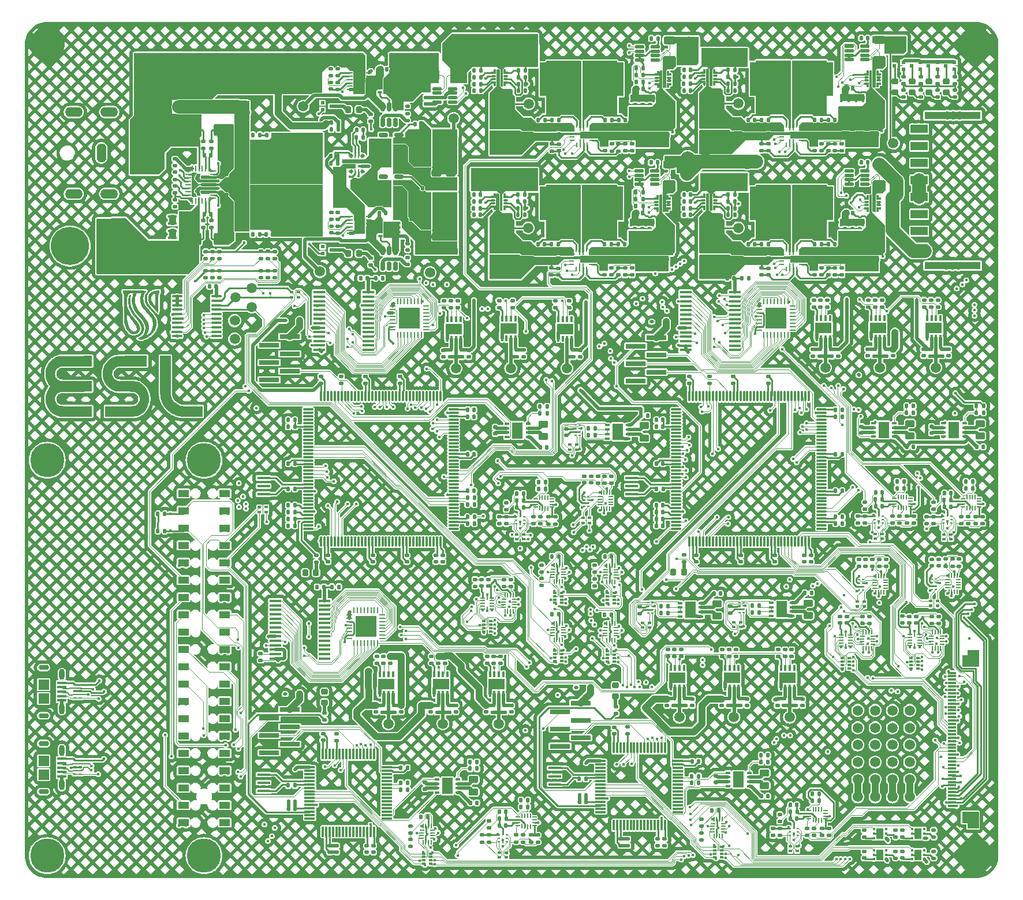
<source format=gbr>
%TF.GenerationSoftware,KiCad,Pcbnew,7.0.8*%
%TF.CreationDate,2024-03-06T09:45:54+02:00*%
%TF.ProjectId,ESLGSU,45534c47-5355-42e6-9b69-6361645f7063,rev?*%
%TF.SameCoordinates,Original*%
%TF.FileFunction,Copper,L1,Top*%
%TF.FilePolarity,Positive*%
%FSLAX46Y46*%
G04 Gerber Fmt 4.6, Leading zero omitted, Abs format (unit mm)*
G04 Created by KiCad (PCBNEW 7.0.8) date 2024-03-06 09:45:54*
%MOMM*%
%LPD*%
G01*
G04 APERTURE LIST*
G04 Aperture macros list*
%AMRoundRect*
0 Rectangle with rounded corners*
0 $1 Rounding radius*
0 $2 $3 $4 $5 $6 $7 $8 $9 X,Y pos of 4 corners*
0 Add a 4 corners polygon primitive as box body*
4,1,4,$2,$3,$4,$5,$6,$7,$8,$9,$2,$3,0*
0 Add four circle primitives for the rounded corners*
1,1,$1+$1,$2,$3*
1,1,$1+$1,$4,$5*
1,1,$1+$1,$6,$7*
1,1,$1+$1,$8,$9*
0 Add four rect primitives between the rounded corners*
20,1,$1+$1,$2,$3,$4,$5,0*
20,1,$1+$1,$4,$5,$6,$7,0*
20,1,$1+$1,$6,$7,$8,$9,0*
20,1,$1+$1,$8,$9,$2,$3,0*%
%AMOutline5P*
0 Free polygon, 5 corners , with rotation*
0 The origin of the aperture is its center*
0 number of corners: always 5*
0 $1 to $10 corner X, Y*
0 $11 Rotation angle, in degrees counterclockwise*
0 create outline with 5 corners*
4,1,5,$1,$2,$3,$4,$5,$6,$7,$8,$9,$10,$1,$2,$11*%
%AMOutline6P*
0 Free polygon, 6 corners , with rotation*
0 The origin of the aperture is its center*
0 number of corners: always 6*
0 $1 to $12 corner X, Y*
0 $13 Rotation angle, in degrees counterclockwise*
0 create outline with 6 corners*
4,1,6,$1,$2,$3,$4,$5,$6,$7,$8,$9,$10,$11,$12,$1,$2,$13*%
%AMOutline7P*
0 Free polygon, 7 corners , with rotation*
0 The origin of the aperture is its center*
0 number of corners: always 7*
0 $1 to $14 corner X, Y*
0 $15 Rotation angle, in degrees counterclockwise*
0 create outline with 7 corners*
4,1,7,$1,$2,$3,$4,$5,$6,$7,$8,$9,$10,$11,$12,$13,$14,$1,$2,$15*%
%AMOutline8P*
0 Free polygon, 8 corners , with rotation*
0 The origin of the aperture is its center*
0 number of corners: always 8*
0 $1 to $16 corner X, Y*
0 $17 Rotation angle, in degrees counterclockwise*
0 create outline with 8 corners*
4,1,8,$1,$2,$3,$4,$5,$6,$7,$8,$9,$10,$11,$12,$13,$14,$15,$16,$1,$2,$17*%
%AMFreePoly0*
4,1,17,0.803536,1.603536,0.805000,1.600000,0.805000,-0.800000,0.803536,-0.803536,0.800000,-0.805000,-1.600000,-0.805000,-1.603536,-0.803536,-1.605000,-0.800000,-1.605000,0.800000,-1.603536,0.803536,-1.600000,0.805000,-0.805000,0.805000,-0.805000,1.600000,-0.803536,1.603536,-0.800000,1.605000,0.800000,1.605000,0.803536,1.603536,0.803536,1.603536,$1*%
%AMFreePoly1*
4,1,17,0.803536,1.603536,0.805000,1.600000,0.805000,0.805000,1.600000,0.805000,1.603536,0.803536,1.605000,0.800000,1.605000,-0.800000,1.603536,-0.803536,1.600000,-0.805000,-0.800000,-0.805000,-0.803536,-0.803536,-0.805000,-0.800000,-0.805000,1.600000,-0.803536,1.603536,-0.800000,1.605000,0.800000,1.605000,0.803536,1.603536,0.803536,1.603536,$1*%
G04 Aperture macros list end*
%TA.AperFunction,SMDPad,CuDef*%
%ADD10RoundRect,0.140000X0.170000X-0.140000X0.170000X0.140000X-0.170000X0.140000X-0.170000X-0.140000X0*%
%TD*%
%TA.AperFunction,SMDPad,CuDef*%
%ADD11RoundRect,0.140000X0.140000X0.170000X-0.140000X0.170000X-0.140000X-0.170000X0.140000X-0.170000X0*%
%TD*%
%TA.AperFunction,SMDPad,CuDef*%
%ADD12RoundRect,0.050000X0.050000X-0.300000X0.050000X0.300000X-0.050000X0.300000X-0.050000X-0.300000X0*%
%TD*%
%TA.AperFunction,SMDPad,CuDef*%
%ADD13RoundRect,0.050000X0.050000X-0.250000X0.050000X0.250000X-0.050000X0.250000X-0.050000X-0.250000X0*%
%TD*%
%TA.AperFunction,SMDPad,CuDef*%
%ADD14RoundRect,0.050000X0.250000X0.050000X-0.250000X0.050000X-0.250000X-0.050000X0.250000X-0.050000X0*%
%TD*%
%TA.AperFunction,SMDPad,CuDef*%
%ADD15RoundRect,0.050000X-0.250000X-0.050000X0.250000X-0.050000X0.250000X0.050000X-0.250000X0.050000X0*%
%TD*%
%TA.AperFunction,SMDPad,CuDef*%
%ADD16RoundRect,0.050000X-0.050000X0.250000X-0.050000X-0.250000X0.050000X-0.250000X0.050000X0.250000X0*%
%TD*%
%TA.AperFunction,SMDPad,CuDef*%
%ADD17RoundRect,0.140000X-0.170000X0.140000X-0.170000X-0.140000X0.170000X-0.140000X0.170000X0.140000X0*%
%TD*%
%TA.AperFunction,SMDPad,CuDef*%
%ADD18R,0.400000X0.250000*%
%TD*%
%TA.AperFunction,SMDPad,CuDef*%
%ADD19R,0.250000X0.450000*%
%TD*%
%TA.AperFunction,SMDPad,CuDef*%
%ADD20R,0.650000X0.350000*%
%TD*%
%TA.AperFunction,SMDPad,CuDef*%
%ADD21R,1.550000X2.400000*%
%TD*%
%TA.AperFunction,SMDPad,CuDef*%
%ADD22R,3.000000X0.650000*%
%TD*%
%TA.AperFunction,SMDPad,CuDef*%
%ADD23RoundRect,0.050000X-0.300000X-0.050000X0.300000X-0.050000X0.300000X0.050000X-0.300000X0.050000X0*%
%TD*%
%TA.AperFunction,SMDPad,CuDef*%
%ADD24RoundRect,0.075000X-0.662500X-0.075000X0.662500X-0.075000X0.662500X0.075000X-0.662500X0.075000X0*%
%TD*%
%TA.AperFunction,SMDPad,CuDef*%
%ADD25RoundRect,0.075000X-0.075000X-0.662500X0.075000X-0.662500X0.075000X0.662500X-0.075000X0.662500X0*%
%TD*%
%TA.AperFunction,SMDPad,CuDef*%
%ADD26RoundRect,0.135000X-0.185000X0.135000X-0.185000X-0.135000X0.185000X-0.135000X0.185000X0.135000X0*%
%TD*%
%TA.AperFunction,SMDPad,CuDef*%
%ADD27RoundRect,0.250000X0.475000X-0.250000X0.475000X0.250000X-0.475000X0.250000X-0.475000X-0.250000X0*%
%TD*%
%TA.AperFunction,SMDPad,CuDef*%
%ADD28RoundRect,0.135000X0.185000X-0.135000X0.185000X0.135000X-0.185000X0.135000X-0.185000X-0.135000X0*%
%TD*%
%TA.AperFunction,SMDPad,CuDef*%
%ADD29RoundRect,0.140000X-0.140000X-0.170000X0.140000X-0.170000X0.140000X0.170000X-0.140000X0.170000X0*%
%TD*%
%TA.AperFunction,SMDPad,CuDef*%
%ADD30RoundRect,0.135000X-0.135000X-0.185000X0.135000X-0.185000X0.135000X0.185000X-0.135000X0.185000X0*%
%TD*%
%TA.AperFunction,SMDPad,CuDef*%
%ADD31R,0.600000X0.500000*%
%TD*%
%TA.AperFunction,SMDPad,CuDef*%
%ADD32C,1.500000*%
%TD*%
%TA.AperFunction,SMDPad,CuDef*%
%ADD33RoundRect,0.050000X-0.125000X-0.050000X0.125000X-0.050000X0.125000X0.050000X-0.125000X0.050000X0*%
%TD*%
%TA.AperFunction,SMDPad,CuDef*%
%ADD34RoundRect,0.050000X-0.100000X-0.050000X0.100000X-0.050000X0.100000X0.050000X-0.100000X0.050000X0*%
%TD*%
%TA.AperFunction,SMDPad,CuDef*%
%ADD35RoundRect,0.135000X0.135000X0.185000X-0.135000X0.185000X-0.135000X-0.185000X0.135000X-0.185000X0*%
%TD*%
%TA.AperFunction,SMDPad,CuDef*%
%ADD36RoundRect,0.250000X-0.475000X0.250000X-0.475000X-0.250000X0.475000X-0.250000X0.475000X0.250000X0*%
%TD*%
%TA.AperFunction,SMDPad,CuDef*%
%ADD37R,0.500000X0.400000*%
%TD*%
%TA.AperFunction,SMDPad,CuDef*%
%ADD38R,1.900000X0.400000*%
%TD*%
%TA.AperFunction,ComponentPad*%
%ADD39C,5.000000*%
%TD*%
%TA.AperFunction,SMDPad,CuDef*%
%ADD40RoundRect,0.100000X-0.637500X-0.100000X0.637500X-0.100000X0.637500X0.100000X-0.637500X0.100000X0*%
%TD*%
%TA.AperFunction,SMDPad,CuDef*%
%ADD41R,0.500000X0.320000*%
%TD*%
%TA.AperFunction,SMDPad,CuDef*%
%ADD42R,3.175000X4.950000*%
%TD*%
%TA.AperFunction,SMDPad,CuDef*%
%ADD43RoundRect,0.250000X-0.250000X-0.475000X0.250000X-0.475000X0.250000X0.475000X-0.250000X0.475000X0*%
%TD*%
%TA.AperFunction,SMDPad,CuDef*%
%ADD44RoundRect,0.250000X-0.312500X-0.625000X0.312500X-0.625000X0.312500X0.625000X-0.312500X0.625000X0*%
%TD*%
%TA.AperFunction,SMDPad,CuDef*%
%ADD45Outline5P,-0.400000X0.125000X0.275000X0.125000X0.400000X0.000000X0.400000X-0.125000X-0.400000X-0.125000X0.000000*%
%TD*%
%TA.AperFunction,SMDPad,CuDef*%
%ADD46R,0.700000X0.250000*%
%TD*%
%TA.AperFunction,SMDPad,CuDef*%
%ADD47R,0.250000X0.700000*%
%TD*%
%TA.AperFunction,SMDPad,CuDef*%
%ADD48R,0.250000X1.200000*%
%TD*%
%TA.AperFunction,SMDPad,CuDef*%
%ADD49RoundRect,0.112500X-0.187500X-0.112500X0.187500X-0.112500X0.187500X0.112500X-0.187500X0.112500X0*%
%TD*%
%TA.AperFunction,SMDPad,CuDef*%
%ADD50RoundRect,0.125000X0.537500X0.125000X-0.537500X0.125000X-0.537500X-0.125000X0.537500X-0.125000X0*%
%TD*%
%TA.AperFunction,SMDPad,CuDef*%
%ADD51RoundRect,0.062500X0.062500X-0.375000X0.062500X0.375000X-0.062500X0.375000X-0.062500X-0.375000X0*%
%TD*%
%TA.AperFunction,SMDPad,CuDef*%
%ADD52RoundRect,0.062500X0.375000X-0.062500X0.375000X0.062500X-0.375000X0.062500X-0.375000X-0.062500X0*%
%TD*%
%TA.AperFunction,SMDPad,CuDef*%
%ADD53R,3.100000X3.100000*%
%TD*%
%TA.AperFunction,SMDPad,CuDef*%
%ADD54R,1.750000X0.450000*%
%TD*%
%TA.AperFunction,SMDPad,CuDef*%
%ADD55RoundRect,0.087500X-0.087500X0.337500X-0.087500X-0.337500X0.087500X-0.337500X0.087500X0.337500X0*%
%TD*%
%TA.AperFunction,SMDPad,CuDef*%
%ADD56R,2.400000X1.650000*%
%TD*%
%TA.AperFunction,SMDPad,CuDef*%
%ADD57RoundRect,0.250000X-0.450000X0.262500X-0.450000X-0.262500X0.450000X-0.262500X0.450000X0.262500X0*%
%TD*%
%TA.AperFunction,SMDPad,CuDef*%
%ADD58RoundRect,0.250000X-0.550000X1.500000X-0.550000X-1.500000X0.550000X-1.500000X0.550000X1.500000X0*%
%TD*%
%TA.AperFunction,SMDPad,CuDef*%
%ADD59RoundRect,0.218750X-0.256250X0.218750X-0.256250X-0.218750X0.256250X-0.218750X0.256250X0.218750X0*%
%TD*%
%TA.AperFunction,SMDPad,CuDef*%
%ADD60RoundRect,0.050000X0.300000X0.050000X-0.300000X0.050000X-0.300000X-0.050000X0.300000X-0.050000X0*%
%TD*%
%TA.AperFunction,SMDPad,CuDef*%
%ADD61RoundRect,0.097500X-0.227500X-0.097500X0.227500X-0.097500X0.227500X0.097500X-0.227500X0.097500X0*%
%TD*%
%TA.AperFunction,SMDPad,CuDef*%
%ADD62R,2.340000X2.340000*%
%TD*%
%TA.AperFunction,SMDPad,CuDef*%
%ADD63RoundRect,0.250000X0.625000X-0.312500X0.625000X0.312500X-0.625000X0.312500X-0.625000X-0.312500X0*%
%TD*%
%TA.AperFunction,SMDPad,CuDef*%
%ADD64RoundRect,0.218750X-0.218750X-0.256250X0.218750X-0.256250X0.218750X0.256250X-0.218750X0.256250X0*%
%TD*%
%TA.AperFunction,SMDPad,CuDef*%
%ADD65RoundRect,0.093750X0.093750X0.106250X-0.093750X0.106250X-0.093750X-0.106250X0.093750X-0.106250X0*%
%TD*%
%TA.AperFunction,SMDPad,CuDef*%
%ADD66R,1.000000X1.600000*%
%TD*%
%TA.AperFunction,SMDPad,CuDef*%
%ADD67RoundRect,0.062500X0.362500X0.062500X-0.362500X0.062500X-0.362500X-0.062500X0.362500X-0.062500X0*%
%TD*%
%TA.AperFunction,SMDPad,CuDef*%
%ADD68R,1.600000X2.500000*%
%TD*%
%TA.AperFunction,ComponentPad*%
%ADD69C,1.500000*%
%TD*%
%TA.AperFunction,SMDPad,CuDef*%
%ADD70RoundRect,0.150000X-0.512500X-0.150000X0.512500X-0.150000X0.512500X0.150000X-0.512500X0.150000X0*%
%TD*%
%TA.AperFunction,SMDPad,CuDef*%
%ADD71RoundRect,0.125000X-0.537500X-0.125000X0.537500X-0.125000X0.537500X0.125000X-0.537500X0.125000X0*%
%TD*%
%TA.AperFunction,SMDPad,CuDef*%
%ADD72R,2.500000X1.240000*%
%TD*%
%TA.AperFunction,SMDPad,CuDef*%
%ADD73R,8.200000X1.100000*%
%TD*%
%TA.AperFunction,SMDPad,CuDef*%
%ADD74R,1.580000X1.020000*%
%TD*%
%TA.AperFunction,SMDPad,CuDef*%
%ADD75RoundRect,0.009843X0.290157X0.140157X-0.290157X0.140157X-0.290157X-0.140157X0.290157X-0.140157X0*%
%TD*%
%TA.AperFunction,SMDPad,CuDef*%
%ADD76RoundRect,0.008202X0.116798X0.316798X-0.116798X0.316798X-0.116798X-0.316798X0.116798X-0.316798X0*%
%TD*%
%TA.AperFunction,SMDPad,CuDef*%
%ADD77RoundRect,0.008202X0.291798X0.116798X-0.291798X0.116798X-0.291798X-0.116798X0.291798X-0.116798X0*%
%TD*%
%TA.AperFunction,SMDPad,CuDef*%
%ADD78RoundRect,0.009843X0.140157X1.190157X-0.140157X1.190157X-0.140157X-1.190157X0.140157X-1.190157X0*%
%TD*%
%TA.AperFunction,SMDPad,CuDef*%
%ADD79R,1.903000X2.790000*%
%TD*%
%TA.AperFunction,SMDPad,CuDef*%
%ADD80R,0.500000X0.250000*%
%TD*%
%TA.AperFunction,SMDPad,CuDef*%
%ADD81R,0.500000X0.450000*%
%TD*%
%TA.AperFunction,SMDPad,CuDef*%
%ADD82R,1.350000X0.400000*%
%TD*%
%TA.AperFunction,ComponentPad*%
%ADD83O,0.800000X1.600000*%
%TD*%
%TA.AperFunction,ComponentPad*%
%ADD84O,1.500000X0.750000*%
%TD*%
%TA.AperFunction,SMDPad,CuDef*%
%ADD85R,1.550000X1.500000*%
%TD*%
%TA.AperFunction,SMDPad,CuDef*%
%ADD86RoundRect,0.075000X-0.700000X-0.075000X0.700000X-0.075000X0.700000X0.075000X-0.700000X0.075000X0*%
%TD*%
%TA.AperFunction,SMDPad,CuDef*%
%ADD87RoundRect,0.075000X-0.075000X-0.700000X0.075000X-0.700000X0.075000X0.700000X-0.075000X0.700000X0*%
%TD*%
%TA.AperFunction,SMDPad,CuDef*%
%ADD88RoundRect,0.250000X-0.625000X0.312500X-0.625000X-0.312500X0.625000X-0.312500X0.625000X0.312500X0*%
%TD*%
%TA.AperFunction,SMDPad,CuDef*%
%ADD89R,0.900000X0.250000*%
%TD*%
%TA.AperFunction,SMDPad,CuDef*%
%ADD90R,0.250000X0.900000*%
%TD*%
%TA.AperFunction,SMDPad,CuDef*%
%ADD91R,2.300000X0.250000*%
%TD*%
%TA.AperFunction,SMDPad,CuDef*%
%ADD92R,1.200000X0.300000*%
%TD*%
%TA.AperFunction,SMDPad,CuDef*%
%ADD93FreePoly0,90.000000*%
%TD*%
%TA.AperFunction,SMDPad,CuDef*%
%ADD94FreePoly1,90.000000*%
%TD*%
%TA.AperFunction,SMDPad,CuDef*%
%ADD95RoundRect,0.250000X0.250000X0.475000X-0.250000X0.475000X-0.250000X-0.475000X0.250000X-0.475000X0*%
%TD*%
%TA.AperFunction,SMDPad,CuDef*%
%ADD96RoundRect,0.009843X-0.290157X-0.140157X0.290157X-0.140157X0.290157X0.140157X-0.290157X0.140157X0*%
%TD*%
%TA.AperFunction,SMDPad,CuDef*%
%ADD97RoundRect,0.008202X-0.116798X-0.316798X0.116798X-0.316798X0.116798X0.316798X-0.116798X0.316798X0*%
%TD*%
%TA.AperFunction,SMDPad,CuDef*%
%ADD98RoundRect,0.008202X-0.291798X-0.116798X0.291798X-0.116798X0.291798X0.116798X-0.291798X0.116798X0*%
%TD*%
%TA.AperFunction,SMDPad,CuDef*%
%ADD99RoundRect,0.009843X-0.140157X-1.190157X0.140157X-1.190157X0.140157X1.190157X-0.140157X1.190157X0*%
%TD*%
%TA.AperFunction,SMDPad,CuDef*%
%ADD100RoundRect,0.150000X0.150000X-0.512500X0.150000X0.512500X-0.150000X0.512500X-0.150000X-0.512500X0*%
%TD*%
%TA.AperFunction,SMDPad,CuDef*%
%ADD101R,4.950000X3.175000*%
%TD*%
%TA.AperFunction,ComponentPad*%
%ADD102C,5.600000*%
%TD*%
%TA.AperFunction,ComponentPad*%
%ADD103C,2.500000*%
%TD*%
%TA.AperFunction,ComponentPad*%
%ADD104O,1.400000X2.800000*%
%TD*%
%TA.AperFunction,ComponentPad*%
%ADD105O,2.600000X1.400000*%
%TD*%
%TA.AperFunction,SMDPad,CuDef*%
%ADD106RoundRect,0.100000X-0.425000X-0.100000X0.425000X-0.100000X0.425000X0.100000X-0.425000X0.100000X0*%
%TD*%
%TA.AperFunction,SMDPad,CuDef*%
%ADD107RoundRect,0.050000X-0.050000X-0.250000X0.050000X-0.250000X0.050000X0.250000X-0.050000X0.250000X0*%
%TD*%
%TA.AperFunction,ViaPad*%
%ADD108C,0.450000*%
%TD*%
%TA.AperFunction,Conductor*%
%ADD109C,0.254000*%
%TD*%
%TA.AperFunction,Conductor*%
%ADD110C,0.508000*%
%TD*%
%TA.AperFunction,Conductor*%
%ADD111C,1.000000*%
%TD*%
%TA.AperFunction,Conductor*%
%ADD112C,0.101600*%
%TD*%
%TA.AperFunction,Conductor*%
%ADD113C,2.000000*%
%TD*%
%TA.AperFunction,Conductor*%
%ADD114C,0.200000*%
%TD*%
G04 APERTURE END LIST*
%TA.AperFunction,EtchedComponent*%
%TO.C,G\u002A\u002A\u002A*%
G36*
X98108879Y-85579749D02*
G01*
X98115783Y-88467851D01*
X98184159Y-88652047D01*
X98326845Y-88973144D01*
X98501826Y-89255222D01*
X98708630Y-89497833D01*
X98946783Y-89700527D01*
X99215814Y-89862856D01*
X99515248Y-89984372D01*
X99620402Y-90015371D01*
X99665291Y-90026981D01*
X99709919Y-90036881D01*
X99758702Y-90045243D01*
X99816056Y-90052238D01*
X99886398Y-90058039D01*
X99974145Y-90062816D01*
X100083712Y-90066741D01*
X100219516Y-90069987D01*
X100385973Y-90072724D01*
X100587501Y-90075124D01*
X100828515Y-90077360D01*
X101113431Y-90079602D01*
X101309910Y-90081040D01*
X102795402Y-90091760D01*
X102795402Y-90854555D01*
X102795402Y-91617349D01*
X101271657Y-91614826D01*
X100904274Y-91613810D01*
X100585496Y-91612028D01*
X100312925Y-91609435D01*
X100084169Y-91605980D01*
X99896831Y-91601618D01*
X99748517Y-91596300D01*
X99636831Y-91589979D01*
X99559377Y-91582606D01*
X99543896Y-91580409D01*
X99244244Y-91517558D01*
X98935019Y-91423644D01*
X98633508Y-91305039D01*
X98356995Y-91168115D01*
X98243472Y-91101058D01*
X97901404Y-90857417D01*
X97590365Y-90576823D01*
X97313815Y-90263821D01*
X97075209Y-89922957D01*
X96878005Y-89558776D01*
X96725662Y-89175822D01*
X96689193Y-89057851D01*
X96668005Y-88983374D01*
X96649039Y-88912509D01*
X96632172Y-88842143D01*
X96617281Y-88769164D01*
X96604243Y-88690459D01*
X96592936Y-88602917D01*
X96583235Y-88503425D01*
X96575018Y-88388871D01*
X96568163Y-88256143D01*
X96562546Y-88102129D01*
X96558044Y-87923716D01*
X96554534Y-87717792D01*
X96551893Y-87481245D01*
X96549999Y-87210964D01*
X96548727Y-86903834D01*
X96547956Y-86556745D01*
X96547563Y-86166584D01*
X96547423Y-85730240D01*
X96547410Y-85470059D01*
X96547410Y-82691647D01*
X97324692Y-82691647D01*
X98101975Y-82691647D01*
X98108879Y-85579749D01*
G37*
%TD.AperFunction*%
%TA.AperFunction,EtchedComponent*%
G36*
X86550623Y-83468294D02*
G01*
X86550623Y-84246216D01*
X84247725Y-84253118D01*
X81944828Y-84260020D01*
X81752595Y-84355036D01*
X81551928Y-84480032D01*
X81388658Y-84639116D01*
X81260069Y-84835055D01*
X81238171Y-84879124D01*
X81201063Y-84961414D01*
X81177354Y-85029852D01*
X81164078Y-85100489D01*
X81158266Y-85189375D01*
X81156949Y-85312561D01*
X81156948Y-85318353D01*
X81158162Y-85443345D01*
X81163738Y-85533209D01*
X81176576Y-85603800D01*
X81199579Y-85670974D01*
X81235645Y-85750585D01*
X81236268Y-85751888D01*
X81350639Y-85946373D01*
X81491513Y-86101706D01*
X81666828Y-86226238D01*
X81709012Y-86249390D01*
X81793932Y-86292241D01*
X81864890Y-86321369D01*
X81937013Y-86340462D01*
X82025429Y-86353209D01*
X82145265Y-86363300D01*
X82188316Y-86366274D01*
X82260694Y-86369447D01*
X82379479Y-86372506D01*
X82540072Y-86375407D01*
X82737877Y-86378108D01*
X82968295Y-86380567D01*
X83226730Y-86382741D01*
X83508583Y-86384588D01*
X83809257Y-86386065D01*
X84124155Y-86387129D01*
X84448679Y-86387739D01*
X84516838Y-86387805D01*
X86550623Y-86389438D01*
X86550623Y-87166851D01*
X86550623Y-87944264D01*
X84249067Y-87951038D01*
X81947510Y-87957811D01*
X81776052Y-88039035D01*
X81566612Y-88163383D01*
X81397783Y-88317504D01*
X81271130Y-88498773D01*
X81188220Y-88704567D01*
X81150618Y-88932261D01*
X81150945Y-89086534D01*
X81189459Y-89313868D01*
X81273683Y-89521288D01*
X81400784Y-89704540D01*
X81567929Y-89859366D01*
X81733925Y-89962662D01*
X81791701Y-89991680D01*
X81841740Y-90013341D01*
X81893086Y-90029068D01*
X81954784Y-90040283D01*
X82035879Y-90048412D01*
X82145416Y-90054876D01*
X82292439Y-90061099D01*
X82381044Y-90064498D01*
X82489047Y-90067634D01*
X82642501Y-90070664D01*
X82835854Y-90073538D01*
X83063553Y-90076208D01*
X83320046Y-90078625D01*
X83599779Y-90080739D01*
X83897201Y-90082501D01*
X84206759Y-90083862D01*
X84522900Y-90084773D01*
X84708103Y-90085078D01*
X86550623Y-90087229D01*
X86550623Y-90852007D01*
X86550623Y-91616785D01*
X84376577Y-91623442D01*
X84041959Y-91624264D01*
X83717671Y-91624667D01*
X83407948Y-91624670D01*
X83117026Y-91624290D01*
X82849143Y-91623545D01*
X82608533Y-91622452D01*
X82399434Y-91621030D01*
X82226082Y-91619295D01*
X82092713Y-91617265D01*
X82003563Y-91614959D01*
X81973012Y-91613446D01*
X81717330Y-91575313D01*
X81449478Y-91499757D01*
X81185471Y-91391863D01*
X81043406Y-91318160D01*
X80808241Y-91161142D01*
X80580722Y-90963034D01*
X80369586Y-90733739D01*
X80183571Y-90483160D01*
X80031413Y-90221199D01*
X79981706Y-90114800D01*
X79863010Y-89778502D01*
X79788456Y-89423739D01*
X79758664Y-89058639D01*
X79774252Y-88691325D01*
X79835840Y-88329925D01*
X79843437Y-88298858D01*
X79899663Y-88120157D01*
X79981459Y-87919963D01*
X80080630Y-87715013D01*
X80188982Y-87522043D01*
X80298321Y-87357789D01*
X80314906Y-87335878D01*
X80459750Y-87148412D01*
X80384707Y-87068574D01*
X80223081Y-86865941D01*
X80079007Y-86624565D01*
X79956821Y-86354964D01*
X79860859Y-86067656D01*
X79795458Y-85773159D01*
X79771180Y-85580418D01*
X79762340Y-85205589D01*
X79799205Y-84843442D01*
X79879559Y-84497363D01*
X80001187Y-84170735D01*
X80161872Y-83866941D01*
X80359398Y-83589365D01*
X80591549Y-83341391D01*
X80856109Y-83126403D01*
X81150863Y-82947784D01*
X81473594Y-82808918D01*
X81615984Y-82763540D01*
X81820000Y-82704920D01*
X84185312Y-82697646D01*
X86550623Y-82690373D01*
X86550623Y-83468294D01*
G37*
%TD.AperFunction*%
%TA.AperFunction,EtchedComponent*%
G36*
X94609257Y-83468368D02*
G01*
X94609257Y-84245090D01*
X92473464Y-84252555D01*
X90337671Y-84260020D01*
X90168762Y-84340051D01*
X89969399Y-84459991D01*
X89806277Y-84609964D01*
X89680513Y-84783804D01*
X89593224Y-84975345D01*
X89545528Y-85178420D01*
X89538542Y-85386865D01*
X89573385Y-85594512D01*
X89651173Y-85795196D01*
X89773025Y-85982751D01*
X89854583Y-86073455D01*
X89959490Y-86160298D01*
X90091369Y-86244015D01*
X90229030Y-86312462D01*
X90337671Y-86350307D01*
X90377917Y-86354522D01*
X90463881Y-86359214D01*
X90590279Y-86364229D01*
X90751828Y-86369413D01*
X90943245Y-86374610D01*
X91159248Y-86379667D01*
X91394553Y-86384430D01*
X91643878Y-86388743D01*
X91663775Y-86389057D01*
X91950433Y-86393639D01*
X92190977Y-86397823D01*
X92390296Y-86401862D01*
X92553277Y-86406013D01*
X92684806Y-86410530D01*
X92789771Y-86415668D01*
X92873059Y-86421681D01*
X92939557Y-86428826D01*
X92994152Y-86437357D01*
X93041732Y-86447530D01*
X93087183Y-86459598D01*
X93102923Y-86464150D01*
X93441206Y-86589058D01*
X93753512Y-86756553D01*
X94036672Y-86963747D01*
X94287518Y-87207750D01*
X94502881Y-87485675D01*
X94679590Y-87794633D01*
X94757236Y-87971865D01*
X94867398Y-88312338D01*
X94932250Y-88654812D01*
X94953847Y-88995617D01*
X94934245Y-89331085D01*
X94875502Y-89657546D01*
X94779673Y-89971330D01*
X94648813Y-90268768D01*
X94484980Y-90546191D01*
X94290229Y-90799929D01*
X94066617Y-91026313D01*
X93816199Y-91221672D01*
X93541032Y-91382339D01*
X93243171Y-91504643D01*
X92924673Y-91584915D01*
X92717554Y-91611982D01*
X92658421Y-91614775D01*
X92552694Y-91617270D01*
X92404780Y-91619445D01*
X92219088Y-91621277D01*
X92000025Y-91622741D01*
X91751999Y-91623816D01*
X91479420Y-91624479D01*
X91186695Y-91624706D01*
X90878233Y-91624474D01*
X90558441Y-91623761D01*
X90497059Y-91623570D01*
X88488775Y-91617040D01*
X88488775Y-90852135D01*
X88488775Y-90087229D01*
X90395050Y-90086117D01*
X90795747Y-90085749D01*
X91148840Y-90085039D01*
X91457731Y-90083831D01*
X91725819Y-90081970D01*
X91956506Y-90079303D01*
X92153191Y-90075675D01*
X92319275Y-90070930D01*
X92458159Y-90064914D01*
X92573243Y-90057472D01*
X92667927Y-90048450D01*
X92745612Y-90037693D01*
X92809699Y-90025046D01*
X92863588Y-90010354D01*
X92910679Y-89993463D01*
X92954373Y-89974219D01*
X92964803Y-89969197D01*
X93145142Y-89855204D01*
X93305203Y-89703379D01*
X93432617Y-89526279D01*
X93468606Y-89457713D01*
X93505272Y-89376887D01*
X93529053Y-89310147D01*
X93542703Y-89242248D01*
X93548971Y-89157950D01*
X93550610Y-89042009D01*
X93550616Y-89003394D01*
X93549483Y-88876436D01*
X93544588Y-88785482D01*
X93533194Y-88715539D01*
X93512560Y-88651618D01*
X93479949Y-88578727D01*
X93468839Y-88555778D01*
X93376753Y-88405518D01*
X93253666Y-88258386D01*
X93116840Y-88134011D01*
X93065829Y-88097453D01*
X92999454Y-88061952D01*
X92907475Y-88022637D01*
X92836868Y-87997175D01*
X92798003Y-87985398D01*
X92756193Y-87975524D01*
X92706567Y-87967333D01*
X92644254Y-87960608D01*
X92564381Y-87955130D01*
X92462077Y-87950682D01*
X92332471Y-87947043D01*
X92170690Y-87943997D01*
X91971865Y-87941325D01*
X91731122Y-87938808D01*
X91485261Y-87936588D01*
X91189745Y-87933895D01*
X90939855Y-87931016D01*
X90730218Y-87927423D01*
X90555457Y-87922593D01*
X90410197Y-87915999D01*
X90289063Y-87907118D01*
X90186679Y-87895423D01*
X90097669Y-87880389D01*
X90016658Y-87861492D01*
X89938271Y-87838205D01*
X89857132Y-87810005D01*
X89767865Y-87776365D01*
X89741528Y-87766226D01*
X89490457Y-87646840D01*
X89241181Y-87486127D01*
X89004586Y-87292949D01*
X88791559Y-87076165D01*
X88617599Y-86851504D01*
X88476073Y-86611472D01*
X88351536Y-86340481D01*
X88252729Y-86057904D01*
X88240845Y-86016354D01*
X88215436Y-85921172D01*
X88197097Y-85839265D01*
X88184732Y-85759195D01*
X88177247Y-85669526D01*
X88173545Y-85558823D01*
X88172531Y-85415647D01*
X88172772Y-85305602D01*
X88174437Y-85126637D01*
X88178464Y-84987987D01*
X88185743Y-84878982D01*
X88197167Y-84788956D01*
X88213627Y-84707240D01*
X88227177Y-84654516D01*
X88351492Y-84285032D01*
X88512119Y-83950360D01*
X88708495Y-83651223D01*
X88940055Y-83388346D01*
X89206234Y-83162450D01*
X89506469Y-82974260D01*
X89559745Y-82946629D01*
X89644198Y-82904458D01*
X89722498Y-82867219D01*
X89798247Y-82834606D01*
X89875047Y-82806311D01*
X89956499Y-82782027D01*
X90046206Y-82761449D01*
X90147770Y-82744268D01*
X90264793Y-82730177D01*
X90400877Y-82718870D01*
X90559623Y-82710040D01*
X90744635Y-82703380D01*
X90959513Y-82698583D01*
X91207860Y-82695341D01*
X91493277Y-82693348D01*
X91819368Y-82692297D01*
X92189733Y-82691881D01*
X92549970Y-82691797D01*
X94609257Y-82691647D01*
X94609257Y-83468368D01*
G37*
%TD.AperFunction*%
%TA.AperFunction,EtchedComponent*%
G36*
X96472586Y-73321222D02*
G01*
X96468424Y-73448334D01*
X96450667Y-73512525D01*
X96411405Y-73534093D01*
X96389171Y-73535336D01*
X96366907Y-73537540D01*
X96349003Y-73549616D01*
X96334986Y-73579756D01*
X96324378Y-73636157D01*
X96316707Y-73727011D01*
X96311496Y-73860514D01*
X96308270Y-74044860D01*
X96306555Y-74288244D01*
X96305875Y-74598859D01*
X96305755Y-74974253D01*
X96304729Y-75317551D01*
X96301804Y-75630026D01*
X96297215Y-75902559D01*
X96291193Y-76126031D01*
X96283973Y-76291322D01*
X96275786Y-76389314D01*
X96268998Y-76413169D01*
X96224186Y-76382576D01*
X96152613Y-76305042D01*
X96114452Y-76256765D01*
X96037133Y-76162146D01*
X95919138Y-76027254D01*
X95777885Y-75871679D01*
X95660176Y-75745845D01*
X95397579Y-75460489D01*
X95193436Y-75216168D01*
X95041382Y-75001419D01*
X94935050Y-74804778D01*
X94868073Y-74614779D01*
X94834085Y-74419958D01*
X94826371Y-74244368D01*
X94826744Y-74239528D01*
X95226116Y-74239528D01*
X95256056Y-74417558D01*
X95289100Y-74524437D01*
X95345270Y-74655629D01*
X95429299Y-74811538D01*
X95529707Y-74975161D01*
X95635015Y-75129493D01*
X95733746Y-75257533D01*
X95814420Y-75342275D01*
X95858211Y-75367465D01*
X95867089Y-75328668D01*
X95874005Y-75218390D01*
X95878683Y-75048546D01*
X95880849Y-74831053D01*
X95880227Y-74577827D01*
X95879064Y-74463333D01*
X95867824Y-73556190D01*
X95743994Y-73565293D01*
X95569390Y-73619008D01*
X95417678Y-73751502D01*
X95315197Y-73911558D01*
X95245369Y-74081669D01*
X95226116Y-74239528D01*
X94826744Y-74239528D01*
X94846487Y-73983624D01*
X94913314Y-73771025D01*
X95038530Y-73579012D01*
X95165686Y-73443530D01*
X95319975Y-73315400D01*
X95485660Y-73226269D01*
X95683318Y-73168913D01*
X95933528Y-73136111D01*
X96065936Y-73127578D01*
X96472586Y-73107107D01*
X96472586Y-73321222D01*
G37*
%TD.AperFunction*%
%TA.AperFunction,EtchedComponent*%
G36*
X93164362Y-73118892D02*
G01*
X93507156Y-73120699D01*
X93814818Y-73123543D01*
X94078424Y-73127285D01*
X94289054Y-73131788D01*
X94437786Y-73136915D01*
X94515697Y-73142528D01*
X94525109Y-73144948D01*
X94517029Y-73189781D01*
X94466961Y-73274841D01*
X94423321Y-73333852D01*
X94257780Y-73606210D01*
X94150267Y-73921388D01*
X94104224Y-74259128D01*
X94123091Y-74599174D01*
X94172053Y-74812688D01*
X94238057Y-74995839D01*
X94325288Y-75174673D01*
X94442095Y-75361388D01*
X94596828Y-75568180D01*
X94797833Y-75807247D01*
X95027854Y-76062969D01*
X95304708Y-76372558D01*
X95524985Y-76639977D01*
X95695709Y-76877027D01*
X95823903Y-77095511D01*
X95916592Y-77307230D01*
X95980799Y-77523986D01*
X96019437Y-77729061D01*
X96038409Y-78127553D01*
X95977779Y-78512969D01*
X95841056Y-78879322D01*
X95631752Y-79220626D01*
X95353377Y-79530894D01*
X95009442Y-79804141D01*
X94693506Y-79989986D01*
X94441320Y-80111496D01*
X94204238Y-80211510D01*
X93997780Y-80284348D01*
X93837462Y-80324332D01*
X93764441Y-80329965D01*
X93687326Y-80317141D01*
X93565527Y-80288795D01*
X93497380Y-80270824D01*
X93376194Y-80234167D01*
X93291580Y-80202364D01*
X93270769Y-80190443D01*
X93271219Y-80145524D01*
X93349635Y-80093232D01*
X93480336Y-80043452D01*
X93635444Y-79965283D01*
X93808746Y-79832824D01*
X93979774Y-79665703D01*
X94128063Y-79483548D01*
X94219354Y-79334720D01*
X94345330Y-79028615D01*
X94406195Y-78731119D01*
X94400183Y-78434813D01*
X94325529Y-78132276D01*
X94180467Y-77816092D01*
X93963230Y-77478840D01*
X93697659Y-77143054D01*
X93412046Y-76802771D01*
X93177908Y-76512903D01*
X92988837Y-76263797D01*
X92838431Y-76045801D01*
X92720284Y-75849262D01*
X92627990Y-75664525D01*
X92555146Y-75481939D01*
X92515789Y-75361801D01*
X92430724Y-74977357D01*
X92402999Y-74587030D01*
X92413426Y-74450508D01*
X92878797Y-74450508D01*
X92894308Y-74819016D01*
X92972688Y-75181350D01*
X93025740Y-75330121D01*
X93114689Y-75531386D01*
X93218123Y-75724179D01*
X93345698Y-75922765D01*
X93507073Y-76141410D01*
X93711906Y-76394377D01*
X93880830Y-76593148D01*
X94166268Y-76933310D01*
X94395716Y-77227320D01*
X94575608Y-77484356D01*
X94712377Y-77713596D01*
X94810506Y-77919486D01*
X94858114Y-78054862D01*
X94887243Y-78197492D01*
X94901909Y-78374374D01*
X94905942Y-78561116D01*
X94896147Y-78841366D01*
X94857435Y-79064572D01*
X94781746Y-79254454D01*
X94661019Y-79434734D01*
X94574731Y-79535926D01*
X94484741Y-79643067D01*
X94458085Y-79696106D01*
X94495306Y-79695846D01*
X94596943Y-79643094D01*
X94632396Y-79621850D01*
X94905698Y-79413187D01*
X95139311Y-79151789D01*
X95325788Y-78852935D01*
X95457684Y-78531902D01*
X95527555Y-78203965D01*
X95527955Y-77884404D01*
X95516396Y-77807982D01*
X95469610Y-77605111D01*
X95403066Y-77413822D01*
X95309677Y-77222838D01*
X95182356Y-77020883D01*
X95014018Y-76796681D01*
X94797576Y-76538956D01*
X94535031Y-76246338D01*
X94242810Y-75909995D01*
X94015479Y-75607766D01*
X93846733Y-75330298D01*
X93730264Y-75068242D01*
X93719307Y-75036814D01*
X93677121Y-74898742D01*
X93651831Y-74771626D01*
X93640814Y-74629275D01*
X93641449Y-74445499D01*
X93646231Y-74306929D01*
X93664119Y-74041498D01*
X93693072Y-73832583D01*
X93731254Y-73693363D01*
X93731945Y-73691740D01*
X93799036Y-73535336D01*
X93475171Y-73535336D01*
X93151306Y-73535336D01*
X93035844Y-73776911D01*
X92926020Y-74096312D01*
X92878797Y-74450508D01*
X92413426Y-74450508D01*
X92431776Y-74210233D01*
X92516213Y-73866382D01*
X92587832Y-73694780D01*
X92666718Y-73535336D01*
X92344753Y-73535336D01*
X92158409Y-73540355D01*
X92032436Y-73565300D01*
X91943946Y-73625002D01*
X91870051Y-73734290D01*
X91795285Y-73891376D01*
X91750317Y-74010343D01*
X91719616Y-74143808D01*
X91699673Y-74313750D01*
X91686979Y-74542146D01*
X91685652Y-74578029D01*
X91687496Y-74956741D01*
X91724640Y-75304447D01*
X91802167Y-75633230D01*
X91925161Y-75955175D01*
X92098705Y-76282365D01*
X92327882Y-76626885D01*
X92617777Y-77000817D01*
X92792381Y-77208771D01*
X93042029Y-77505981D01*
X93237918Y-77755295D01*
X93385860Y-77967207D01*
X93491670Y-78152207D01*
X93561162Y-78320789D01*
X93600148Y-78483444D01*
X93614443Y-78650666D01*
X93614845Y-78693101D01*
X93607325Y-78856515D01*
X93578518Y-78975990D01*
X93517298Y-79090382D01*
X93489164Y-79132090D01*
X93312757Y-79316296D01*
X93089046Y-79439215D01*
X92830704Y-79497534D01*
X92550404Y-79487938D01*
X92333553Y-79434235D01*
X92124198Y-79322813D01*
X91921074Y-79138787D01*
X91731886Y-78892958D01*
X91564337Y-78596125D01*
X91426132Y-78259089D01*
X91372832Y-78087464D01*
X91352734Y-78012186D01*
X91335813Y-77937021D01*
X91321733Y-77854127D01*
X91310159Y-77755660D01*
X91300759Y-77633780D01*
X91293196Y-77480644D01*
X91287136Y-77288410D01*
X91282246Y-77049236D01*
X91278191Y-76755280D01*
X91278107Y-76746831D01*
X91677722Y-76746831D01*
X91694620Y-77215607D01*
X91747087Y-77647490D01*
X91832493Y-78035882D01*
X91948211Y-78374182D01*
X92091611Y-78655791D01*
X92260062Y-78874108D01*
X92450938Y-79022535D01*
X92608978Y-79084439D01*
X92702345Y-79107116D01*
X92750738Y-79119642D01*
X92751512Y-79119901D01*
X92793639Y-79108332D01*
X92882308Y-79074343D01*
X92902272Y-79066095D01*
X93035049Y-78970799D01*
X93103053Y-78823826D01*
X93105706Y-78626761D01*
X93091167Y-78546593D01*
X93061682Y-78436844D01*
X93019426Y-78327461D01*
X92957617Y-78207486D01*
X92869470Y-78065964D01*
X92748202Y-77891936D01*
X92587030Y-77674445D01*
X92398072Y-77427062D01*
X92239549Y-77218323D01*
X92088734Y-77014420D01*
X91957496Y-76831792D01*
X91857705Y-76686873D01*
X91813155Y-76617067D01*
X91679011Y-76392315D01*
X91677722Y-76746831D01*
X91278107Y-76746831D01*
X91274636Y-76398699D01*
X91271246Y-75971652D01*
X91268970Y-75652003D01*
X91265587Y-75177782D01*
X91262392Y-74780222D01*
X91259081Y-74452571D01*
X91255348Y-74188074D01*
X91250888Y-73979980D01*
X91245395Y-73821535D01*
X91238565Y-73705986D01*
X91230091Y-73626581D01*
X91219669Y-73576567D01*
X91206994Y-73549190D01*
X91191759Y-73537697D01*
X91173660Y-73535337D01*
X91173271Y-73535336D01*
X91124577Y-73523599D01*
X91100301Y-73474864D01*
X91092565Y-73368848D01*
X91092290Y-73326798D01*
X91092290Y-73118259D01*
X92795356Y-73118259D01*
X93164362Y-73118892D01*
G37*
%TD.AperFunction*%
%TD*%
D10*
%TO.P,C208,1*%
%TO.N,GND*%
X158127249Y-82810000D03*
%TO.P,C208,2*%
%TO.N,/SYS_3V3*%
X158127249Y-81850000D03*
%TD*%
D11*
%TO.P,C228,1*%
%TO.N,/EPS_uC/SUB3V3*%
X116310000Y-106590000D03*
%TO.P,C228,2*%
%TO.N,GND*%
X115350000Y-106590000D03*
%TD*%
D12*
%TO.P,U40,1,S1B*%
%TO.N,unconnected-(U40-S1B-Pad1)*%
X149649749Y-151685600D03*
D13*
%TO.P,U40,2,D1*%
%TO.N,/Misc_uC_Combined/Misc_uCs/VBUS*%
X150049749Y-151735600D03*
%TO.P,U40,3,S2A*%
%TO.N,Net-(U40-S2A)*%
X150449749Y-151735600D03*
%TO.P,U40,4,S2B*%
%TO.N,unconnected-(U40-S2B-Pad4)*%
X150849749Y-151735600D03*
D14*
%TO.P,U40,5,D2*%
%TO.N,/Misc_uC_Combined/Misc_uCs/VBUS*%
X151449749Y-151535600D03*
%TO.P,U40,6,GND*%
%TO.N,GND*%
X151449749Y-151135600D03*
D15*
%TO.P,U40,7,D3*%
%TO.N,unconnected-(U40-D3-Pad7)*%
X151449749Y-150735600D03*
D14*
%TO.P,U40,8,S3B*%
%TO.N,unconnected-(U40-S3B-Pad8)*%
X151449749Y-150335600D03*
D13*
%TO.P,U40,9,S3A*%
%TO.N,unconnected-(U40-S3A-Pad9)*%
X150849749Y-150135600D03*
%TO.P,U40,10,D4*%
%TO.N,unconnected-(U40-D4-Pad10)*%
X150449749Y-150135600D03*
%TO.P,U40,11,S4B*%
%TO.N,unconnected-(U40-S4B-Pad11)*%
X150049749Y-150135600D03*
D16*
%TO.P,U40,12,S4A*%
%TO.N,unconnected-(U40-S4A-Pad12)*%
X149649749Y-150135600D03*
D14*
%TO.P,U40,13,nEN*%
%TO.N,/Misc_uC_Combined/UC1_I2CNPEN*%
X149049749Y-150335600D03*
%TO.P,U40,14,VDD*%
%TO.N,/Misc_uC_Combined/Misc_uCs/VBUS*%
X149049749Y-150735600D03*
%TO.P,U40,15,SEL*%
%TO.N,GND*%
X149049749Y-151135600D03*
D15*
%TO.P,U40,16,S1A*%
%TO.N,Net-(U40-S1A)*%
X149049749Y-151535600D03*
%TD*%
D17*
%TO.P,C162,1*%
%TO.N,GND*%
X210745000Y-112525000D03*
%TO.P,C162,2*%
%TO.N,/Main_uC/VBUS*%
X210745000Y-113485000D03*
%TD*%
D18*
%TO.P,U42,1,VREF1*%
%TO.N,/Misc_uC_Combined/Misc_uCs/SUB3V3*%
X146190349Y-152924800D03*
%TO.P,U42,2,SCL1*%
%TO.N,/Misc_uC_Combined/Misc_uCs/_I2C1_SCL*%
X146190349Y-153424800D03*
%TO.P,U42,3,SDA1*%
%TO.N,/Misc_uC_Combined/Misc_uCs/_I2C1_SDA*%
X146190349Y-153924800D03*
D19*
%TO.P,U42,4,GND*%
%TO.N,GND*%
X146795349Y-153999800D03*
D18*
%TO.P,U42,5,OE*%
%TO.N,/Misc_uC_Combined/UC1_I2CEN*%
X147400349Y-153924800D03*
%TO.P,U42,6,SDA2*%
%TO.N,/I2C1_SDA*%
X147400349Y-153424800D03*
%TO.P,U42,7,SCL2*%
%TO.N,/I2C1_SCL*%
X147400349Y-152924800D03*
D19*
%TO.P,U42,8,VREF2*%
%TO.N,Net-(U42-VREF2)*%
X146795349Y-152849800D03*
%TD*%
D20*
%TO.P,U51,1,R*%
%TO.N,Net-(RN10-R1.1)*%
X172800000Y-118955000D03*
%TO.P,U51,2,nRE*%
%TO.N,/Main_uC/RS4851_EN*%
X172800000Y-119605000D03*
%TO.P,U51,3,DE*%
X172800000Y-120255000D03*
%TO.P,U51,4,D*%
%TO.N,Net-(RN10-R2.1)*%
X172800000Y-120905000D03*
%TO.P,U51,5,GND*%
%TO.N,GND*%
X175900000Y-120905000D03*
%TO.P,U51,6,A*%
%TO.N,/RS4851_A*%
X175900000Y-120255000D03*
%TO.P,U51,7,B*%
%TO.N,/RS4851_B*%
X175900000Y-119605000D03*
%TO.P,U51,8,VCC*%
%TO.N,/Main_uC/VBUS*%
X175900000Y-118955000D03*
D21*
%TO.P,U51,9,GND*%
%TO.N,GND*%
X174350000Y-119930000D03*
%TD*%
D22*
%TO.P,J3,1,Pin_1*%
%TO.N,Net-(D7-A)*%
X158231564Y-133595600D03*
%TO.P,J3,2,Pin_2*%
%TO.N,/Misc_uC_Combined/PI_nRST_MISC2*%
X155231564Y-134865600D03*
%TO.P,J3,3,Pin_3*%
%TO.N,/Misc_uC_Combined/Misc_uCs1/SWDIO*%
X158231564Y-136135600D03*
%TO.P,J3,4,Pin_4*%
%TO.N,/Misc_uC_Combined/Misc_uCs1/SWCLK*%
X155231564Y-137405600D03*
%TO.P,J3,5,Pin_5*%
%TO.N,/Misc_uC_Combined/Misc_uCs1/SWO*%
X158231564Y-138675600D03*
%TO.P,J3,6,Pin_6*%
%TO.N,GND*%
X155231564Y-139945600D03*
%TD*%
D23*
%TO.P,U88,1,S1B*%
%TO.N,Net-(U87-B1)*%
X146980000Y-118380000D03*
D15*
%TO.P,U88,2,D1*%
%TO.N,/SPI1_MOSI*%
X146930000Y-118780000D03*
%TO.P,U88,3,S2A*%
%TO.N,/EPS_uC/_SPI1_SCK*%
X146930000Y-119180000D03*
%TO.P,U88,4,S2B*%
%TO.N,Net-(U87-B2)*%
X146930000Y-119580000D03*
D13*
%TO.P,U88,5,D2*%
%TO.N,/SPI1_SCK*%
X147130000Y-120180000D03*
%TO.P,U88,6,GND*%
%TO.N,GND*%
X147530000Y-120180000D03*
D16*
%TO.P,U88,7,D3*%
%TO.N,/SPI1_NSS*%
X147930000Y-120180000D03*
D13*
%TO.P,U88,8,S3B*%
%TO.N,Net-(U87-B3)*%
X148330000Y-120180000D03*
D15*
%TO.P,U88,9,S3A*%
%TO.N,/EPS_uC/_SPI1_NSS*%
X148530000Y-119580000D03*
%TO.P,U88,10,D4*%
%TO.N,/SPI1_MISO*%
X148530000Y-119180000D03*
%TO.P,U88,11,S4B*%
%TO.N,Net-(U87-B4)*%
X148530000Y-118780000D03*
D14*
%TO.P,U88,12,S4A*%
%TO.N,/EPS_uC/_SPI1_MISO*%
X148530000Y-118380000D03*
D13*
%TO.P,U88,13,nEN*%
%TO.N,/EPS_uC/SPI1_nEN*%
X148330000Y-117780000D03*
%TO.P,U88,14,VDD*%
%TO.N,/EPS_uC/VBUS*%
X147930000Y-117780000D03*
%TO.P,U88,15,SEL*%
%TO.N,/EPS_uC/SPI_SHIFT*%
X147530000Y-117780000D03*
D16*
%TO.P,U88,16,S1A*%
%TO.N,/EPS_uC/_SPI1_MOSI*%
X147130000Y-117780000D03*
%TD*%
D24*
%TO.P,U85,1,PE2*%
%TO.N,unconnected-(U85-PE2-Pad1)*%
X118257500Y-90530000D03*
%TO.P,U85,2,PE3*%
%TO.N,unconnected-(U85-PE3-Pad2)*%
X118257500Y-91030000D03*
%TO.P,U85,3,PE4*%
%TO.N,unconnected-(U85-PE4-Pad3)*%
X118257500Y-91530000D03*
%TO.P,U85,4,PE5*%
%TO.N,unconnected-(U85-PE5-Pad4)*%
X118257500Y-92030000D03*
%TO.P,U85,5,PE6*%
%TO.N,unconnected-(U85-PE6-Pad5)*%
X118257500Y-92530000D03*
%TO.P,U85,6,VBAT*%
%TO.N,/EPS_uC/SUB3V3*%
X118257500Y-93030000D03*
%TO.P,U85,7,PC13*%
%TO.N,unconnected-(U85-PC13-Pad7)*%
X118257500Y-93530000D03*
%TO.P,U85,8,PC14*%
%TO.N,unconnected-(U85-PC14-Pad8)*%
X118257500Y-94030000D03*
%TO.P,U85,9,PC15*%
%TO.N,unconnected-(U85-PC15-Pad9)*%
X118257500Y-94530000D03*
%TO.P,U85,10,PF0*%
%TO.N,unconnected-(U85-PF0-Pad10)*%
X118257500Y-95030000D03*
%TO.P,U85,11,PF1*%
%TO.N,unconnected-(U85-PF1-Pad11)*%
X118257500Y-95530000D03*
%TO.P,U85,12,PF2*%
%TO.N,/EPS_uC/_GPIO_1*%
X118257500Y-96030000D03*
%TO.P,U85,13,PF3*%
%TO.N,/EPS_uC/_GPIO_2*%
X118257500Y-96530000D03*
%TO.P,U85,14,PF4*%
%TO.N,/EPS_uC/_GPIO_3*%
X118257500Y-97030000D03*
%TO.P,U85,15,PF5*%
%TO.N,/EPS_uC/_GPIO_4*%
X118257500Y-97530000D03*
%TO.P,U85,16,VSS*%
%TO.N,GND*%
X118257500Y-98030000D03*
%TO.P,U85,17,VDD*%
%TO.N,/EPS_uC/SUB3V3*%
X118257500Y-98530000D03*
%TO.P,U85,18,PF6*%
%TO.N,/EPS_uC/_GPIO_5*%
X118257500Y-99030000D03*
%TO.P,U85,19,PF7*%
%TO.N,/EPS_uC/_GPIO_6*%
X118257500Y-99530000D03*
%TO.P,U85,20,PF8*%
%TO.N,/EPS_uC/_GPIO_7*%
X118257500Y-100030000D03*
%TO.P,U85,21,PF9*%
%TO.N,/EPS_uC/_GPIO_8*%
X118257500Y-100530000D03*
%TO.P,U85,22,PF10*%
%TO.N,unconnected-(U85-PF10-Pad22)*%
X118257500Y-101030000D03*
%TO.P,U85,23,PH0*%
%TO.N,Net-(U85-PH0)*%
X118257500Y-101530000D03*
%TO.P,U85,24,PH1*%
%TO.N,Net-(U85-PH1)*%
X118257500Y-102030000D03*
%TO.P,U85,25,NRST*%
%TO.N,/EPS_uC/nRST*%
X118257500Y-102530000D03*
%TO.P,U85,26,PC0*%
%TO.N,unconnected-(U85-PC0-Pad26)*%
X118257500Y-103030000D03*
%TO.P,U85,27,PC1*%
%TO.N,unconnected-(U85-PC1-Pad27)*%
X118257500Y-103530000D03*
%TO.P,U85,28,PC2_C*%
%TO.N,unconnected-(U85-PC2_C-Pad28)*%
X118257500Y-104030000D03*
%TO.P,U85,29,PC3_C*%
%TO.N,unconnected-(U85-PC3_C-Pad29)*%
X118257500Y-104530000D03*
%TO.P,U85,30,VDD*%
%TO.N,/EPS_uC/SUB3V3*%
X118257500Y-105030000D03*
%TO.P,U85,31,VSSA*%
%TO.N,GND*%
X118257500Y-105530000D03*
%TO.P,U85,32,VREF+*%
%TO.N,/EPS_uC/SUB3V3*%
X118257500Y-106030000D03*
%TO.P,U85,33,VDDA*%
X118257500Y-106530000D03*
%TO.P,U85,34,PA0*%
%TO.N,/EPS_uC/LED*%
X118257500Y-107030000D03*
%TO.P,U85,35,PA1*%
%TO.N,unconnected-(U85-PA1-Pad35)*%
X118257500Y-107530000D03*
%TO.P,U85,36,PA2*%
%TO.N,/EPS_uC/_UART1_TX*%
X118257500Y-108030000D03*
D25*
%TO.P,U85,37,PA3*%
%TO.N,/EPS_uC/_UART1_RX*%
X120170000Y-109942500D03*
%TO.P,U85,38,VSS*%
%TO.N,GND*%
X120670000Y-109942500D03*
%TO.P,U85,39,VDD*%
%TO.N,/EPS_uC/SUB3V3*%
X121170000Y-109942500D03*
%TO.P,U85,40,PA4*%
%TO.N,/EPS_uC/PISPI_NSS*%
X121670000Y-109942500D03*
%TO.P,U85,41,PA5*%
%TO.N,/PISPI_SCK*%
X122170000Y-109942500D03*
%TO.P,U85,42,PA6*%
%TO.N,/PISPI_MISO*%
X122670000Y-109942500D03*
%TO.P,U85,43,PA7*%
%TO.N,/PISPI_MOSI*%
X123170000Y-109942500D03*
%TO.P,U85,44,PC4*%
%TO.N,unconnected-(U85-PC4-Pad44)*%
X123670000Y-109942500D03*
%TO.P,U85,45,PC5*%
%TO.N,unconnected-(U85-PC5-Pad45)*%
X124170000Y-109942500D03*
%TO.P,U85,46,PB0*%
%TO.N,unconnected-(U85-PB0-Pad46)*%
X124670000Y-109942500D03*
%TO.P,U85,47,PB1*%
%TO.N,unconnected-(U85-PB1-Pad47)*%
X125170000Y-109942500D03*
%TO.P,U85,48,PB2*%
%TO.N,unconnected-(U85-PB2-Pad48)*%
X125670000Y-109942500D03*
%TO.P,U85,49,PF11*%
%TO.N,unconnected-(U85-PF11-Pad49)*%
X126170000Y-109942500D03*
%TO.P,U85,50,PF12*%
%TO.N,unconnected-(U85-PF12-Pad50)*%
X126670000Y-109942500D03*
%TO.P,U85,51,VSS*%
%TO.N,GND*%
X127170000Y-109942500D03*
%TO.P,U85,52,VDD*%
%TO.N,/EPS_uC/SUB3V3*%
X127670000Y-109942500D03*
%TO.P,U85,53,PF13*%
%TO.N,unconnected-(U85-PF13-Pad53)*%
X128170000Y-109942500D03*
%TO.P,U85,54,PF14*%
%TO.N,unconnected-(U85-PF14-Pad54)*%
X128670000Y-109942500D03*
%TO.P,U85,55,PF15*%
%TO.N,unconnected-(U85-PF15-Pad55)*%
X129170000Y-109942500D03*
%TO.P,U85,56,PG0*%
%TO.N,unconnected-(U85-PG0-Pad56)*%
X129670000Y-109942500D03*
%TO.P,U85,57,PG1*%
%TO.N,unconnected-(U85-PG1-Pad57)*%
X130170000Y-109942500D03*
%TO.P,U85,58,PE7*%
%TO.N,unconnected-(U85-PE7-Pad58)*%
X130670000Y-109942500D03*
%TO.P,U85,59,PE8*%
%TO.N,unconnected-(U85-PE8-Pad59)*%
X131170000Y-109942500D03*
%TO.P,U85,60,PE9*%
%TO.N,unconnected-(U85-PE9-Pad60)*%
X131670000Y-109942500D03*
%TO.P,U85,61,VSS*%
%TO.N,GND*%
X132170000Y-109942500D03*
%TO.P,U85,62,VDD*%
%TO.N,/EPS_uC/SUB3V3*%
X132670000Y-109942500D03*
%TO.P,U85,63,PE10*%
%TO.N,unconnected-(U85-PE10-Pad63)*%
X133170000Y-109942500D03*
%TO.P,U85,64,PE11*%
%TO.N,unconnected-(U85-PE11-Pad64)*%
X133670000Y-109942500D03*
%TO.P,U85,65,PE12*%
%TO.N,unconnected-(U85-PE12-Pad65)*%
X134170000Y-109942500D03*
%TO.P,U85,66,PE13*%
%TO.N,unconnected-(U85-PE13-Pad66)*%
X134670000Y-109942500D03*
%TO.P,U85,67,PE14*%
%TO.N,unconnected-(U85-PE14-Pad67)*%
X135170000Y-109942500D03*
%TO.P,U85,68,PE15*%
%TO.N,unconnected-(U85-PE15-Pad68)*%
X135670000Y-109942500D03*
%TO.P,U85,69,PB10*%
%TO.N,unconnected-(U85-PB10-Pad69)*%
X136170000Y-109942500D03*
%TO.P,U85,70,PB11*%
%TO.N,unconnected-(U85-PB11-Pad70)*%
X136670000Y-109942500D03*
%TO.P,U85,71,VCAP*%
%TO.N,Net-(C221-Pad1)*%
X137170000Y-109942500D03*
%TO.P,U85,72,VDD*%
%TO.N,/EPS_uC/SUB3V3*%
X137670000Y-109942500D03*
D24*
%TO.P,U85,73,PB12*%
%TO.N,unconnected-(U85-PB12-Pad73)*%
X139582500Y-108030000D03*
%TO.P,U85,74,PB13*%
%TO.N,unconnected-(U85-PB13-Pad74)*%
X139582500Y-107530000D03*
%TO.P,U85,75,PB14*%
%TO.N,Net-(U85-PB14)*%
X139582500Y-107030000D03*
%TO.P,U85,76,PB15*%
%TO.N,Net-(U85-PB15)*%
X139582500Y-106530000D03*
%TO.P,U85,77,PD8*%
%TO.N,unconnected-(U85-PD8-Pad77)*%
X139582500Y-106030000D03*
%TO.P,U85,78,PD9*%
%TO.N,unconnected-(U85-PD9-Pad78)*%
X139582500Y-105530000D03*
%TO.P,U85,79,PD10*%
%TO.N,unconnected-(U85-PD10-Pad79)*%
X139582500Y-105030000D03*
%TO.P,U85,80,PD11*%
%TO.N,/EPS_I2C_INT*%
X139582500Y-104530000D03*
%TO.P,U85,81,PD12*%
%TO.N,/EPS_I2C_SCL*%
X139582500Y-104030000D03*
%TO.P,U85,82,PD13*%
%TO.N,/EPS_I2C_SDA*%
X139582500Y-103530000D03*
%TO.P,U85,83,VSS*%
%TO.N,GND*%
X139582500Y-103030000D03*
%TO.P,U85,84,VDD*%
%TO.N,/EPS_uC/SUB3V3*%
X139582500Y-102530000D03*
%TO.P,U85,85,PD14*%
%TO.N,unconnected-(U85-PD14-Pad85)*%
X139582500Y-102030000D03*
%TO.P,U85,86,PD15*%
%TO.N,unconnected-(U85-PD15-Pad86)*%
X139582500Y-101530000D03*
%TO.P,U85,87,PG2*%
%TO.N,/REG_3V3_EN*%
X139582500Y-101030000D03*
%TO.P,U85,88,PG3*%
%TO.N,/REG_5V_EN*%
X139582500Y-100530000D03*
%TO.P,U85,89,PG4*%
%TO.N,/REG_CH1_EN*%
X139582500Y-100030000D03*
%TO.P,U85,90,PG5*%
%TO.N,/REG_CH2_EN*%
X139582500Y-99530000D03*
%TO.P,U85,91,PG6*%
%TO.N,unconnected-(U85-PG6-Pad91)*%
X139582500Y-99030000D03*
%TO.P,U85,92,PG7*%
%TO.N,unconnected-(U85-PG7-Pad92)*%
X139582500Y-98530000D03*
%TO.P,U85,93,PG8*%
%TO.N,unconnected-(U85-PG8-Pad93)*%
X139582500Y-98030000D03*
%TO.P,U85,94,VSS*%
%TO.N,GND*%
X139582500Y-97530000D03*
%TO.P,U85,95,VDD33_USB*%
%TO.N,/EPS_uC/SUB3V3*%
X139582500Y-97030000D03*
%TO.P,U85,96,PC6*%
%TO.N,unconnected-(U85-PC6-Pad96)*%
X139582500Y-96530000D03*
%TO.P,U85,97,PC7*%
%TO.N,unconnected-(U85-PC7-Pad97)*%
X139582500Y-96030000D03*
%TO.P,U85,98,PC8*%
%TO.N,unconnected-(U85-PC8-Pad98)*%
X139582500Y-95530000D03*
%TO.P,U85,99,PC9*%
%TO.N,unconnected-(U85-PC9-Pad99)*%
X139582500Y-95030000D03*
%TO.P,U85,100,PA8*%
%TO.N,unconnected-(U85-PA8-Pad100)*%
X139582500Y-94530000D03*
%TO.P,U85,101,PA9*%
%TO.N,/EPS_uC/USB_VBUS*%
X139582500Y-94030000D03*
%TO.P,U85,102,PA10*%
%TO.N,/EPS_uC/USB_ID*%
X139582500Y-93530000D03*
%TO.P,U85,103,PA11*%
%TO.N,/EPS_uC/USB_D-*%
X139582500Y-93030000D03*
%TO.P,U85,104,PA12*%
%TO.N,/EPS_uC/USB_D+*%
X139582500Y-92530000D03*
%TO.P,U85,105,PA13*%
%TO.N,/EPS_uC/SWDIO*%
X139582500Y-92030000D03*
%TO.P,U85,106,VCAP*%
%TO.N,Net-(C222-Pad1)*%
X139582500Y-91530000D03*
%TO.P,U85,107,VSS*%
%TO.N,GND*%
X139582500Y-91030000D03*
%TO.P,U85,108,VDD*%
%TO.N,/EPS_uC/SUB3V3*%
X139582500Y-90530000D03*
D25*
%TO.P,U85,109,PA14*%
%TO.N,/EPS_uC/SWCLK*%
X137670000Y-88617500D03*
%TO.P,U85,110,PA15*%
%TO.N,/EPS_uC/_SPI1_NSS*%
X137170000Y-88617500D03*
%TO.P,U85,111,PC10*%
%TO.N,/EPS_uC/_SPI1_SCK*%
X136670000Y-88617500D03*
%TO.P,U85,112,PC11*%
%TO.N,/EPS_uC/_SPI1_MISO*%
X136170000Y-88617500D03*
%TO.P,U85,113,PC12*%
%TO.N,/EPS_uC/_SPI1_MOSI*%
X135670000Y-88617500D03*
%TO.P,U85,114,PD0*%
%TO.N,/EPS_uC/RS4851_RX*%
X135170000Y-88617500D03*
%TO.P,U85,115,PD1*%
%TO.N,/EPS_uC/RS4851_TX*%
X134670000Y-88617500D03*
%TO.P,U85,116,PD2*%
%TO.N,unconnected-(U85-PD2-Pad116)*%
X134170000Y-88617500D03*
%TO.P,U85,117,PD3*%
%TO.N,unconnected-(U85-PD3-Pad117)*%
X133670000Y-88617500D03*
%TO.P,U85,118,PD4*%
%TO.N,/EPS_uC/RS4851_TXE*%
X133170000Y-88617500D03*
%TO.P,U85,119,PD5*%
%TO.N,unconnected-(U85-PD5-Pad119)*%
X132670000Y-88617500D03*
%TO.P,U85,120,VSS*%
%TO.N,GND*%
X132170000Y-88617500D03*
%TO.P,U85,121,VDD*%
%TO.N,/EPS_uC/SUB3V3*%
X131670000Y-88617500D03*
%TO.P,U85,122,PD6*%
%TO.N,unconnected-(U85-PD6-Pad122)*%
X131170000Y-88617500D03*
%TO.P,U85,123,PD7*%
%TO.N,unconnected-(U85-PD7-Pad123)*%
X130670000Y-88617500D03*
%TO.P,U85,124,PG9*%
%TO.N,/EN_3V3_S1*%
X130170000Y-88617500D03*
%TO.P,U85,125,PG10*%
%TO.N,/EN_3V3_S2*%
X129670000Y-88617500D03*
%TO.P,U85,126,PG11*%
%TO.N,/EN_5V_S1*%
X129170000Y-88617500D03*
%TO.P,U85,127,PG12*%
%TO.N,/EN_5V_S2*%
X128670000Y-88617500D03*
%TO.P,U85,128,PG13*%
%TO.N,unconnected-(U85-PG13-Pad128)*%
X128170000Y-88617500D03*
%TO.P,U85,129,PG14*%
%TO.N,unconnected-(U85-PG14-Pad129)*%
X127670000Y-88617500D03*
%TO.P,U85,130,VSS*%
%TO.N,GND*%
X127170000Y-88617500D03*
%TO.P,U85,131,VDD*%
%TO.N,/EPS_uC/SUB3V3*%
X126670000Y-88617500D03*
%TO.P,U85,132,PG15*%
%TO.N,unconnected-(U85-PG15-Pad132)*%
X126170000Y-88617500D03*
%TO.P,U85,133,PB3*%
%TO.N,/EPS_uC/SWO*%
X125670000Y-88617500D03*
%TO.P,U85,134,PB4*%
%TO.N,unconnected-(U85-PB4-Pad134)*%
X125170000Y-88617500D03*
%TO.P,U85,135,PB5*%
%TO.N,unconnected-(U85-PB5-Pad135)*%
X124670000Y-88617500D03*
%TO.P,U85,136,PB6*%
%TO.N,/EPS_uC/_I2C1_SCL*%
X124170000Y-88617500D03*
%TO.P,U85,137,PB7*%
%TO.N,/EPS_uC/_I2C1_SDA*%
X123670000Y-88617500D03*
%TO.P,U85,138,BOOT0*%
%TO.N,/EPS_uC/BOOTLDR*%
X123170000Y-88617500D03*
%TO.P,U85,139,PB8*%
%TO.N,/EPS_uC/CAN1_RX*%
X122670000Y-88617500D03*
%TO.P,U85,140,PB9*%
%TO.N,/EPS_uC/CAN1_TX*%
X122170000Y-88617500D03*
%TO.P,U85,141,PE0*%
%TO.N,unconnected-(U85-PE0-Pad141)*%
X121670000Y-88617500D03*
%TO.P,U85,142,PE1*%
%TO.N,unconnected-(U85-PE1-Pad142)*%
X121170000Y-88617500D03*
%TO.P,U85,143,PDR_ON*%
%TO.N,GND*%
X120670000Y-88617500D03*
%TO.P,U85,144,VDD*%
%TO.N,/EPS_uC/SUB3V3*%
X120170000Y-88617500D03*
%TD*%
D26*
%TO.P,R193,1*%
%TO.N,/Main_uC/SUB3V3*%
X208987000Y-106260400D03*
%TO.P,R193,2*%
%TO.N,/Main_uC/_I2C2_SDA*%
X208987000Y-107280400D03*
%TD*%
D27*
%TO.P,C101,1*%
%TO.N,Net-(U26-IN)*%
X199145000Y-64980000D03*
%TO.P,C101,2*%
%TO.N,GND*%
X199145000Y-63080000D03*
%TD*%
D28*
%TO.P,R281,1*%
%TO.N,/I2C1_SCL*%
X193625000Y-153035000D03*
%TO.P,R281,2*%
%TO.N,/Misc_uC_Combined/M1VBUS*%
X193625000Y-152015000D03*
%TD*%
D26*
%TO.P,R209,1*%
%TO.N,GND*%
X201020000Y-112545000D03*
%TO.P,R209,2*%
%TO.N,/Main_uC/UART1_REV*%
X201020000Y-113565000D03*
%TD*%
D17*
%TO.P,C207,1*%
%TO.N,GND*%
X144730000Y-115500000D03*
%TO.P,C207,2*%
%TO.N,/EPS_uC/VBUS*%
X144730000Y-116460000D03*
%TD*%
D28*
%TO.P,R3,1*%
%TO.N,Net-(U4-OCP)*%
X121620000Y-41580000D03*
%TO.P,R3,2*%
%TO.N,GND*%
X121620000Y-40560000D03*
%TD*%
%TO.P,R288,1*%
%TO.N,Net-(U97-ILIM)*%
X210012500Y-156360000D03*
%TO.P,R288,2*%
%TO.N,GND*%
X210012500Y-155340000D03*
%TD*%
D29*
%TO.P,C155,1*%
%TO.N,GND*%
X161775000Y-112130000D03*
%TO.P,C155,2*%
%TO.N,/Main_uC/VBUS*%
X162735000Y-112130000D03*
%TD*%
D30*
%TO.P,R37,1*%
%TO.N,Net-(U15-OVLO)*%
X149085000Y-43830000D03*
%TO.P,R37,2*%
%TO.N,GND*%
X150105000Y-43830000D03*
%TD*%
%TO.P,R237,1*%
%TO.N,/EPS_uC/RS4851_TXE*%
X159347500Y-94330000D03*
%TO.P,R237,2*%
%TO.N,/EPS_uC/RS4851_EN*%
X160367500Y-94330000D03*
%TD*%
D31*
%TO.P,Q5,1,G*%
%TO.N,Net-(Q5-G)*%
X210545000Y-40630000D03*
%TO.P,Q5,2,S*%
%TO.N,GND*%
X210545000Y-39630000D03*
%TO.P,Q5,3,D*%
%TO.N,Net-(D5-K)*%
X209245000Y-40130000D03*
%TD*%
D17*
%TO.P,C185,1*%
%TO.N,Net-(C185-Pad1)*%
X191030000Y-111910000D03*
%TO.P,C185,2*%
%TO.N,GND*%
X191030000Y-112870000D03*
%TD*%
D30*
%TO.P,R177,1*%
%TO.N,/Main_uC/RS4852_TXE*%
X183410000Y-120355000D03*
%TO.P,R177,2*%
%TO.N,/Main_uC/RS4852_EN*%
X184430000Y-120355000D03*
%TD*%
D32*
%TO.P,TP24,1,1*%
%TO.N,/Misc_uC_Combined/M1SUB3V3*%
X188881564Y-135685600D03*
%TD*%
D17*
%TO.P,C128,1*%
%TO.N,GND*%
X135419749Y-145250600D03*
%TO.P,C128,2*%
%TO.N,/Misc_uC_Combined/Misc_uCs/SUB5V*%
X135419749Y-146210600D03*
%TD*%
D33*
%TO.P,U49,1,B2*%
%TO.N,Net-(RN10-R1.1)*%
X168175000Y-118930000D03*
D34*
%TO.P,U49,2,GND*%
%TO.N,GND*%
X168150000Y-119430000D03*
%TO.P,U49,3,VCCA*%
%TO.N,/Main_uC/SUB3V3*%
X168150000Y-119930000D03*
%TO.P,U49,4,A2Y*%
%TO.N,/Main_uC/RS4851_RX*%
X168150000Y-120430000D03*
%TO.P,U49,5,A1*%
%TO.N,/Main_uC/RS4851_TX*%
X168750000Y-120430000D03*
%TO.P,U49,6,OE*%
%TO.N,/Main_uC/SUB3V3*%
X168750000Y-119930000D03*
%TO.P,U49,7,VCCB*%
%TO.N,/Main_uC/VBUS*%
X168750000Y-119430000D03*
%TO.P,U49,8,B1Y*%
%TO.N,Net-(RN10-R2.1)*%
X168750000Y-118930000D03*
%TD*%
D35*
%TO.P,R236,1*%
%TO.N,GND*%
X153300000Y-91100000D03*
%TO.P,R236,2*%
%TO.N,/EPS_uC/CAN1_SE*%
X152280000Y-91100000D03*
%TD*%
D36*
%TO.P,C44,1*%
%TO.N,Net-(U14-IN)*%
X168395000Y-48380000D03*
%TO.P,C44,2*%
%TO.N,GND*%
X168395000Y-50280000D03*
%TD*%
D29*
%TO.P,C199,1*%
%TO.N,GND*%
X154050000Y-112080000D03*
%TO.P,C199,2*%
%TO.N,/EPS_uC/VBUS*%
X155010000Y-112080000D03*
%TD*%
D11*
%TO.P,C1,1*%
%TO.N,/SYS_3V3*%
X104772500Y-72505000D03*
%TO.P,C1,2*%
%TO.N,GND*%
X103812500Y-72505000D03*
%TD*%
D26*
%TO.P,R129,1*%
%TO.N,/SYS_3V3*%
X173006564Y-125775600D03*
%TO.P,R129,2*%
%TO.N,/Misc_uC_Combined/UC2_NVT3V3*%
X173006564Y-126795600D03*
%TD*%
D37*
%TO.P,RN1,1,R1.1*%
%TO.N,/UART1_RX*%
X112120000Y-105570000D03*
%TO.P,RN1,2,R2.1*%
%TO.N,/UART1_TX*%
X112120000Y-104870000D03*
%TO.P,RN1,3,R2.2*%
%TO.N,/PISER_TX*%
X111120000Y-104870000D03*
%TO.P,RN1,4,R1.2*%
%TO.N,/PISER_RX*%
X111120000Y-105570000D03*
%TD*%
D24*
%TO.P,U64,1,PE2*%
%TO.N,unconnected-(U64-PE2-Pad1)*%
X172257500Y-90530000D03*
%TO.P,U64,2,PE3*%
%TO.N,unconnected-(U64-PE3-Pad2)*%
X172257500Y-91030000D03*
%TO.P,U64,3,PE4*%
%TO.N,unconnected-(U64-PE4-Pad3)*%
X172257500Y-91530000D03*
%TO.P,U64,4,PE5*%
%TO.N,unconnected-(U64-PE5-Pad4)*%
X172257500Y-92030000D03*
%TO.P,U64,5,PE6*%
%TO.N,unconnected-(U64-PE6-Pad5)*%
X172257500Y-92530000D03*
%TO.P,U64,6,VBAT*%
%TO.N,/Main_uC/SUB3V3*%
X172257500Y-93030000D03*
%TO.P,U64,7,PC13*%
%TO.N,unconnected-(U64-PC13-Pad7)*%
X172257500Y-93530000D03*
%TO.P,U64,8,PC14*%
%TO.N,unconnected-(U64-PC14-Pad8)*%
X172257500Y-94030000D03*
%TO.P,U64,9,PC15*%
%TO.N,unconnected-(U64-PC15-Pad9)*%
X172257500Y-94530000D03*
%TO.P,U64,10,PF0*%
%TO.N,/Main_uC/_I2C2_SDA*%
X172257500Y-95030000D03*
%TO.P,U64,11,PF1*%
%TO.N,/Main_uC/_I2C2_SCL*%
X172257500Y-95530000D03*
%TO.P,U64,12,PF2*%
%TO.N,/Main_uC/_GPIO_1*%
X172257500Y-96030000D03*
%TO.P,U64,13,PF3*%
%TO.N,/Main_uC/_GPIO_2*%
X172257500Y-96530000D03*
%TO.P,U64,14,PF4*%
%TO.N,/Main_uC/_GPIO_3*%
X172257500Y-97030000D03*
%TO.P,U64,15,PF5*%
%TO.N,/Main_uC/_GPIO_4*%
X172257500Y-97530000D03*
%TO.P,U64,16,VSS*%
%TO.N,GND*%
X172257500Y-98030000D03*
%TO.P,U64,17,VDD*%
%TO.N,/Main_uC/SUB3V3*%
X172257500Y-98530000D03*
%TO.P,U64,18,PF6*%
%TO.N,/Main_uC/_GPIO_5*%
X172257500Y-99030000D03*
%TO.P,U64,19,PF7*%
%TO.N,/Main_uC/_GPIO_6*%
X172257500Y-99530000D03*
%TO.P,U64,20,PF8*%
%TO.N,/Main_uC/_GPIO_7*%
X172257500Y-100030000D03*
%TO.P,U64,21,PF9*%
%TO.N,/Main_uC/_GPIO_8*%
X172257500Y-100530000D03*
%TO.P,U64,22,PF10*%
%TO.N,unconnected-(U64-PF10-Pad22)*%
X172257500Y-101030000D03*
%TO.P,U64,23,PH0*%
%TO.N,Net-(U64-PH0)*%
X172257500Y-101530000D03*
%TO.P,U64,24,PH1*%
%TO.N,Net-(U64-PH1)*%
X172257500Y-102030000D03*
%TO.P,U64,25,NRST*%
%TO.N,/Main_uC/nRST*%
X172257500Y-102530000D03*
%TO.P,U64,26,PC0*%
%TO.N,unconnected-(U64-PC0-Pad26)*%
X172257500Y-103030000D03*
%TO.P,U64,27,PC1*%
%TO.N,unconnected-(U64-PC1-Pad27)*%
X172257500Y-103530000D03*
%TO.P,U64,28,PC2_C*%
%TO.N,unconnected-(U64-PC2_C-Pad28)*%
X172257500Y-104030000D03*
%TO.P,U64,29,PC3_C*%
%TO.N,unconnected-(U64-PC3_C-Pad29)*%
X172257500Y-104530000D03*
%TO.P,U64,30,VDD*%
%TO.N,/Main_uC/SUB3V3*%
X172257500Y-105030000D03*
%TO.P,U64,31,VSSA*%
%TO.N,GND*%
X172257500Y-105530000D03*
%TO.P,U64,32,VREF+*%
%TO.N,/Main_uC/SUB3V3*%
X172257500Y-106030000D03*
%TO.P,U64,33,VDDA*%
X172257500Y-106530000D03*
%TO.P,U64,34,PA0*%
%TO.N,/Main_uC/LED*%
X172257500Y-107030000D03*
%TO.P,U64,35,PA1*%
%TO.N,unconnected-(U64-PA1-Pad35)*%
X172257500Y-107530000D03*
%TO.P,U64,36,PA2*%
%TO.N,/Main_uC/_UART1_TX*%
X172257500Y-108030000D03*
D25*
%TO.P,U64,37,PA3*%
%TO.N,/Main_uC/_UART1_RX*%
X174170000Y-109942500D03*
%TO.P,U64,38,VSS*%
%TO.N,GND*%
X174670000Y-109942500D03*
%TO.P,U64,39,VDD*%
%TO.N,/Main_uC/SUB3V3*%
X175170000Y-109942500D03*
%TO.P,U64,40,PA4*%
%TO.N,/Main_uC/PISPI_NSS*%
X175670000Y-109942500D03*
%TO.P,U64,41,PA5*%
%TO.N,/PISPI_SCK*%
X176170000Y-109942500D03*
%TO.P,U64,42,PA6*%
%TO.N,/PISPI_MISO*%
X176670000Y-109942500D03*
%TO.P,U64,43,PA7*%
%TO.N,/PISPI_MOSI*%
X177170000Y-109942500D03*
%TO.P,U64,44,PC4*%
%TO.N,unconnected-(U64-PC4-Pad44)*%
X177670000Y-109942500D03*
%TO.P,U64,45,PC5*%
%TO.N,unconnected-(U64-PC5-Pad45)*%
X178170000Y-109942500D03*
%TO.P,U64,46,PB0*%
%TO.N,unconnected-(U64-PB0-Pad46)*%
X178670000Y-109942500D03*
%TO.P,U64,47,PB1*%
%TO.N,unconnected-(U64-PB1-Pad47)*%
X179170000Y-109942500D03*
%TO.P,U64,48,PB2*%
%TO.N,unconnected-(U64-PB2-Pad48)*%
X179670000Y-109942500D03*
%TO.P,U64,49,PF11*%
%TO.N,unconnected-(U64-PF11-Pad49)*%
X180170000Y-109942500D03*
%TO.P,U64,50,PF12*%
%TO.N,unconnected-(U64-PF12-Pad50)*%
X180670000Y-109942500D03*
%TO.P,U64,51,VSS*%
%TO.N,GND*%
X181170000Y-109942500D03*
%TO.P,U64,52,VDD*%
%TO.N,/Main_uC/SUB3V3*%
X181670000Y-109942500D03*
%TO.P,U64,53,PF13*%
%TO.N,unconnected-(U64-PF13-Pad53)*%
X182170000Y-109942500D03*
%TO.P,U64,54,PF14*%
%TO.N,unconnected-(U64-PF14-Pad54)*%
X182670000Y-109942500D03*
%TO.P,U64,55,PF15*%
%TO.N,unconnected-(U64-PF15-Pad55)*%
X183170000Y-109942500D03*
%TO.P,U64,56,PG0*%
%TO.N,unconnected-(U64-PG0-Pad56)*%
X183670000Y-109942500D03*
%TO.P,U64,57,PG1*%
%TO.N,unconnected-(U64-PG1-Pad57)*%
X184170000Y-109942500D03*
%TO.P,U64,58,PE7*%
%TO.N,unconnected-(U64-PE7-Pad58)*%
X184670000Y-109942500D03*
%TO.P,U64,59,PE8*%
%TO.N,unconnected-(U64-PE8-Pad59)*%
X185170000Y-109942500D03*
%TO.P,U64,60,PE9*%
%TO.N,unconnected-(U64-PE9-Pad60)*%
X185670000Y-109942500D03*
%TO.P,U64,61,VSS*%
%TO.N,GND*%
X186170000Y-109942500D03*
%TO.P,U64,62,VDD*%
%TO.N,/Main_uC/SUB3V3*%
X186670000Y-109942500D03*
%TO.P,U64,63,PE10*%
%TO.N,unconnected-(U64-PE10-Pad63)*%
X187170000Y-109942500D03*
%TO.P,U64,64,PE11*%
%TO.N,/Main_uC/_SPI2_NSS*%
X187670000Y-109942500D03*
%TO.P,U64,65,PE12*%
%TO.N,/Main_uC/_SPI2_SCK*%
X188170000Y-109942500D03*
%TO.P,U64,66,PE13*%
%TO.N,/Main_uC/_SPI2_MISO*%
X188670000Y-109942500D03*
%TO.P,U64,67,PE14*%
%TO.N,/Main_uC/_SPI2_MOSI*%
X189170000Y-109942500D03*
%TO.P,U64,68,PE15*%
%TO.N,unconnected-(U64-PE15-Pad68)*%
X189670000Y-109942500D03*
%TO.P,U64,69,PB10*%
%TO.N,/Main_uC/_UART2_TX*%
X190170000Y-109942500D03*
%TO.P,U64,70,PB11*%
%TO.N,/Main_uC/_UART2_RX*%
X190670000Y-109942500D03*
%TO.P,U64,71,VCAP*%
%TO.N,Net-(C185-Pad1)*%
X191170000Y-109942500D03*
%TO.P,U64,72,VDD*%
%TO.N,/Main_uC/SUB3V3*%
X191670000Y-109942500D03*
D24*
%TO.P,U64,73,PB12*%
%TO.N,unconnected-(U64-PB12-Pad73)*%
X193582500Y-108030000D03*
%TO.P,U64,74,PB13*%
%TO.N,unconnected-(U64-PB13-Pad74)*%
X193582500Y-107530000D03*
%TO.P,U64,75,PB14*%
%TO.N,Net-(U64-PB14)*%
X193582500Y-107030000D03*
%TO.P,U64,76,PB15*%
%TO.N,Net-(U64-PB15)*%
X193582500Y-106530000D03*
%TO.P,U64,77,PD8*%
%TO.N,unconnected-(U64-PD8-Pad77)*%
X193582500Y-106030000D03*
%TO.P,U64,78,PD9*%
%TO.N,/Main_uC/CAN2_RX*%
X193582500Y-105530000D03*
%TO.P,U64,79,PD10*%
%TO.N,/Main_uC/CAN2_TX*%
X193582500Y-105030000D03*
%TO.P,U64,80,PD11*%
%TO.N,unconnected-(U64-PD11-Pad80)*%
X193582500Y-104530000D03*
%TO.P,U64,81,PD12*%
%TO.N,unconnected-(U64-PD12-Pad81)*%
X193582500Y-104030000D03*
%TO.P,U64,82,PD13*%
%TO.N,unconnected-(U64-PD13-Pad82)*%
X193582500Y-103530000D03*
%TO.P,U64,83,VSS*%
%TO.N,GND*%
X193582500Y-103030000D03*
%TO.P,U64,84,VDD*%
%TO.N,/Main_uC/SUB3V3*%
X193582500Y-102530000D03*
%TO.P,U64,85,PD14*%
%TO.N,unconnected-(U64-PD14-Pad85)*%
X193582500Y-102030000D03*
%TO.P,U64,86,PD15*%
%TO.N,unconnected-(U64-PD15-Pad86)*%
X193582500Y-101530000D03*
%TO.P,U64,87,PG2*%
%TO.N,unconnected-(U64-PG2-Pad87)*%
X193582500Y-101030000D03*
%TO.P,U64,88,PG3*%
%TO.N,unconnected-(U64-PG3-Pad88)*%
X193582500Y-100530000D03*
%TO.P,U64,89,PG4*%
%TO.N,unconnected-(U64-PG4-Pad89)*%
X193582500Y-100030000D03*
%TO.P,U64,90,PG5*%
%TO.N,unconnected-(U64-PG5-Pad90)*%
X193582500Y-99530000D03*
%TO.P,U64,91,PG6*%
%TO.N,unconnected-(U64-PG6-Pad91)*%
X193582500Y-99030000D03*
%TO.P,U64,92,PG7*%
%TO.N,unconnected-(U64-PG7-Pad92)*%
X193582500Y-98530000D03*
%TO.P,U64,93,PG8*%
%TO.N,unconnected-(U64-PG8-Pad93)*%
X193582500Y-98030000D03*
%TO.P,U64,94,VSS*%
%TO.N,GND*%
X193582500Y-97530000D03*
%TO.P,U64,95,VDD33_USB*%
%TO.N,/Main_uC/SUB3V3*%
X193582500Y-97030000D03*
%TO.P,U64,96,PC6*%
%TO.N,/Main_uC/RS4852_TX*%
X193582500Y-96530000D03*
%TO.P,U64,97,PC7*%
%TO.N,/Main_uC/RS4852_RX*%
X193582500Y-96030000D03*
%TO.P,U64,98,PC8*%
%TO.N,unconnected-(U64-PC8-Pad98)*%
X193582500Y-95530000D03*
%TO.P,U64,99,PC9*%
%TO.N,unconnected-(U64-PC9-Pad99)*%
X193582500Y-95030000D03*
%TO.P,U64,100,PA8*%
%TO.N,unconnected-(U64-PA8-Pad100)*%
X193582500Y-94530000D03*
%TO.P,U64,101,PA9*%
%TO.N,/Main_uC/USB_VBUS*%
X193582500Y-94030000D03*
%TO.P,U64,102,PA10*%
%TO.N,/Main_uC/USB_ID*%
X193582500Y-93530000D03*
%TO.P,U64,103,PA11*%
%TO.N,/Main_uC/USB_D-*%
X193582500Y-93030000D03*
%TO.P,U64,104,PA12*%
%TO.N,/Main_uC/USB_D+*%
X193582500Y-92530000D03*
%TO.P,U64,105,PA13*%
%TO.N,/Main_uC/SWDIO*%
X193582500Y-92030000D03*
%TO.P,U64,106,VCAP*%
%TO.N,Net-(C186-Pad1)*%
X193582500Y-91530000D03*
%TO.P,U64,107,VSS*%
%TO.N,GND*%
X193582500Y-91030000D03*
%TO.P,U64,108,VDD*%
%TO.N,/Main_uC/SUB3V3*%
X193582500Y-90530000D03*
D25*
%TO.P,U64,109,PA14*%
%TO.N,/Main_uC/SWCLK*%
X191670000Y-88617500D03*
%TO.P,U64,110,PA15*%
%TO.N,/Main_uC/_SPI1_NSS*%
X191170000Y-88617500D03*
%TO.P,U64,111,PC10*%
%TO.N,/Main_uC/_SPI1_SCK*%
X190670000Y-88617500D03*
%TO.P,U64,112,PC11*%
%TO.N,/Main_uC/_SPI1_MISO*%
X190170000Y-88617500D03*
%TO.P,U64,113,PC12*%
%TO.N,/Main_uC/_SPI1_MOSI*%
X189670000Y-88617500D03*
%TO.P,U64,114,PD0*%
%TO.N,/Main_uC/RS4851_RX*%
X189170000Y-88617500D03*
%TO.P,U64,115,PD1*%
%TO.N,/Main_uC/RS4851_TX*%
X188670000Y-88617500D03*
%TO.P,U64,116,PD2*%
%TO.N,unconnected-(U64-PD2-Pad116)*%
X188170000Y-88617500D03*
%TO.P,U64,117,PD3*%
%TO.N,unconnected-(U64-PD3-Pad117)*%
X187670000Y-88617500D03*
%TO.P,U64,118,PD4*%
%TO.N,/Main_uC/RS4851_TXE*%
X187170000Y-88617500D03*
%TO.P,U64,119,PD5*%
%TO.N,/Main_uC/RS4852_TXE*%
X186670000Y-88617500D03*
%TO.P,U64,120,VSS*%
%TO.N,GND*%
X186170000Y-88617500D03*
%TO.P,U64,121,VDD*%
%TO.N,/Main_uC/SUB3V3*%
X185670000Y-88617500D03*
%TO.P,U64,122,PD6*%
%TO.N,unconnected-(U64-PD6-Pad122)*%
X185170000Y-88617500D03*
%TO.P,U64,123,PD7*%
%TO.N,unconnected-(U64-PD7-Pad123)*%
X184670000Y-88617500D03*
%TO.P,U64,124,PG9*%
%TO.N,unconnected-(U64-PG9-Pad124)*%
X184170000Y-88617500D03*
%TO.P,U64,125,PG10*%
%TO.N,unconnected-(U64-PG10-Pad125)*%
X183670000Y-88617500D03*
%TO.P,U64,126,PG11*%
%TO.N,unconnected-(U64-PG11-Pad126)*%
X183170000Y-88617500D03*
%TO.P,U64,127,PG12*%
%TO.N,unconnected-(U64-PG12-Pad127)*%
X182670000Y-88617500D03*
%TO.P,U64,128,PG13*%
%TO.N,unconnected-(U64-PG13-Pad128)*%
X182170000Y-88617500D03*
%TO.P,U64,129,PG14*%
%TO.N,unconnected-(U64-PG14-Pad129)*%
X181670000Y-88617500D03*
%TO.P,U64,130,VSS*%
%TO.N,GND*%
X181170000Y-88617500D03*
%TO.P,U64,131,VDD*%
%TO.N,/Main_uC/SUB3V3*%
X180670000Y-88617500D03*
%TO.P,U64,132,PG15*%
%TO.N,unconnected-(U64-PG15-Pad132)*%
X180170000Y-88617500D03*
%TO.P,U64,133,PB3*%
%TO.N,/Main_uC/SWO*%
X179670000Y-88617500D03*
%TO.P,U64,134,PB4*%
%TO.N,unconnected-(U64-PB4-Pad134)*%
X179170000Y-88617500D03*
%TO.P,U64,135,PB5*%
%TO.N,unconnected-(U64-PB5-Pad135)*%
X178670000Y-88617500D03*
%TO.P,U64,136,PB6*%
%TO.N,/Main_uC/_I2C1_SCL*%
X178170000Y-88617500D03*
%TO.P,U64,137,PB7*%
%TO.N,/Main_uC/_I2C1_SDA*%
X177670000Y-88617500D03*
%TO.P,U64,138,BOOT0*%
%TO.N,/Main_uC/BOOTLDR*%
X177170000Y-88617500D03*
%TO.P,U64,139,PB8*%
%TO.N,/Main_uC/CAN1_RX*%
X176670000Y-88617500D03*
%TO.P,U64,140,PB9*%
%TO.N,/Main_uC/CAN1_TX*%
X176170000Y-88617500D03*
%TO.P,U64,141,PE0*%
%TO.N,unconnected-(U64-PE0-Pad141)*%
X175670000Y-88617500D03*
%TO.P,U64,142,PE1*%
%TO.N,unconnected-(U64-PE1-Pad142)*%
X175170000Y-88617500D03*
%TO.P,U64,143,PDR_ON*%
%TO.N,GND*%
X174670000Y-88617500D03*
%TO.P,U64,144,VDD*%
%TO.N,/Main_uC/SUB3V3*%
X174170000Y-88617500D03*
%TD*%
D17*
%TO.P,C195,1*%
%TO.N,GND*%
X145690000Y-93120000D03*
%TO.P,C195,2*%
%TO.N,/EPS_uC/SUB5V*%
X145690000Y-94080000D03*
%TD*%
D32*
%TO.P,TP27,1,1*%
%TO.N,/Misc_uC_Combined/Misc_uCs/SUB3V3*%
X146199749Y-136635600D03*
%TD*%
D26*
%TO.P,R278,1*%
%TO.N,/System_Power/POWER_IN*%
X102895000Y-51270000D03*
%TO.P,R278,2*%
%TO.N,Net-(U7-IAP)*%
X102895000Y-52290000D03*
%TD*%
D11*
%TO.P,C201,1*%
%TO.N,/EPS_uC/VBUS*%
X149840300Y-102850400D03*
%TO.P,C201,2*%
%TO.N,GND*%
X148880300Y-102850400D03*
%TD*%
%TO.P,C17,1*%
%TO.N,Net-(C17-Pad1)*%
X103975000Y-61880000D03*
%TO.P,C17,2*%
%TO.N,Net-(U7-SRN)*%
X103015000Y-61880000D03*
%TD*%
D28*
%TO.P,R26,1*%
%TO.N,/SYS_3V3*%
X205595000Y-42790000D03*
%TO.P,R26,2*%
%TO.N,Net-(Q3-G)*%
X205595000Y-41770000D03*
%TD*%
%TO.P,R261,1*%
%TO.N,/EPS_uC/VBUS*%
X139127249Y-82840000D03*
%TO.P,R261,2*%
%TO.N,/SYS_5V*%
X139127249Y-81820000D03*
%TD*%
D17*
%TO.P,C120,1*%
%TO.N,/Misc_uC_Combined/M1SUB3V3*%
X165131564Y-153555600D03*
%TO.P,C120,2*%
%TO.N,GND*%
X165131564Y-154515600D03*
%TD*%
D35*
%TO.P,R240,1*%
%TO.N,/EPS_uC/I2C1_nPEN*%
X153066700Y-102190000D03*
%TO.P,R240,2*%
%TO.N,/EPS_uC/VBUS*%
X152046700Y-102190000D03*
%TD*%
D26*
%TO.P,R248,1*%
%TO.N,Net-(U81-S2A)*%
X152357500Y-106304800D03*
%TO.P,R248,2*%
%TO.N,/I2C1_SDA*%
X152357500Y-107324800D03*
%TD*%
D28*
%TO.P,R7,1*%
%TO.N,Net-(U7-CFLR)*%
X104095000Y-63890000D03*
%TO.P,R7,2*%
%TO.N,Net-(C17-Pad1)*%
X104095000Y-62870000D03*
%TD*%
%TO.P,R224,1*%
%TO.N,/Main_uC/SUB3V3*%
X211220000Y-82715000D03*
%TO.P,R224,2*%
%TO.N,/BUS_3V3*%
X211220000Y-81695000D03*
%TD*%
D38*
%TO.P,Y3,1,1*%
%TO.N,Net-(U64-PH0)*%
X165730000Y-100590000D03*
%TO.P,Y3,2,2*%
%TO.N,GND*%
X165730000Y-101790000D03*
%TO.P,Y3,3,3*%
%TO.N,Net-(R198-Pad2)*%
X165730000Y-102990000D03*
%TD*%
D20*
%TO.P,U77,1,R*%
%TO.N,Net-(RN23-R1.1)*%
X162107500Y-92855000D03*
%TO.P,U77,2,nRE*%
%TO.N,/EPS_uC/RS4851_EN*%
X162107500Y-93505000D03*
%TO.P,U77,3,DE*%
X162107500Y-94155000D03*
%TO.P,U77,4,D*%
%TO.N,Net-(RN23-R2.1)*%
X162107500Y-94805000D03*
%TO.P,U77,5,GND*%
%TO.N,GND*%
X165207500Y-94805000D03*
%TO.P,U77,6,A*%
%TO.N,/RS4851_A*%
X165207500Y-94155000D03*
%TO.P,U77,7,B*%
%TO.N,/RS4851_B*%
X165207500Y-93505000D03*
%TO.P,U77,8,VCC*%
%TO.N,/EPS_uC/VBUS*%
X165207500Y-92855000D03*
D21*
%TO.P,U77,9,GND*%
%TO.N,GND*%
X163657500Y-93830000D03*
%TD*%
D35*
%TO.P,R80,1*%
%TO.N,Net-(U23-ILM)*%
X174355000Y-42780000D03*
%TO.P,R80,2*%
%TO.N,GND*%
X173335000Y-42780000D03*
%TD*%
%TO.P,R141,1*%
%TO.N,GND*%
X143029749Y-143230600D03*
%TO.P,R141,2*%
%TO.N,/Misc_uC_Combined/UC1_CANSE*%
X142009749Y-143230600D03*
%TD*%
D39*
%TO.P,H2,1,1*%
%TO.N,Net-(H1-Pad1)*%
X216200000Y-37000000D03*
%TD*%
D26*
%TO.P,R206,1*%
%TO.N,GND*%
X203020000Y-112545000D03*
%TO.P,R206,2*%
%TO.N,/Main_uC/UART1_nEN*%
X203020000Y-113565000D03*
%TD*%
D29*
%TO.P,C196,1*%
%TO.N,GND*%
X154037964Y-120608407D03*
%TO.P,C196,2*%
%TO.N,/EPS_uC/VBUS*%
X154997964Y-120608407D03*
%TD*%
D26*
%TO.P,R17,1*%
%TO.N,Net-(R16-Pad2)*%
X98745000Y-59760000D03*
%TO.P,R17,2*%
%TO.N,GND*%
X98745000Y-60780000D03*
%TD*%
D28*
%TO.P,R279,1*%
%TO.N,/I2C1_SCL*%
X153510000Y-107335000D03*
%TO.P,R279,2*%
%TO.N,/EPS_uC/VBUS*%
X153510000Y-106315000D03*
%TD*%
D17*
%TO.P,C176,1*%
%TO.N,/Main_uC/SUB3V3*%
X175180000Y-111910000D03*
%TO.P,C176,2*%
%TO.N,GND*%
X175180000Y-112870000D03*
%TD*%
D40*
%TO.P,U1,1,A0*%
%TO.N,GND*%
X99067500Y-73955000D03*
%TO.P,U1,2,A1*%
X99067500Y-74605000D03*
%TO.P,U1,3,A2*%
X99067500Y-75255000D03*
%TO.P,U1,4,~{INT0}*%
%TO.N,/Fixed_Regulators/INT_5V*%
X99067500Y-75905000D03*
%TO.P,U1,5,SD0*%
%TO.N,/Fixed_Regulators/SDA_5V*%
X99067500Y-76555000D03*
%TO.P,U1,6,SC0*%
%TO.N,/Fixed_Regulators/SCL_5V*%
X99067500Y-77205000D03*
%TO.P,U1,7,~{INT1}*%
%TO.N,/Fixed_Regulators/INT_3V3*%
X99067500Y-77855000D03*
%TO.P,U1,8,SD1*%
%TO.N,/Fixed_Regulators/SDA_3V3*%
X99067500Y-78505000D03*
%TO.P,U1,9,SC1*%
%TO.N,/Fixed_Regulators/SCL_3V3*%
X99067500Y-79155000D03*
%TO.P,U1,10,GND*%
%TO.N,GND*%
X99067500Y-79805000D03*
%TO.P,U1,11,~{INT2}*%
%TO.N,/Programmable_Regulators/INT_CH1*%
X104792500Y-79805000D03*
%TO.P,U1,12,SD2*%
%TO.N,/Programmable_Regulators/SDA_CH1*%
X104792500Y-79155000D03*
%TO.P,U1,13,SC2*%
%TO.N,/Programmable_Regulators/SCL_CH1*%
X104792500Y-78505000D03*
%TO.P,U1,14,~{INT3}*%
%TO.N,/Programmable_Regulators/INT_CH2*%
X104792500Y-77855000D03*
%TO.P,U1,15,SD3*%
%TO.N,/Programmable_Regulators/SDA_CH2*%
X104792500Y-77205000D03*
%TO.P,U1,16,SC3*%
%TO.N,/Programmable_Regulators/SCL_CH2*%
X104792500Y-76555000D03*
%TO.P,U1,17,~{INT}*%
%TO.N,/EPS_I2C_INT*%
X104792500Y-75905000D03*
%TO.P,U1,18,SCL*%
%TO.N,/EPS_I2C_SCL*%
X104792500Y-75255000D03*
%TO.P,U1,19,SDA*%
%TO.N,/EPS_I2C_SDA*%
X104792500Y-74605000D03*
%TO.P,U1,20,VCC*%
%TO.N,/SYS_3V3*%
X104792500Y-73955000D03*
%TD*%
D29*
%TO.P,C72,1*%
%TO.N,Net-(U24-SW1)*%
X182765000Y-48080000D03*
%TO.P,C72,2*%
%TO.N,Net-(C72-Pad2)*%
X183725000Y-48080000D03*
%TD*%
D35*
%TO.P,R239,1*%
%TO.N,/EPS_uC/RS4851_EN*%
X160367500Y-93330000D03*
%TO.P,R239,2*%
%TO.N,GND*%
X159347500Y-93330000D03*
%TD*%
D10*
%TO.P,C113,1*%
%TO.N,GND*%
X178906564Y-133965600D03*
%TO.P,C113,2*%
%TO.N,/SYS_5V*%
X178906564Y-133005600D03*
%TD*%
D35*
%TO.P,R204,1*%
%TO.N,/PISER_RX*%
X196640000Y-107290000D03*
%TO.P,R204,2*%
%TO.N,Net-(U64-PB14)*%
X195620000Y-107290000D03*
%TD*%
D17*
%TO.P,C57,1*%
%TO.N,Net-(U19-OUT)*%
X154945000Y-67350000D03*
%TO.P,C57,2*%
%TO.N,GND*%
X154945000Y-68310000D03*
%TD*%
D41*
%TO.P,RN7,1,R1.1*%
%TO.N,/GPIO_4*%
X136204549Y-157180800D03*
%TO.P,RN7,2,R2.1*%
%TO.N,/GPIO_3*%
X136204549Y-156680800D03*
%TO.P,RN7,3,R3.1*%
%TO.N,/GPIO_2*%
X136204549Y-156180800D03*
%TO.P,RN7,4,R4.1*%
%TO.N,/GPIO_1*%
X136204549Y-155680800D03*
%TO.P,RN7,5,R4.2*%
%TO.N,/Misc_uC_Combined/Misc_uCs/_GPIO_1*%
X135204549Y-155680800D03*
%TO.P,RN7,6,R3.2*%
%TO.N,/Misc_uC_Combined/Misc_uCs/_GPIO_2*%
X135204549Y-156180800D03*
%TO.P,RN7,7,R2.2*%
%TO.N,/Misc_uC_Combined/Misc_uCs/_GPIO_3*%
X135204549Y-156680800D03*
%TO.P,RN7,8,R1.2*%
%TO.N,/Misc_uC_Combined/Misc_uCs/_GPIO_4*%
X135204549Y-157180800D03*
%TD*%
D29*
%TO.P,C229,1*%
%TO.N,/EPS_uC/SUB3V3*%
X141630000Y-90590000D03*
%TO.P,C229,2*%
%TO.N,GND*%
X142590000Y-90590000D03*
%TD*%
D11*
%TO.P,C189,1*%
%TO.N,/Main_uC/SUB3V3*%
X170310000Y-93090000D03*
%TO.P,C189,2*%
%TO.N,GND*%
X169350000Y-93090000D03*
%TD*%
D28*
%TO.P,R173,1*%
%TO.N,GND*%
X160255000Y-116440000D03*
%TO.P,R173,2*%
%TO.N,/Main_uC/GPIO_nEN*%
X160255000Y-115420000D03*
%TD*%
D26*
%TO.P,R101,1*%
%TO.N,/SYS_3V3*%
X112345000Y-70170000D03*
%TO.P,R101,2*%
%TO.N,/Programmable_Regulators/SDA_CH2*%
X112345000Y-71190000D03*
%TD*%
D30*
%TO.P,R138,1*%
%TO.N,/Misc_uC_Combined/UC1_CANSE*%
X142009749Y-142230600D03*
%TO.P,R138,2*%
%TO.N,/Misc_uC_Combined/Misc_uCs/SUB5V*%
X143029749Y-142230600D03*
%TD*%
D28*
%TO.P,R39,1*%
%TO.N,Net-(R33-Pad2)*%
X162795000Y-52640000D03*
%TO.P,R39,2*%
%TO.N,GND*%
X162795000Y-51620000D03*
%TD*%
%TO.P,R284,1*%
%TO.N,/I2C1_SDA*%
X151950000Y-153985000D03*
%TO.P,R284,2*%
%TO.N,/Misc_uC_Combined/Misc_uCs/VBUS*%
X151950000Y-152965000D03*
%TD*%
D29*
%TO.P,C20,1*%
%TO.N,Net-(U6-S)*%
X128665000Y-61717500D03*
%TO.P,C20,2*%
%TO.N,GND*%
X129625000Y-61717500D03*
%TD*%
D35*
%TO.P,R28,1*%
%TO.N,/BUS_UNREG*%
X150105000Y-40830000D03*
%TO.P,R28,2*%
%TO.N,Net-(U15-EN{slash}UVLO)*%
X149085000Y-40830000D03*
%TD*%
D36*
%TO.P,C28,1*%
%TO.N,/SYS_5V*%
X139182500Y-55880000D03*
%TO.P,C28,2*%
%TO.N,GND*%
X139182500Y-57780000D03*
%TD*%
D26*
%TO.P,R156,1*%
%TO.N,Net-(U40-S2A)*%
X149792549Y-152967600D03*
%TO.P,R156,2*%
%TO.N,/I2C1_SDA*%
X149792549Y-153987600D03*
%TD*%
D10*
%TO.P,C107,1*%
%TO.N,Net-(U28-VCC)*%
X192545000Y-70810000D03*
%TO.P,C107,2*%
%TO.N,GND*%
X192545000Y-69850000D03*
%TD*%
D28*
%TO.P,R235,1*%
%TO.N,GND*%
X152530000Y-116390000D03*
%TO.P,R235,2*%
%TO.N,/EPS_uC/GPIO_nEN*%
X152530000Y-115370000D03*
%TD*%
D26*
%TO.P,R192,1*%
%TO.N,/Main_uC/SUB3V3*%
X210003000Y-106262400D03*
%TO.P,R192,2*%
%TO.N,/Main_uC/_I2C2_SCL*%
X210003000Y-107282400D03*
%TD*%
D10*
%TO.P,C118,1*%
%TO.N,GND*%
X174606564Y-133965600D03*
%TO.P,C118,2*%
%TO.N,/SYS_3V3*%
X174606564Y-133005600D03*
%TD*%
D28*
%TO.P,R227,1*%
%TO.N,/Main_uC/SUB5V*%
X201320000Y-82715000D03*
%TO.P,R227,2*%
%TO.N,/SYS_5V*%
X201320000Y-81695000D03*
%TD*%
D37*
%TO.P,RN16,1,R1.1*%
%TO.N,/UART2_RX*%
X210545000Y-119355000D03*
%TO.P,RN16,2,R2.1*%
%TO.N,/UART2_TX*%
X210545000Y-118655000D03*
%TO.P,RN16,3,R2.2*%
%TO.N,/Main_uC/_UART2_TX*%
X209545000Y-118655000D03*
%TO.P,RN16,4,R1.2*%
%TO.N,/Main_uC/_UART2_RX*%
X209545000Y-119355000D03*
%TD*%
D28*
%TO.P,R286,1*%
%TO.N,Net-(U95-ILIM)*%
X210012500Y-153260000D03*
%TO.P,R286,2*%
%TO.N,GND*%
X210012500Y-152240000D03*
%TD*%
D11*
%TO.P,C70,1*%
%TO.N,Net-(U18-IN)*%
X167325000Y-61730000D03*
%TO.P,C70,2*%
%TO.N,GND*%
X166365000Y-61730000D03*
%TD*%
D36*
%TO.P,C29,1*%
%TO.N,/SYS_5V*%
X137082500Y-55880000D03*
%TO.P,C29,2*%
%TO.N,GND*%
X137082500Y-57780000D03*
%TD*%
D32*
%TO.P,TP28,1,1*%
%TO.N,/Misc_uC_Combined/Misc_uCs/SUB5V*%
X138024749Y-136635600D03*
%TD*%
D35*
%TO.P,R104,1*%
%TO.N,Net-(U31-PH1)*%
X159041564Y-144735600D03*
%TO.P,R104,2*%
%TO.N,Net-(R104-Pad2)*%
X158021564Y-144735600D03*
%TD*%
D28*
%TO.P,R2,1*%
%TO.N,/SYS_5V*%
X122620000Y-43590000D03*
%TO.P,R2,2*%
%TO.N,Net-(Q1-G)*%
X122620000Y-42570000D03*
%TD*%
D11*
%TO.P,C125,1*%
%TO.N,/Misc_uC_Combined/M1SUB3V3*%
X159011564Y-148135600D03*
%TO.P,C125,2*%
%TO.N,GND*%
X158051564Y-148135600D03*
%TD*%
D35*
%TO.P,R59,1*%
%TO.N,Net-(U19-ILM)*%
X143555000Y-61030000D03*
%TO.P,R59,2*%
%TO.N,GND*%
X142535000Y-61030000D03*
%TD*%
D11*
%TO.P,C114,1*%
%TO.N,/Misc_uC_Combined/M1VBUS*%
X189957164Y-148563200D03*
%TO.P,C114,2*%
%TO.N,GND*%
X188997164Y-148563200D03*
%TD*%
D42*
%TO.P,L7,1,1*%
%TO.N,Net-(U28-SW1)*%
X184637500Y-60330000D03*
%TO.P,L7,2,2*%
%TO.N,Net-(U28-SW2)*%
X193652500Y-60330000D03*
%TD*%
D26*
%TO.P,R140,1*%
%TO.N,/SYS_3V3*%
X146499749Y-126725600D03*
%TO.P,R140,2*%
%TO.N,/Misc_uC_Combined/UC1_NVBUS*%
X146499749Y-127745600D03*
%TD*%
D28*
%TO.P,R127,1*%
%TO.N,/Misc_uC_Combined/UC2_GPIONEN*%
X175986364Y-151690800D03*
%TO.P,R127,2*%
%TO.N,/Misc_uC_Combined/M1VBUS*%
X175986364Y-150670800D03*
%TD*%
D11*
%TO.P,C160,1*%
%TO.N,GND*%
X212515000Y-104840000D03*
%TO.P,C160,2*%
%TO.N,Net-(U59-VREF2)*%
X211555000Y-104840000D03*
%TD*%
D43*
%TO.P,C19,1*%
%TO.N,Net-(U7-IN)*%
X106545000Y-54580000D03*
%TO.P,C19,2*%
%TO.N,GND*%
X108445000Y-54580000D03*
%TD*%
D10*
%TO.P,C235,1*%
%TO.N,/BUS_3V3*%
X205412500Y-153230000D03*
%TO.P,C235,2*%
%TO.N,GND*%
X205412500Y-152270000D03*
%TD*%
D32*
%TO.P,TP16,1,1*%
%TO.N,Net-(U18-IN)*%
X171245000Y-64530000D03*
%TD*%
D44*
%TO.P,R9,1*%
%TO.N,/System_Power/POWER_IN*%
X102032500Y-49580000D03*
%TO.P,R9,2*%
%TO.N,Net-(U7-IN)*%
X104957500Y-49580000D03*
%TD*%
D35*
%TO.P,R19,1*%
%TO.N,Net-(U11-OV1)*%
X122665000Y-48420000D03*
%TO.P,R19,2*%
%TO.N,/System_Power/POWER_IN*%
X121645000Y-48420000D03*
%TD*%
D26*
%TO.P,R84,1*%
%TO.N,/SYS_3V3*%
X213095000Y-43670000D03*
%TO.P,R84,2*%
%TO.N,Net-(D6-A)*%
X213095000Y-44690000D03*
%TD*%
D45*
%TO.P,U16,1,VIN*%
%TO.N,Net-(U15-OUT)*%
X156995000Y-49580000D03*
D46*
%TO.P,U16,2,GND*%
%TO.N,GND*%
X156945000Y-50080000D03*
%TO.P,U16,3,EN*%
%TO.N,/REG_3V3_EN*%
X156945000Y-50580000D03*
%TO.P,U16,4,ALT*%
%TO.N,/Fixed_Regulators/INT_3V3*%
X156945000Y-51080000D03*
D47*
%TO.P,U16,5,SCL*%
%TO.N,/Fixed_Regulators/SCL_3V3*%
X157645000Y-51780000D03*
D48*
%TO.P,U16,6,SDA*%
%TO.N,/Fixed_Regulators/SDA_3V3*%
X158145000Y-51530000D03*
%TO.P,U16,7,OC*%
%TO.N,Net-(U16-OC)*%
X158645000Y-51530000D03*
D47*
%TO.P,U16,8,FB*%
%TO.N,Net-(U16-FB)*%
X159145000Y-51780000D03*
D46*
%TO.P,U16,9,VCC*%
%TO.N,Net-(U16-VCC)*%
X159845000Y-51080000D03*
%TO.P,U16,10,AGND*%
%TO.N,GND*%
X159845000Y-50580000D03*
%TO.P,U16,11,GND*%
X159845000Y-50080000D03*
%TO.P,U16,12,VOUT*%
%TO.N,Net-(U14-IN)*%
X159845000Y-49580000D03*
D47*
%TO.P,U16,13,BST2*%
%TO.N,Net-(U16-BST2)*%
X159145000Y-48880000D03*
D48*
%TO.P,U16,14,SW2*%
%TO.N,Net-(U16-SW2)*%
X158645000Y-49130000D03*
%TO.P,U16,15,SW1*%
%TO.N,Net-(U16-SW1)*%
X158145000Y-49130000D03*
D47*
%TO.P,U16,16,BST1*%
%TO.N,Net-(U16-BST1)*%
X157645000Y-48880000D03*
%TD*%
D17*
%TO.P,C126,1*%
%TO.N,/Misc_uC_Combined/M1SUB3V3*%
X164131564Y-153555600D03*
%TO.P,C126,2*%
%TO.N,GND*%
X164131564Y-154515600D03*
%TD*%
D20*
%TO.P,U37,1,TXD*%
%TO.N,/Misc_uC_Combined/Misc_uCs/CAN1_TX*%
X137149749Y-144785600D03*
%TO.P,U37,2,GND*%
%TO.N,GND*%
X137149749Y-145435600D03*
%TO.P,U37,3,VCC*%
%TO.N,/Misc_uC_Combined/Misc_uCs/SUB5V*%
X137149749Y-146085600D03*
%TO.P,U37,4,RXD*%
%TO.N,/Misc_uC_Combined/Misc_uCs/CAN1_RX*%
X137149749Y-146735600D03*
%TO.P,U37,5,VIO*%
%TO.N,/Misc_uC_Combined/Misc_uCs/SUB3V3*%
X140249749Y-146735600D03*
%TO.P,U37,6,CANL*%
%TO.N,/CAN1_L*%
X140249749Y-146085600D03*
%TO.P,U37,7,CANH*%
%TO.N,/CAN1_H*%
X140249749Y-145435600D03*
%TO.P,U37,8,S*%
%TO.N,/Misc_uC_Combined/UC1_CANSE*%
X140249749Y-144785600D03*
D21*
%TO.P,U37,9,GND*%
%TO.N,GND*%
X138699749Y-145760600D03*
%TD*%
D41*
%TO.P,RN4,1,R1.1*%
%TO.N,/GPIO_8*%
X178886364Y-156230800D03*
%TO.P,RN4,2,R2.1*%
%TO.N,/GPIO_7*%
X178886364Y-155730800D03*
%TO.P,RN4,3,R3.1*%
%TO.N,/GPIO_6*%
X178886364Y-155230800D03*
%TO.P,RN4,4,R4.1*%
%TO.N,/GPIO_5*%
X178886364Y-154730800D03*
%TO.P,RN4,5,R4.2*%
%TO.N,/Misc_uC_Combined/Misc_uCs1/_GPIO_1*%
X177886364Y-154730800D03*
%TO.P,RN4,6,R3.2*%
%TO.N,/Misc_uC_Combined/Misc_uCs1/_GPIO_2*%
X177886364Y-155230800D03*
%TO.P,RN4,7,R2.2*%
%TO.N,/Misc_uC_Combined/Misc_uCs1/_GPIO_3*%
X177886364Y-155730800D03*
%TO.P,RN4,8,R1.2*%
%TO.N,/Misc_uC_Combined/Misc_uCs1/_GPIO_4*%
X177886364Y-156230800D03*
%TD*%
%TO.P,RN19,1,R1.1*%
%TO.N,/SPI1_MISO*%
X197595000Y-128555000D03*
%TO.P,RN19,2,R2.1*%
%TO.N,/SPI1_NSS*%
X197595000Y-128055000D03*
%TO.P,RN19,3,R3.1*%
%TO.N,/SPI1_SCK*%
X197595000Y-127555000D03*
%TO.P,RN19,4,R4.1*%
%TO.N,/SPI1_MOSI*%
X197595000Y-127055000D03*
%TO.P,RN19,5,R4.2*%
%TO.N,/Main_uC/_SPI1_MOSI*%
X196595000Y-127055000D03*
%TO.P,RN19,6,R3.2*%
%TO.N,/Main_uC/_SPI1_SCK*%
X196595000Y-127555000D03*
%TO.P,RN19,7,R2.2*%
%TO.N,/Main_uC/_SPI1_NSS*%
X196595000Y-128055000D03*
%TO.P,RN19,8,R1.2*%
%TO.N,/Main_uC/_SPI1_MISO*%
X196595000Y-128555000D03*
%TD*%
D26*
%TO.P,R98,1*%
%TO.N,/SYS_3V3*%
X104245000Y-70170000D03*
%TO.P,R98,2*%
%TO.N,/Programmable_Regulators/SDA_CH1*%
X104245000Y-71190000D03*
%TD*%
D11*
%TO.P,C211,1*%
%TO.N,/EPS_uC/SUB3V3*%
X116310000Y-107590000D03*
%TO.P,C211,2*%
%TO.N,GND*%
X115350000Y-107590000D03*
%TD*%
%TO.P,C226,1*%
%TO.N,/EPS_uC/SUB3V3*%
X116310000Y-98490000D03*
%TO.P,C226,2*%
%TO.N,GND*%
X115350000Y-98490000D03*
%TD*%
%TO.P,C115,1*%
%TO.N,GND*%
X189957164Y-150595200D03*
%TO.P,C115,2*%
%TO.N,Net-(U34-VREF2)*%
X188997164Y-150595200D03*
%TD*%
D28*
%TO.P,R146,1*%
%TO.N,/Misc_uC_Combined/Misc_uCs/SUB3V3*%
X147099749Y-134945600D03*
%TO.P,R146,2*%
%TO.N,/BUS_3V3*%
X147099749Y-133925600D03*
%TD*%
D18*
%TO.P,U34,1,VREF1*%
%TO.N,/Misc_uC_Combined/M1SUB3V3*%
X188872164Y-151974800D03*
%TO.P,U34,2,SCL1*%
%TO.N,/Misc_uC_Combined/Misc_uCs1/_I2C1_SCL*%
X188872164Y-152474800D03*
%TO.P,U34,3,SDA1*%
%TO.N,/Misc_uC_Combined/Misc_uCs1/_I2C1_SDA*%
X188872164Y-152974800D03*
D19*
%TO.P,U34,4,GND*%
%TO.N,GND*%
X189477164Y-153049800D03*
D18*
%TO.P,U34,5,OE*%
%TO.N,/Misc_uC_Combined/UC2_I2CEN*%
X190082164Y-152974800D03*
%TO.P,U34,6,SDA2*%
%TO.N,/I2C1_SDA*%
X190082164Y-152474800D03*
%TO.P,U34,7,SCL2*%
%TO.N,/I2C1_SCL*%
X190082164Y-151974800D03*
D19*
%TO.P,U34,8,VREF2*%
%TO.N,Net-(U34-VREF2)*%
X189477164Y-151899800D03*
%TD*%
D10*
%TO.P,C232,1*%
%TO.N,Net-(U7-CFLR)*%
X106245000Y-59060000D03*
%TO.P,C232,2*%
%TO.N,GND*%
X106245000Y-58100000D03*
%TD*%
D28*
%TO.P,R133,1*%
%TO.N,/Misc_uC_Combined/M1VBUS*%
X173606564Y-133995600D03*
%TO.P,R133,2*%
%TO.N,/SYS_3V3*%
X173606564Y-132975600D03*
%TD*%
D35*
%TO.P,R108,1*%
%TO.N,GND*%
X185711564Y-142280600D03*
%TO.P,R108,2*%
%TO.N,/Misc_uC_Combined/UC2_CANSE*%
X184691564Y-142280600D03*
%TD*%
D32*
%TO.P,TP32,1,1*%
%TO.N,/Main_uC/SUB5V*%
X202120000Y-84405000D03*
%TD*%
%TO.P,TP14,1,1*%
%TO.N,/BUS_3V3*%
X174045000Y-36580000D03*
%TD*%
D35*
%TO.P,R175,1*%
%TO.N,GND*%
X217310000Y-91020000D03*
%TO.P,R175,2*%
%TO.N,/Main_uC/CAN2_SE*%
X216290000Y-91020000D03*
%TD*%
D26*
%TO.P,R155,1*%
%TO.N,Net-(U40-S1A)*%
X148776549Y-152967600D03*
%TO.P,R155,2*%
%TO.N,/I2C1_SCL*%
X148776549Y-153987600D03*
%TD*%
D36*
%TO.P,C98,1*%
%TO.N,Net-(U26-IN)*%
X199145000Y-66580000D03*
%TO.P,C98,2*%
%TO.N,GND*%
X199145000Y-68480000D03*
%TD*%
D28*
%TO.P,R154,1*%
%TO.N,/Misc_uC_Combined/Misc_uCs/SUB5V*%
X137224749Y-134945600D03*
%TO.P,R154,2*%
%TO.N,/SYS_5V*%
X137224749Y-133925600D03*
%TD*%
D18*
%TO.P,U82,1,VREF1*%
%TO.N,/EPS_uC/SUB3V3*%
X148755300Y-106262000D03*
%TO.P,U82,2,SCL1*%
%TO.N,/EPS_uC/_I2C1_SCL*%
X148755300Y-106762000D03*
%TO.P,U82,3,SDA1*%
%TO.N,/EPS_uC/_I2C1_SDA*%
X148755300Y-107262000D03*
D19*
%TO.P,U82,4,GND*%
%TO.N,GND*%
X149360300Y-107337000D03*
D18*
%TO.P,U82,5,OE*%
%TO.N,/EPS_uC/I2C1_EN*%
X149965300Y-107262000D03*
%TO.P,U82,6,SDA2*%
%TO.N,/I2C1_SDA*%
X149965300Y-106762000D03*
%TO.P,U82,7,SCL2*%
%TO.N,/I2C1_SCL*%
X149965300Y-106262000D03*
D19*
%TO.P,U82,8,VREF2*%
%TO.N,Net-(U82-VREF2)*%
X149360300Y-106187000D03*
%TD*%
D10*
%TO.P,C131,1*%
%TO.N,GND*%
X139924749Y-134915600D03*
%TO.P,C131,2*%
%TO.N,/BUS_5V*%
X139924749Y-133955600D03*
%TD*%
D11*
%TO.P,C192,1*%
%TO.N,/Main_uC/SUB3V3*%
X170310000Y-106590000D03*
%TO.P,C192,2*%
%TO.N,GND*%
X169350000Y-106590000D03*
%TD*%
D17*
%TO.P,C39,1*%
%TO.N,Net-(U15-OUT)*%
X154995000Y-49150000D03*
%TO.P,C39,2*%
%TO.N,GND*%
X154995000Y-50110000D03*
%TD*%
D26*
%TO.P,R150,1*%
%TO.N,/SYS_3V3*%
X138324749Y-126725600D03*
%TO.P,R150,2*%
%TO.N,/Misc_uC_Combined/UC1_NVBUS*%
X138324749Y-127745600D03*
%TD*%
D49*
%TO.P,D11,1,K*%
%TO.N,/Main_uC/SUB3V3*%
X168670000Y-77680000D03*
%TO.P,D11,2,A*%
%TO.N,Net-(D11-A)*%
X170770000Y-77680000D03*
%TD*%
D11*
%TO.P,C233,1*%
%TO.N,Net-(C233-Pad1)*%
X103975000Y-53280000D03*
%TO.P,C233,2*%
%TO.N,Net-(U7-IAP)*%
X103015000Y-53280000D03*
%TD*%
D35*
%TO.P,R48,1*%
%TO.N,Net-(U18-IN)*%
X167355000Y-60730000D03*
%TO.P,R48,2*%
%TO.N,Net-(U18-EN{slash}UVLO)*%
X166335000Y-60730000D03*
%TD*%
D32*
%TO.P,TP21,1,1*%
%TO.N,Net-(U27-OUT)*%
X181345000Y-63930000D03*
%TD*%
D23*
%TO.P,U63,1,S1B*%
%TO.N,Net-(U61-B2)*%
X201370000Y-115555000D03*
D15*
%TO.P,U63,2,D1*%
%TO.N,/UART1_TX*%
X201320000Y-115955000D03*
%TO.P,U63,3,S2A*%
%TO.N,Net-(U61-B2)*%
X201320000Y-116355000D03*
%TO.P,U63,4,S2B*%
%TO.N,Net-(U61-B1Y)*%
X201320000Y-116755000D03*
D13*
%TO.P,U63,5,D2*%
%TO.N,/UART1_RX*%
X201520000Y-117355000D03*
%TO.P,U63,6,GND*%
%TO.N,GND*%
X201920000Y-117355000D03*
D16*
%TO.P,U63,7,D3*%
%TO.N,unconnected-(U63-D3-Pad7)*%
X202320000Y-117355000D03*
D13*
%TO.P,U63,8,S3B*%
%TO.N,unconnected-(U63-S3B-Pad8)*%
X202720000Y-117355000D03*
D15*
%TO.P,U63,9,S3A*%
%TO.N,unconnected-(U63-S3A-Pad9)*%
X202920000Y-116755000D03*
%TO.P,U63,10,D4*%
%TO.N,unconnected-(U63-D4-Pad10)*%
X202920000Y-116355000D03*
%TO.P,U63,11,S4B*%
%TO.N,unconnected-(U63-S4B-Pad11)*%
X202920000Y-115955000D03*
D14*
%TO.P,U63,12,S4A*%
%TO.N,unconnected-(U63-S4A-Pad12)*%
X202920000Y-115555000D03*
D13*
%TO.P,U63,13,nEN*%
%TO.N,/Main_uC/UART1_nEN*%
X202720000Y-114955000D03*
%TO.P,U63,14,VDD*%
%TO.N,/Main_uC/VBUS*%
X202320000Y-114955000D03*
%TO.P,U63,15,SEL*%
%TO.N,/Main_uC/UART1_REV*%
X201920000Y-114955000D03*
D16*
%TO.P,U63,16,S1A*%
%TO.N,Net-(U61-B1Y)*%
X201520000Y-114955000D03*
%TD*%
D50*
%TO.P,U17,1,IN+*%
%TO.N,Net-(U17-IN+)*%
X169082500Y-57505000D03*
%TO.P,U17,2,IN-*%
%TO.N,/BUS_5V*%
X169082500Y-56855000D03*
%TO.P,U17,3,GND*%
%TO.N,GND*%
X169082500Y-56205000D03*
%TO.P,U17,4,VS*%
%TO.N,/SYS_3V3*%
X169082500Y-55555000D03*
%TO.P,U17,5,SCL*%
%TO.N,/Fixed_Regulators/SCL_5V*%
X166807500Y-55555000D03*
%TO.P,U17,6,SDA*%
%TO.N,/Fixed_Regulators/SDA_5V*%
X166807500Y-56205000D03*
%TO.P,U17,7,A0*%
%TO.N,GND*%
X166807500Y-56855000D03*
%TO.P,U17,8,A1*%
X166807500Y-57505000D03*
%TD*%
D17*
%TO.P,C135,1*%
%TO.N,Net-(U39-VCAP_1)*%
X126849749Y-154505600D03*
%TO.P,C135,2*%
%TO.N,GND*%
X126849749Y-155465600D03*
%TD*%
D35*
%TO.P,R73,1*%
%TO.N,/REG_CH1_EF*%
X180855000Y-41780000D03*
%TO.P,R73,2*%
%TO.N,Net-(U23-EN{slash}UVLO)*%
X179835000Y-41780000D03*
%TD*%
D51*
%TO.P,U79,1,P0_0*%
%TO.N,/EPS_uC/CAN1_SE*%
X131377500Y-79567500D03*
%TO.P,U79,2,P0_1*%
%TO.N,/EPS_uC/RS4851_EN*%
X131877500Y-79567500D03*
%TO.P,U79,3,P0_2*%
%TO.N,/EPS_uC/I2C1_EN*%
X132377500Y-79567500D03*
%TO.P,U79,4,P0_3*%
%TO.N,/EPS_uC/I2C1_nPEN*%
X132877500Y-79567500D03*
%TO.P,U79,5,P0_4*%
%TO.N,/EPS_uC/UART1_nEN*%
X133377500Y-79567500D03*
%TO.P,U79,6,P0_5*%
%TO.N,/EPS_uC/UART1_REV*%
X133877500Y-79567500D03*
%TO.P,U79,7,P0_6*%
%TO.N,/EPS_uC/SPI1_nEN*%
X134377500Y-79567500D03*
%TO.P,U79,8,P0_7*%
%TO.N,/EPS_uC/SPI_SHIFT*%
X134877500Y-79567500D03*
D52*
%TO.P,U79,9,P1_0*%
%TO.N,/REG_3V3_EF*%
X135565000Y-78880000D03*
%TO.P,U79,10,P1_1*%
%TO.N,/REG_5V_EF*%
X135565000Y-78380000D03*
%TO.P,U79,11,P1_2*%
%TO.N,/REG_CH1_EF*%
X135565000Y-77880000D03*
%TO.P,U79,12,P1_3*%
%TO.N,/REG_CH2_EF*%
X135565000Y-77380000D03*
%TO.P,U79,13,P1_4*%
%TO.N,/RAW_PIN_BUS*%
X135565000Y-76880000D03*
%TO.P,U79,14,P1_5*%
%TO.N,/RAW_BAT_BUS*%
X135565000Y-76380000D03*
%TO.P,U79,15,P1_6*%
%TO.N,unconnected-(U79-P1_6-Pad15)*%
X135565000Y-75880000D03*
%TO.P,U79,16,P1_7*%
%TO.N,unconnected-(U79-P1_7-Pad16)*%
X135565000Y-75380000D03*
D51*
%TO.P,U79,17,P2_0*%
%TO.N,/EPS_uC/nVT3V3*%
X134877500Y-74692500D03*
%TO.P,U79,18,P2_1*%
%TO.N,/EPS_uC/nVT5V*%
X134377500Y-74692500D03*
%TO.P,U79,19,P2_2*%
%TO.N,/EPS_uC/nVSYS*%
X133877500Y-74692500D03*
%TO.P,U79,20,P2_3*%
%TO.N,/EPS_uC/GPIO_nEN*%
X133377500Y-74692500D03*
%TO.P,U79,21,P2_4*%
%TO.N,unconnected-(U79-P2_4-Pad21)*%
X132877500Y-74692500D03*
%TO.P,U79,22,P2_5*%
%TO.N,unconnected-(U79-P2_5-Pad22)*%
X132377500Y-74692500D03*
%TO.P,U79,23,P2_6*%
%TO.N,unconnected-(U79-P2_6-Pad23)*%
X131877500Y-74692500D03*
%TO.P,U79,24,P2_7*%
%TO.N,unconnected-(U79-P2_7-Pad24)*%
X131377500Y-74692500D03*
D52*
%TO.P,U79,25,GND*%
%TO.N,GND*%
X130690000Y-75380000D03*
%TO.P,U79,26,ADDR*%
%TO.N,/CFGI2C_SDA*%
X130690000Y-75880000D03*
%TO.P,U79,27,VDDP*%
%TO.N,/SYS_3V3*%
X130690000Y-76380000D03*
%TO.P,U79,28,nRST*%
%TO.N,Net-(U79-nRST)*%
X130690000Y-76880000D03*
%TO.P,U79,29,SCL*%
%TO.N,/CFGI2C_SCL*%
X130690000Y-77380000D03*
%TO.P,U79,30,SDA*%
%TO.N,/CFGI2C_SDA*%
X130690000Y-77880000D03*
%TO.P,U79,31,VDDI*%
%TO.N,/SYS_3V3*%
X130690000Y-78380000D03*
%TO.P,U79,32,nINT*%
%TO.N,unconnected-(U79-nINT-Pad32)*%
X130690000Y-78880000D03*
D53*
%TO.P,U79,33*%
%TO.N,N/C*%
X133127500Y-77130000D03*
%TD*%
D35*
%TO.P,R88,1*%
%TO.N,/REG_CH2_EF*%
X180855000Y-60030000D03*
%TO.P,R88,2*%
%TO.N,Net-(U27-EN{slash}UVLO)*%
X179835000Y-60030000D03*
%TD*%
D17*
%TO.P,C177,1*%
%TO.N,/Main_uC/SUB3V3*%
X181730000Y-111910000D03*
%TO.P,C177,2*%
%TO.N,GND*%
X181730000Y-112870000D03*
%TD*%
D38*
%TO.P,Y4,1,1*%
%TO.N,Net-(U85-PH0)*%
X111730000Y-100590000D03*
%TO.P,Y4,2,2*%
%TO.N,GND*%
X111730000Y-101790000D03*
%TO.P,Y4,3,3*%
%TO.N,Net-(R249-Pad2)*%
X111730000Y-102990000D03*
%TD*%
D28*
%TO.P,R68,1*%
%TO.N,/SYS_3V3*%
X210595000Y-42790000D03*
%TO.P,R68,2*%
%TO.N,Net-(Q5-G)*%
X210595000Y-41770000D03*
%TD*%
D17*
%TO.P,C147,1*%
%TO.N,GND*%
X199430000Y-93045000D03*
%TO.P,C147,2*%
%TO.N,/Main_uC/SUB5V*%
X199430000Y-94005000D03*
%TD*%
D10*
%TO.P,C96,1*%
%TO.N,Net-(U28-OC)*%
X185745000Y-70810000D03*
%TO.P,C96,2*%
%TO.N,GND*%
X185745000Y-69850000D03*
%TD*%
D12*
%TO.P,U32,1,S1B*%
%TO.N,unconnected-(U32-S1B-Pad1)*%
X192331564Y-150735600D03*
D13*
%TO.P,U32,2,D1*%
%TO.N,/Misc_uC_Combined/M1VBUS*%
X192731564Y-150785600D03*
%TO.P,U32,3,S2A*%
%TO.N,Net-(U32-S2A)*%
X193131564Y-150785600D03*
%TO.P,U32,4,S2B*%
%TO.N,unconnected-(U32-S2B-Pad4)*%
X193531564Y-150785600D03*
D14*
%TO.P,U32,5,D2*%
%TO.N,/Misc_uC_Combined/M1VBUS*%
X194131564Y-150585600D03*
%TO.P,U32,6,GND*%
%TO.N,GND*%
X194131564Y-150185600D03*
D15*
%TO.P,U32,7,D3*%
%TO.N,unconnected-(U32-D3-Pad7)*%
X194131564Y-149785600D03*
D14*
%TO.P,U32,8,S3B*%
%TO.N,unconnected-(U32-S3B-Pad8)*%
X194131564Y-149385600D03*
D13*
%TO.P,U32,9,S3A*%
%TO.N,unconnected-(U32-S3A-Pad9)*%
X193531564Y-149185600D03*
%TO.P,U32,10,D4*%
%TO.N,unconnected-(U32-D4-Pad10)*%
X193131564Y-149185600D03*
%TO.P,U32,11,S4B*%
%TO.N,unconnected-(U32-S4B-Pad11)*%
X192731564Y-149185600D03*
D16*
%TO.P,U32,12,S4A*%
%TO.N,unconnected-(U32-S4A-Pad12)*%
X192331564Y-149185600D03*
D14*
%TO.P,U32,13,nEN*%
%TO.N,/Misc_uC_Combined/UC2_I2CNPEN*%
X191731564Y-149385600D03*
%TO.P,U32,14,VDD*%
%TO.N,/Misc_uC_Combined/M1VBUS*%
X191731564Y-149785600D03*
%TO.P,U32,15,SEL*%
%TO.N,GND*%
X191731564Y-150185600D03*
D15*
%TO.P,U32,16,S1A*%
%TO.N,Net-(U32-S1A)*%
X191731564Y-150585600D03*
%TD*%
D28*
%TO.P,R113,1*%
%TO.N,/Misc_uC_Combined/M1SUB3V3*%
X189781564Y-133995600D03*
%TO.P,R113,2*%
%TO.N,/BUS_3V3*%
X189781564Y-132975600D03*
%TD*%
D54*
%TO.P,U48,1,P0_0*%
%TO.N,/Main_uC/CAN1_SE*%
X173629053Y-73380200D03*
%TO.P,U48,2,P0_1*%
%TO.N,/Main_uC/CAN2_SE*%
X173629053Y-74030200D03*
%TO.P,U48,3,P0_2*%
%TO.N,/Main_uC/RS4851_EN*%
X173629053Y-74680200D03*
%TO.P,U48,4,P0_3*%
%TO.N,/Main_uC/RS4852_EN*%
X173629053Y-75330200D03*
%TO.P,U48,5,P0_4*%
%TO.N,/Main_uC/I2C1_EN*%
X173629053Y-75980200D03*
%TO.P,U48,6,P0_5*%
%TO.N,/Main_uC/I2C1_nPEN*%
X173629053Y-76630200D03*
%TO.P,U48,7,P0_6*%
%TO.N,/Main_uC/I2C2_EN*%
X173629053Y-77280200D03*
%TO.P,U48,8,P0_7*%
%TO.N,/Main_uC/I2C2_nPEN*%
X173629053Y-77930200D03*
%TO.P,U48,9,GND*%
%TO.N,GND*%
X173629053Y-78580200D03*
%TO.P,U48,10,SCL*%
%TO.N,/CFGI2C_SCL*%
X173629053Y-79230200D03*
%TO.P,U48,11,SDA*%
%TO.N,/CFGI2C_SDA*%
X173629053Y-79880200D03*
%TO.P,U48,12,P2_3_A1*%
%TO.N,/Main_uC/nVBUS*%
X173629053Y-80530200D03*
%TO.P,U48,13,A0*%
%TO.N,GND*%
X173629053Y-81180200D03*
%TO.P,U48,14,GND*%
X173629053Y-81830200D03*
%TO.P,U48,15,P2_2_WD*%
%TO.N,/Main_uC/nVSYS*%
X180829053Y-81830200D03*
%TO.P,U48,16,INT*%
%TO.N,unconnected-(U48-INT-Pad16)*%
X180829053Y-81180200D03*
%TO.P,U48,17,P2_1_A2*%
%TO.N,/Main_uC/nVT5V*%
X180829053Y-80530200D03*
%TO.P,U48,18,P2_0_A3*%
%TO.N,/Main_uC/nVT3V3*%
X180829053Y-79880200D03*
%TO.P,U48,19,XRES*%
%TO.N,unconnected-(U48-XRES-Pad19)*%
X180829053Y-79230200D03*
%TO.P,U48,20,P1_7_A4*%
%TO.N,/Main_uC/GPIO_nEN*%
X180829053Y-78580200D03*
%TO.P,U48,21,P1_6_A5*%
%TO.N,/Main_uC/SPI_SHIFT*%
X180829053Y-77930200D03*
%TO.P,U48,22,P1_5_A6*%
%TO.N,/Main_uC/SPI2_nEN*%
X180829053Y-77280200D03*
%TO.P,U48,23,P1_4*%
%TO.N,/Main_uC/SPI1_nEN*%
X180829053Y-76630200D03*
%TO.P,U48,24,P1_3*%
%TO.N,/Main_uC/UART2_REV*%
X180829053Y-75980200D03*
%TO.P,U48,25,P1_2*%
%TO.N,/Main_uC/UART2_nEN*%
X180829053Y-75330200D03*
%TO.P,U48,26,P1_1*%
%TO.N,/Main_uC/UART1_REV*%
X180829053Y-74680200D03*
%TO.P,U48,27,P1_0*%
%TO.N,/Main_uC/UART1_nEN*%
X180829053Y-74030200D03*
%TO.P,U48,28,VDD*%
%TO.N,/SYS_3V3*%
X180829053Y-73380200D03*
%TD*%
D35*
%TO.P,R46,1*%
%TO.N,/BUS_UNREG*%
X150055000Y-59030000D03*
%TO.P,R46,2*%
%TO.N,Net-(U19-EN{slash}UVLO)*%
X149035000Y-59030000D03*
%TD*%
D23*
%TO.P,U62,1,S1B*%
%TO.N,Net-(U60-B2)*%
X212095000Y-115505000D03*
D15*
%TO.P,U62,2,D1*%
%TO.N,/UART2_TX*%
X212045000Y-115905000D03*
%TO.P,U62,3,S2A*%
%TO.N,Net-(U60-B2)*%
X212045000Y-116305000D03*
%TO.P,U62,4,S2B*%
%TO.N,Net-(U60-B1Y)*%
X212045000Y-116705000D03*
D13*
%TO.P,U62,5,D2*%
%TO.N,/UART2_RX*%
X212245000Y-117305000D03*
%TO.P,U62,6,GND*%
%TO.N,GND*%
X212645000Y-117305000D03*
D16*
%TO.P,U62,7,D3*%
%TO.N,unconnected-(U62-D3-Pad7)*%
X213045000Y-117305000D03*
D13*
%TO.P,U62,8,S3B*%
%TO.N,unconnected-(U62-S3B-Pad8)*%
X213445000Y-117305000D03*
D15*
%TO.P,U62,9,S3A*%
%TO.N,unconnected-(U62-S3A-Pad9)*%
X213645000Y-116705000D03*
%TO.P,U62,10,D4*%
%TO.N,unconnected-(U62-D4-Pad10)*%
X213645000Y-116305000D03*
%TO.P,U62,11,S4B*%
%TO.N,unconnected-(U62-S4B-Pad11)*%
X213645000Y-115905000D03*
D14*
%TO.P,U62,12,S4A*%
%TO.N,unconnected-(U62-S4A-Pad12)*%
X213645000Y-115505000D03*
D13*
%TO.P,U62,13,nEN*%
%TO.N,/Main_uC/UART2_nEN*%
X213445000Y-114905000D03*
%TO.P,U62,14,VDD*%
%TO.N,/Main_uC/VBUS*%
X213045000Y-114905000D03*
%TO.P,U62,15,SEL*%
%TO.N,/Main_uC/UART2_REV*%
X212645000Y-114905000D03*
D16*
%TO.P,U62,16,S1A*%
%TO.N,Net-(U60-B1Y)*%
X212245000Y-114905000D03*
%TD*%
D31*
%TO.P,Q2,1,G*%
%TO.N,Net-(Q2-G)*%
X120395000Y-66667500D03*
%TO.P,Q2,2,S*%
%TO.N,GND*%
X120395000Y-67667500D03*
%TO.P,Q2,3,D*%
%TO.N,Net-(D2-K)*%
X121695000Y-67167500D03*
%TD*%
D32*
%TO.P,TP19,1,1*%
%TO.N,Net-(U22-IN)*%
X202045000Y-46280000D03*
%TD*%
D23*
%TO.P,U47,1,S1B*%
%TO.N,unconnected-(U47-S1B-Pad1)*%
X161892964Y-122558407D03*
D15*
%TO.P,U47,2,D1*%
%TO.N,/GPIO_1*%
X161842964Y-122958407D03*
%TO.P,U47,3,S2A*%
%TO.N,/Main_uC/_GPIO_2*%
X161842964Y-123358407D03*
%TO.P,U47,4,S2B*%
%TO.N,unconnected-(U47-S2B-Pad4)*%
X161842964Y-123758407D03*
D13*
%TO.P,U47,5,D2*%
%TO.N,/GPIO_2*%
X162042964Y-124358407D03*
%TO.P,U47,6,GND*%
%TO.N,GND*%
X162442964Y-124358407D03*
D16*
%TO.P,U47,7,D3*%
%TO.N,/GPIO_3*%
X162842964Y-124358407D03*
D13*
%TO.P,U47,8,S3B*%
%TO.N,unconnected-(U47-S3B-Pad8)*%
X163242964Y-124358407D03*
D15*
%TO.P,U47,9,S3A*%
%TO.N,/Main_uC/_GPIO_3*%
X163442964Y-123758407D03*
%TO.P,U47,10,D4*%
%TO.N,/GPIO_4*%
X163442964Y-123358407D03*
%TO.P,U47,11,S4B*%
%TO.N,unconnected-(U47-S4B-Pad11)*%
X163442964Y-122958407D03*
D14*
%TO.P,U47,12,S4A*%
%TO.N,/Main_uC/_GPIO_4*%
X163442964Y-122558407D03*
D13*
%TO.P,U47,13,nEN*%
%TO.N,/Main_uC/GPIO_nEN*%
X163242964Y-121958407D03*
%TO.P,U47,14,VDD*%
%TO.N,/Main_uC/VBUS*%
X162842964Y-121958407D03*
%TO.P,U47,15,SEL*%
%TO.N,GND*%
X162442964Y-121958407D03*
D16*
%TO.P,U47,16,S1A*%
%TO.N,/Main_uC/_GPIO_1*%
X162042964Y-121958407D03*
%TD*%
D43*
%TO.P,C15,1*%
%TO.N,Net-(U7-CFLR)*%
X106545000Y-62630000D03*
%TO.P,C15,2*%
%TO.N,GND*%
X108445000Y-62630000D03*
%TD*%
D11*
%TO.P,C12,1*%
%TO.N,Net-(U7-SW1)*%
X113125000Y-50280000D03*
%TO.P,C12,2*%
%TO.N,Net-(C12-Pad2)*%
X112165000Y-50280000D03*
%TD*%
D29*
%TO.P,C182,1*%
%TO.N,/Main_uC/SUB3V3*%
X195630000Y-97090000D03*
%TO.P,C182,2*%
%TO.N,GND*%
X196590000Y-97090000D03*
%TD*%
D10*
%TO.P,C111,1*%
%TO.N,GND*%
X187081564Y-133965600D03*
%TO.P,C111,2*%
%TO.N,/SYS_3V3*%
X187081564Y-133005600D03*
%TD*%
%TO.P,C220,1*%
%TO.N,/EPS_uC/SUB3V3*%
X131730000Y-86690000D03*
%TO.P,C220,2*%
%TO.N,GND*%
X131730000Y-85730000D03*
%TD*%
D28*
%TO.P,R79,1*%
%TO.N,Net-(U24-OC)*%
X184745000Y-52590000D03*
%TO.P,R79,2*%
%TO.N,GND*%
X184745000Y-51570000D03*
%TD*%
D11*
%TO.P,C104,1*%
%TO.N,Net-(U27-dVdt)*%
X174325000Y-60030000D03*
%TO.P,C104,2*%
%TO.N,GND*%
X173365000Y-60030000D03*
%TD*%
D17*
%TO.P,C168,1*%
%TO.N,GND*%
X197295000Y-120925000D03*
%TO.P,C168,2*%
%TO.N,/Main_uC/VBUS*%
X197295000Y-121885000D03*
%TD*%
D50*
%TO.P,U21,1,IN+*%
%TO.N,Net-(U21-IN+)*%
X199882500Y-39255000D03*
%TO.P,U21,2,IN-*%
%TO.N,/BUS_CH1*%
X199882500Y-38605000D03*
%TO.P,U21,3,GND*%
%TO.N,GND*%
X199882500Y-37955000D03*
%TO.P,U21,4,VS*%
%TO.N,/SYS_3V3*%
X199882500Y-37305000D03*
%TO.P,U21,5,SCL*%
%TO.N,/Programmable_Regulators/SCL_CH1*%
X197607500Y-37305000D03*
%TO.P,U21,6,SDA*%
%TO.N,/Programmable_Regulators/SDA_CH1*%
X197607500Y-37955000D03*
%TO.P,U21,7,A0*%
%TO.N,GND*%
X197607500Y-38605000D03*
%TO.P,U21,8,A1*%
X197607500Y-39255000D03*
%TD*%
D26*
%TO.P,R27,1*%
%TO.N,/SYS_3V3*%
X205595000Y-43670000D03*
%TO.P,R27,2*%
%TO.N,Net-(D3-A)*%
X205595000Y-44690000D03*
%TD*%
D17*
%TO.P,C150,1*%
%TO.N,GND*%
X209700000Y-93040000D03*
%TO.P,C150,2*%
%TO.N,/Main_uC/SUB5V*%
X209700000Y-94000000D03*
%TD*%
D35*
%TO.P,R249,1*%
%TO.N,Net-(U85-PH1)*%
X116340000Y-102190000D03*
%TO.P,R249,2*%
%TO.N,Net-(R249-Pad2)*%
X115320000Y-102190000D03*
%TD*%
D11*
%TO.P,C49,1*%
%TO.N,/BUS_UNREG*%
X143575000Y-40830000D03*
%TO.P,C49,2*%
%TO.N,GND*%
X142615000Y-40830000D03*
%TD*%
D35*
%TO.P,R268,1*%
%TO.N,/EPS_uC/SUB3V3*%
X142640000Y-103490000D03*
%TO.P,R268,2*%
%TO.N,/EPS_I2C_SDA*%
X141620000Y-103490000D03*
%TD*%
D38*
%TO.P,Y1,1,1*%
%TO.N,Net-(U31-PH0)*%
X154431564Y-143135600D03*
%TO.P,Y1,2,2*%
%TO.N,GND*%
X154431564Y-144335600D03*
%TO.P,Y1,3,3*%
%TO.N,Net-(R104-Pad2)*%
X154431564Y-145535600D03*
%TD*%
D35*
%TO.P,R54,1*%
%TO.N,/REG_5V_EF*%
X150055000Y-61030000D03*
%TO.P,R54,2*%
%TO.N,Net-(U19-OVLO)*%
X149035000Y-61030000D03*
%TD*%
D55*
%TO.P,U44,1,STAT*%
%TO.N,unconnected-(U44-STAT-Pad1)*%
X130699749Y-129385600D03*
%TO.P,U44,2,D0*%
%TO.N,/Misc_uC_Combined/UC1_NVT3V3*%
X130049749Y-129385600D03*
%TO.P,U44,3,D1*%
%TO.N,/Misc_uC_Combined/UC1_NVT5V*%
X129399749Y-129385600D03*
%TO.P,U44,4,ILIM*%
%TO.N,Net-(U44-ILIM)*%
X128749749Y-129385600D03*
%TO.P,U44,5,GND*%
%TO.N,GND*%
X128749749Y-132285600D03*
%TO.P,U44,6,IN2*%
%TO.N,/SYS_5V*%
X129399749Y-132285600D03*
%TO.P,U44,7,OUT*%
%TO.N,/Misc_uC_Combined/Misc_uCs/VBUS*%
X130049749Y-132285600D03*
%TO.P,U44,8,IN1*%
%TO.N,/SYS_3V3*%
X130699749Y-132285600D03*
D56*
%TO.P,U44,9,GND*%
%TO.N,GND*%
X129724749Y-130835600D03*
%TD*%
D35*
%TO.P,R267,1*%
%TO.N,/EPS_uC/SUB3V3*%
X142640000Y-104480000D03*
%TO.P,R267,2*%
%TO.N,/EPS_I2C_SCL*%
X141620000Y-104480000D03*
%TD*%
%TO.P,R85,1*%
%TO.N,/BUS_UNREG*%
X180855000Y-59030000D03*
%TO.P,R85,2*%
%TO.N,Net-(U27-EN{slash}UVLO)*%
X179835000Y-59030000D03*
%TD*%
D10*
%TO.P,C89,1*%
%TO.N,Net-(U24-VCC)*%
X192545000Y-52560000D03*
%TO.P,C89,2*%
%TO.N,GND*%
X192545000Y-51600000D03*
%TD*%
D11*
%TO.P,C191,1*%
%TO.N,/Main_uC/SUB3V3*%
X170310000Y-104590000D03*
%TO.P,C191,2*%
%TO.N,GND*%
X169350000Y-104590000D03*
%TD*%
D57*
%TO.P,R168,1*%
%TO.N,/CAN1_H*%
X206530000Y-92612500D03*
%TO.P,R168,2*%
%TO.N,/CAN1_L*%
X206530000Y-94437500D03*
%TD*%
D10*
%TO.P,C2,1*%
%TO.N,/SYS_5V*%
X121620000Y-43560000D03*
%TO.P,C2,2*%
%TO.N,GND*%
X121620000Y-42600000D03*
%TD*%
D28*
%TO.P,R213,1*%
%TO.N,/Main_uC/VBUS*%
X195020000Y-82740000D03*
%TO.P,R213,2*%
%TO.N,/SYS_3V3*%
X195020000Y-81720000D03*
%TD*%
%TO.P,R222,1*%
%TO.N,/Main_uC/SUB3V3*%
X209520000Y-82715000D03*
%TO.P,R222,2*%
%TO.N,/SYS_3V3*%
X209520000Y-81695000D03*
%TD*%
D36*
%TO.P,C45,1*%
%TO.N,Net-(U14-IN)*%
X166295000Y-48380000D03*
%TO.P,C45,2*%
%TO.N,GND*%
X166295000Y-50280000D03*
%TD*%
D41*
%TO.P,RN22,1,R1.1*%
%TO.N,/GPIO_8*%
X155430000Y-118930000D03*
%TO.P,RN22,2,R2.1*%
%TO.N,/GPIO_7*%
X155430000Y-118430000D03*
%TO.P,RN22,3,R3.1*%
%TO.N,/GPIO_6*%
X155430000Y-117930000D03*
%TO.P,RN22,4,R4.1*%
%TO.N,/GPIO_5*%
X155430000Y-117430000D03*
%TO.P,RN22,5,R4.2*%
%TO.N,/EPS_uC/_GPIO_5*%
X154430000Y-117430000D03*
%TO.P,RN22,6,R3.2*%
%TO.N,/EPS_uC/_GPIO_6*%
X154430000Y-117930000D03*
%TO.P,RN22,7,R2.2*%
%TO.N,/EPS_uC/_GPIO_7*%
X154430000Y-118430000D03*
%TO.P,RN22,8,R1.2*%
%TO.N,/EPS_uC/_GPIO_8*%
X154430000Y-118930000D03*
%TD*%
D30*
%TO.P,R231,1*%
%TO.N,/SYS_3V3*%
X96225000Y-108355000D03*
%TO.P,R231,2*%
%TO.N,/CFGI2C_SCL*%
X97245000Y-108355000D03*
%TD*%
D11*
%TO.P,C194,1*%
%TO.N,GND*%
X153270000Y-96100000D03*
%TO.P,C194,2*%
%TO.N,/EPS_uC/SUB3V3*%
X152310000Y-96100000D03*
%TD*%
D57*
%TO.P,R103,1*%
%TO.N,/CAN1_H*%
X185201564Y-143868100D03*
%TO.P,R103,2*%
%TO.N,/CAN1_L*%
X185201564Y-145693100D03*
%TD*%
D26*
%TO.P,R191,1*%
%TO.N,/Main_uC/SUB3V3*%
X198912800Y-106211200D03*
%TO.P,R191,2*%
%TO.N,/Main_uC/_I2C1_SDA*%
X198912800Y-107231200D03*
%TD*%
D11*
%TO.P,C50,1*%
%TO.N,Net-(U15-dVdt)*%
X143575000Y-41830000D03*
%TO.P,C50,2*%
%TO.N,GND*%
X142615000Y-41830000D03*
%TD*%
D17*
%TO.P,C171,1*%
%TO.N,GND*%
X206420000Y-120900000D03*
%TO.P,C171,2*%
%TO.N,/Main_uC/SUB3V3*%
X206420000Y-121860000D03*
%TD*%
D10*
%TO.P,C60,1*%
%TO.N,Net-(U20-OC)*%
X154945000Y-70810000D03*
%TO.P,C60,2*%
%TO.N,GND*%
X154945000Y-69850000D03*
%TD*%
D17*
%TO.P,C66,1*%
%TO.N,Net-(U18-IN)*%
X161745000Y-67350000D03*
%TO.P,C66,2*%
%TO.N,GND*%
X161745000Y-68310000D03*
%TD*%
D55*
%TO.P,U70,1,STAT*%
%TO.N,unconnected-(U70-STAT-Pad1)*%
X210995000Y-77155000D03*
%TO.P,U70,2,D0*%
%TO.N,/Main_uC/nVBUS*%
X210345000Y-77155000D03*
%TO.P,U70,3,D1*%
%TO.N,/Main_uC/nVSYS*%
X209695000Y-77155000D03*
%TO.P,U70,4,ILIM*%
%TO.N,Net-(U70-ILIM)*%
X209045000Y-77155000D03*
%TO.P,U70,5,GND*%
%TO.N,GND*%
X209045000Y-80055000D03*
%TO.P,U70,6,IN2*%
%TO.N,/SYS_3V3*%
X209695000Y-80055000D03*
%TO.P,U70,7,OUT*%
%TO.N,/Main_uC/SUB3V3*%
X210345000Y-80055000D03*
%TO.P,U70,8,IN1*%
%TO.N,/BUS_3V3*%
X210995000Y-80055000D03*
D56*
%TO.P,U70,9,GND*%
%TO.N,GND*%
X210020000Y-78605000D03*
%TD*%
D17*
%TO.P,C164,1*%
%TO.N,GND*%
X200020000Y-112575000D03*
%TO.P,C164,2*%
%TO.N,/Main_uC/VBUS*%
X200020000Y-113535000D03*
%TD*%
%TO.P,C213,1*%
%TO.N,/EPS_uC/SUB3V3*%
X127730000Y-111910000D03*
%TO.P,C213,2*%
%TO.N,GND*%
X127730000Y-112870000D03*
%TD*%
D10*
%TO.P,C130,1*%
%TO.N,GND*%
X144399749Y-134915600D03*
%TO.P,C130,2*%
%TO.N,/SYS_3V3*%
X144399749Y-133955600D03*
%TD*%
D17*
%TO.P,C181,1*%
%TO.N,/Main_uC/SUB3V3*%
X192030000Y-111910000D03*
%TO.P,C181,2*%
%TO.N,GND*%
X192030000Y-112870000D03*
%TD*%
D55*
%TO.P,U86,1,STAT*%
%TO.N,unconnected-(U86-STAT-Pad1)*%
X140602249Y-77280000D03*
%TO.P,U86,2,D0*%
%TO.N,/EPS_uC/nVT3V3*%
X139952249Y-77280000D03*
%TO.P,U86,3,D1*%
%TO.N,/EPS_uC/nVT5V*%
X139302249Y-77280000D03*
%TO.P,U86,4,ILIM*%
%TO.N,Net-(U86-ILIM)*%
X138652249Y-77280000D03*
%TO.P,U86,5,GND*%
%TO.N,GND*%
X138652249Y-80180000D03*
%TO.P,U86,6,IN2*%
%TO.N,/SYS_5V*%
X139302249Y-80180000D03*
%TO.P,U86,7,OUT*%
%TO.N,/EPS_uC/VBUS*%
X139952249Y-80180000D03*
%TO.P,U86,8,IN1*%
%TO.N,/SYS_3V3*%
X140602249Y-80180000D03*
D56*
%TO.P,U86,9,GND*%
%TO.N,GND*%
X139627249Y-78730000D03*
%TD*%
D57*
%TO.P,R238,1*%
%TO.N,/RS4851_B*%
X167542500Y-92917500D03*
%TO.P,R238,2*%
%TO.N,/RS4851_A*%
X167542500Y-94742500D03*
%TD*%
D35*
%TO.P,R50,1*%
%TO.N,/REG_5V_EF*%
X150055000Y-60030000D03*
%TO.P,R50,2*%
%TO.N,Net-(U19-EN{slash}UVLO)*%
X149035000Y-60030000D03*
%TD*%
D58*
%TO.P,C76,1*%
%TO.N,Net-(U23-OUT)*%
X176545000Y-45980000D03*
%TO.P,C76,2*%
%TO.N,GND*%
X176545000Y-51380000D03*
%TD*%
D59*
%TO.P,D6,1,K*%
%TO.N,Net-(D6-K)*%
X211845000Y-42442500D03*
%TO.P,D6,2,A*%
%TO.N,Net-(D6-A)*%
X211845000Y-44017500D03*
%TD*%
D28*
%TO.P,R272,1*%
%TO.N,GND*%
X111277364Y-127349800D03*
%TO.P,R272,2*%
%TO.N,Net-(U91-A0)*%
X111277364Y-126329800D03*
%TD*%
D35*
%TO.P,R118,1*%
%TO.N,/Misc_uC_Combined/M1VBUS*%
X189987164Y-149579200D03*
%TO.P,R118,2*%
%TO.N,Net-(U34-VREF2)*%
X188967164Y-149579200D03*
%TD*%
D26*
%TO.P,R197,1*%
%TO.N,Net-(U57-S2A)*%
X215032200Y-106262400D03*
%TO.P,R197,2*%
%TO.N,/I2C2_SDA*%
X215032200Y-107282400D03*
%TD*%
D29*
%TO.P,C148,1*%
%TO.N,GND*%
X161762964Y-120658407D03*
%TO.P,C148,2*%
%TO.N,/Main_uC/VBUS*%
X162722964Y-120658407D03*
%TD*%
D35*
%TO.P,R76,1*%
%TO.N,/REG_CH1_EF*%
X180855000Y-42780000D03*
%TO.P,R76,2*%
%TO.N,Net-(U23-OVLO)*%
X179835000Y-42780000D03*
%TD*%
D30*
%TO.P,R56,1*%
%TO.N,Net-(U18-OVLO)*%
X166335000Y-58730000D03*
%TO.P,R56,2*%
%TO.N,GND*%
X167355000Y-58730000D03*
%TD*%
D22*
%TO.P,J8,1,Pin_1*%
%TO.N,Net-(D13-A)*%
X115557500Y-79850000D03*
%TO.P,J8,2,Pin_2*%
%TO.N,/EPS_uC/nRST*%
X112557500Y-81120000D03*
%TO.P,J8,3,Pin_3*%
%TO.N,/EPS_uC/SWDIO*%
X115557500Y-82390000D03*
%TO.P,J8,4,Pin_4*%
%TO.N,/EPS_uC/SWCLK*%
X112557500Y-83660000D03*
%TO.P,J8,5,Pin_5*%
%TO.N,/EPS_uC/SWO*%
X115557500Y-84930000D03*
%TO.P,J8,6,Pin_6*%
%TO.N,GND*%
X112557500Y-86200000D03*
%TD*%
D59*
%TO.P,D8,1,K*%
%TO.N,GND*%
X163331564Y-131006850D03*
%TO.P,D8,2,A*%
%TO.N,Net-(D8-A)*%
X163331564Y-132581850D03*
%TD*%
D35*
%TO.P,R6,1*%
%TO.N,Net-(C13-Pad2)*%
X111155000Y-64880000D03*
%TO.P,R6,2*%
%TO.N,Net-(U7-BST2)*%
X110135000Y-64880000D03*
%TD*%
D36*
%TO.P,C8,1*%
%TO.N,/System_Power/POWER_IN*%
X99345000Y-44280000D03*
%TO.P,C8,2*%
%TO.N,GND*%
X99345000Y-46180000D03*
%TD*%
D10*
%TO.P,C11,1*%
%TO.N,Net-(U5-VCAP)*%
X132820000Y-48160000D03*
%TO.P,C11,2*%
%TO.N,GND*%
X132820000Y-47200000D03*
%TD*%
D29*
%TO.P,C142,1*%
%TO.N,/Misc_uC_Combined/Misc_uCs/SUB3V3*%
X131869749Y-143085600D03*
%TO.P,C142,2*%
%TO.N,GND*%
X132829749Y-143085600D03*
%TD*%
D27*
%TO.P,C65,1*%
%TO.N,Net-(U18-IN)*%
X168345000Y-64980000D03*
%TO.P,C65,2*%
%TO.N,GND*%
X168345000Y-63080000D03*
%TD*%
D11*
%TO.P,C52,1*%
%TO.N,Net-(U14-IN)*%
X167375000Y-43530000D03*
%TO.P,C52,2*%
%TO.N,GND*%
X166415000Y-43530000D03*
%TD*%
D29*
%TO.P,C36,1*%
%TO.N,Net-(U16-SW1)*%
X152015000Y-48130000D03*
%TO.P,C36,2*%
%TO.N,Net-(C36-Pad2)*%
X152975000Y-48130000D03*
%TD*%
D26*
%TO.P,R246,1*%
%TO.N,/EPS_uC/SUB3V3*%
X146312300Y-106302800D03*
%TO.P,R246,2*%
%TO.N,/EPS_uC/_I2C1_SDA*%
X146312300Y-107322800D03*
%TD*%
D23*
%TO.P,U67,1,VCCA*%
%TO.N,/Main_uC/SUB3V3*%
X196395000Y-123605000D03*
%TO.P,U67,2,A1*%
%TO.N,/Main_uC/_SPI1_MOSI*%
X196395000Y-124005000D03*
%TO.P,U67,3,A2*%
%TO.N,/Main_uC/_SPI1_SCK*%
X196395000Y-124405000D03*
%TO.P,U67,4,A3*%
%TO.N,/Main_uC/_SPI1_NSS*%
X196395000Y-124805000D03*
%TO.P,U67,5,A4*%
%TO.N,/Main_uC/_SPI1_MISO*%
X196395000Y-125205000D03*
D12*
%TO.P,U67,6,GND*%
%TO.N,GND*%
X197095000Y-125255000D03*
D60*
%TO.P,U67,7,B4*%
%TO.N,Net-(U67-B4)*%
X197795000Y-125205000D03*
D23*
%TO.P,U67,8,B3*%
%TO.N,Net-(U67-B3)*%
X197795000Y-124805000D03*
%TO.P,U67,9,B2*%
%TO.N,Net-(U67-B2)*%
X197795000Y-124405000D03*
%TO.P,U67,10,B1*%
%TO.N,Net-(U67-B1)*%
X197795000Y-124005000D03*
%TO.P,U67,11,VCCB*%
%TO.N,/Main_uC/VBUS*%
X197795000Y-123605000D03*
D12*
%TO.P,U67,12,OE*%
%TO.N,/Main_uC/SPI_SHIFT*%
X197095000Y-123555000D03*
%TD*%
D17*
%TO.P,C180,1*%
%TO.N,/Main_uC/SUB3V3*%
X186730000Y-111910000D03*
%TO.P,C180,2*%
%TO.N,GND*%
X186730000Y-112870000D03*
%TD*%
%TO.P,C203,1*%
%TO.N,GND*%
X158757500Y-100350000D03*
%TO.P,C203,2*%
%TO.N,/EPS_uC/SUB3V3*%
X158757500Y-101310000D03*
%TD*%
D55*
%TO.P,U90,1,STAT*%
%TO.N,unconnected-(U90-STAT-Pad1)*%
X148652249Y-77255000D03*
%TO.P,U90,2,D0*%
%TO.N,/EPS_uC/nVSYS*%
X148002249Y-77255000D03*
%TO.P,U90,3,D1*%
%TO.N,/SYS_3V3*%
X147352249Y-77255000D03*
%TO.P,U90,4,ILIM*%
%TO.N,Net-(U90-ILIM)*%
X146702249Y-77255000D03*
%TO.P,U90,5,GND*%
%TO.N,GND*%
X146702249Y-80155000D03*
%TO.P,U90,6,IN2*%
%TO.N,unconnected-(U90-IN2-Pad6)*%
X147352249Y-80155000D03*
%TO.P,U90,7,OUT*%
%TO.N,/EPS_uC/SUB5V*%
X148002249Y-80155000D03*
%TO.P,U90,8,IN1*%
%TO.N,/SYS_5V*%
X148652249Y-80155000D03*
D56*
%TO.P,U90,9,GND*%
%TO.N,GND*%
X147677249Y-78705000D03*
%TD*%
D55*
%TO.P,U33,1,STAT*%
%TO.N,unconnected-(U33-STAT-Pad1)*%
X181381564Y-128435600D03*
%TO.P,U33,2,D0*%
%TO.N,/Misc_uC_Combined/UC2_NVBUS*%
X180731564Y-128435600D03*
%TO.P,U33,3,D1*%
%TO.N,/Misc_uC_Combined/UC2_NVSYS*%
X180081564Y-128435600D03*
%TO.P,U33,4,ILIM*%
%TO.N,Net-(U33-ILIM)*%
X179431564Y-128435600D03*
%TO.P,U33,5,GND*%
%TO.N,GND*%
X179431564Y-131335600D03*
%TO.P,U33,6,IN2*%
%TO.N,/SYS_5V*%
X180081564Y-131335600D03*
%TO.P,U33,7,OUT*%
%TO.N,/Misc_uC_Combined/M1SUB5V*%
X180731564Y-131335600D03*
%TO.P,U33,8,IN1*%
%TO.N,/BUS_5V*%
X181381564Y-131335600D03*
D56*
%TO.P,U33,9,GND*%
%TO.N,GND*%
X180406564Y-129885600D03*
%TD*%
D17*
%TO.P,C172,1*%
%TO.N,GND*%
X196295000Y-120925000D03*
%TO.P,C172,2*%
%TO.N,/Main_uC/SUB3V3*%
X196295000Y-121885000D03*
%TD*%
D30*
%TO.P,R38,1*%
%TO.N,Net-(U14-OVLO)*%
X166385000Y-40530000D03*
%TO.P,R38,2*%
%TO.N,GND*%
X167405000Y-40530000D03*
%TD*%
D61*
%TO.P,U6,1,G*%
%TO.N,Net-(U6-G)*%
X128845000Y-65167500D03*
%TO.P,U6,2,S*%
%TO.N,Net-(U6-S)*%
X128845000Y-63217500D03*
X128845000Y-63867500D03*
X128845000Y-64517500D03*
D62*
%TO.P,U6,3,D*%
%TO.N,Net-(U2-D)*%
X130500000Y-64192500D03*
D61*
X131495000Y-63217500D03*
X131495000Y-63867500D03*
X131495000Y-64517500D03*
X131495000Y-65167500D03*
%TD*%
D26*
%TO.P,R219,1*%
%TO.N,GND*%
X210720000Y-120890000D03*
%TO.P,R219,2*%
%TO.N,/Main_uC/SPI2_nEN*%
X210720000Y-121910000D03*
%TD*%
D11*
%TO.P,C178,1*%
%TO.N,/Main_uC/SUB3V3*%
X170310000Y-92090000D03*
%TO.P,C178,2*%
%TO.N,GND*%
X169350000Y-92090000D03*
%TD*%
D10*
%TO.P,C187,1*%
%TO.N,/Main_uC/SUB3V3*%
X180630000Y-86690000D03*
%TO.P,C187,2*%
%TO.N,GND*%
X180630000Y-85730000D03*
%TD*%
D17*
%TO.P,C75,1*%
%TO.N,Net-(U23-OUT)*%
X185745000Y-49100000D03*
%TO.P,C75,2*%
%TO.N,GND*%
X185745000Y-50060000D03*
%TD*%
D28*
%TO.P,R121,1*%
%TO.N,/Misc_uC_Combined/M1SUB5V*%
X179906564Y-133995600D03*
%TO.P,R121,2*%
%TO.N,/SYS_5V*%
X179906564Y-132975600D03*
%TD*%
D35*
%TO.P,R185,1*%
%TO.N,/Main_uC/I2C2_nPEN*%
X215743400Y-101131600D03*
%TO.P,R185,2*%
%TO.N,GND*%
X214723400Y-101131600D03*
%TD*%
D63*
%TO.P,R31,1*%
%TO.N,Net-(U13-IN+)*%
X171295000Y-39330000D03*
%TO.P,R31,2*%
%TO.N,/BUS_3V3*%
X171295000Y-36405000D03*
%TD*%
D45*
%TO.P,U28,1,VIN*%
%TO.N,Net-(U27-OUT)*%
X187745000Y-67780000D03*
D46*
%TO.P,U28,2,GND*%
%TO.N,GND*%
X187695000Y-68280000D03*
%TO.P,U28,3,EN*%
%TO.N,/REG_CH2_EN*%
X187695000Y-68780000D03*
%TO.P,U28,4,ALT*%
%TO.N,/Programmable_Regulators/INT_CH2*%
X187695000Y-69280000D03*
D47*
%TO.P,U28,5,SCL*%
%TO.N,/Programmable_Regulators/SCL_CH2*%
X188395000Y-69980000D03*
D48*
%TO.P,U28,6,SDA*%
%TO.N,/Programmable_Regulators/SDA_CH2*%
X188895000Y-69730000D03*
%TO.P,U28,7,OC*%
%TO.N,Net-(U28-OC)*%
X189395000Y-69730000D03*
D47*
%TO.P,U28,8,FB*%
%TO.N,Net-(U28-FB)*%
X189895000Y-69980000D03*
D46*
%TO.P,U28,9,VCC*%
%TO.N,Net-(U28-VCC)*%
X190595000Y-69280000D03*
%TO.P,U28,10,AGND*%
%TO.N,GND*%
X190595000Y-68780000D03*
%TO.P,U28,11,GND*%
X190595000Y-68280000D03*
%TO.P,U28,12,VOUT*%
%TO.N,Net-(U26-IN)*%
X190595000Y-67780000D03*
D47*
%TO.P,U28,13,BST2*%
%TO.N,Net-(U28-BST2)*%
X189895000Y-67080000D03*
D48*
%TO.P,U28,14,SW2*%
%TO.N,Net-(U28-SW2)*%
X189395000Y-67330000D03*
%TO.P,U28,15,SW1*%
%TO.N,Net-(U28-SW1)*%
X188895000Y-67330000D03*
D47*
%TO.P,U28,16,BST1*%
%TO.N,Net-(U28-BST1)*%
X188395000Y-67080000D03*
%TD*%
D26*
%TO.P,R126,1*%
%TO.N,/Misc_uC_Combined/UC2_I2CEN*%
X187445164Y-149932800D03*
%TO.P,R126,2*%
%TO.N,GND*%
X187445164Y-150952800D03*
%TD*%
%TO.P,R225,1*%
%TO.N,/SYS_3V3*%
X201420000Y-74495000D03*
%TO.P,R225,2*%
%TO.N,/Main_uC/nVSYS*%
X201420000Y-75515000D03*
%TD*%
D59*
%TO.P,D3,1,K*%
%TO.N,Net-(D3-K)*%
X204345000Y-42442500D03*
%TO.P,D3,2,A*%
%TO.N,Net-(D3-A)*%
X204345000Y-44017500D03*
%TD*%
D17*
%TO.P,C139,1*%
%TO.N,/Misc_uC_Combined/Misc_uCs/SUB3V3*%
X122449749Y-154505600D03*
%TO.P,C139,2*%
%TO.N,GND*%
X122449749Y-155465600D03*
%TD*%
D10*
%TO.P,C42,1*%
%TO.N,Net-(U16-OC)*%
X154995000Y-52610000D03*
%TO.P,C42,2*%
%TO.N,GND*%
X154995000Y-51650000D03*
%TD*%
D28*
%TO.P,R223,1*%
%TO.N,Net-(U70-ILIM)*%
X208620000Y-75515000D03*
%TO.P,R223,2*%
%TO.N,GND*%
X208620000Y-74495000D03*
%TD*%
D36*
%TO.P,C81,1*%
%TO.N,Net-(U22-IN)*%
X197045000Y-48330000D03*
%TO.P,C81,2*%
%TO.N,GND*%
X197045000Y-50230000D03*
%TD*%
D11*
%TO.P,C88,1*%
%TO.N,Net-(U22-IN)*%
X198125000Y-43480000D03*
%TO.P,C88,2*%
%TO.N,GND*%
X197165000Y-43480000D03*
%TD*%
D64*
%TO.P,D1,1,K*%
%TO.N,Net-(D1-K)*%
X124132500Y-46580000D03*
%TO.P,D1,2,A*%
%TO.N,Net-(D1-A)*%
X125707500Y-46580000D03*
%TD*%
D65*
%TO.P,U96,1,OUT*%
%TO.N,/5V_S1*%
X203000000Y-156500000D03*
%TO.P,U96,2,ILIM*%
%TO.N,Net-(U96-ILIM)*%
X203000000Y-155850000D03*
%TO.P,U96,3,nFAULT*%
%TO.N,unconnected-(U96-nFAULT-Pad3)*%
X203000000Y-155200000D03*
%TO.P,U96,4,EN*%
%TO.N,/EN_5V_S1*%
X201225000Y-155200000D03*
%TO.P,U96,5,GND*%
%TO.N,GND*%
X201225000Y-155850000D03*
%TO.P,U96,6,IN*%
%TO.N,/BUS_5V*%
X201225000Y-156500000D03*
D66*
%TO.P,U96,7,GND*%
%TO.N,GND*%
X202112500Y-155850000D03*
%TD*%
D67*
%TO.P,U4,1,VOUT*%
%TO.N,Net-(U2-S)*%
X127195000Y-43655000D03*
%TO.P,U4,2,VOUT*%
X127195000Y-43155000D03*
%TO.P,U4,3,VOUT*%
X127195000Y-42655000D03*
%TO.P,U4,4,VOUT*%
X127195000Y-42155000D03*
%TO.P,U4,5,VOUT*%
X127195000Y-41655000D03*
%TO.P,U4,6,GND*%
%TO.N,GND*%
X127195000Y-41155000D03*
%TO.P,U4,7,SR*%
%TO.N,Net-(U4-SR)*%
X124345000Y-41155000D03*
%TO.P,U4,8,PG*%
%TO.N,Net-(Q1-G)*%
X124345000Y-41655000D03*
%TO.P,U4,9,OCP*%
%TO.N,Net-(U4-OCP)*%
X124345000Y-42155000D03*
%TO.P,U4,10,VCC*%
%TO.N,/SYS_5V*%
X124345000Y-42655000D03*
%TO.P,U4,11,EN*%
%TO.N,/RAW_PIN_BUS*%
X124345000Y-43155000D03*
%TO.P,U4,12,VIN*%
%TO.N,/System_Power/POWER_IN*%
X124345000Y-43655000D03*
D68*
%TO.P,U4,13,VIN*%
X125770000Y-42405000D03*
%TD*%
D41*
%TO.P,RN27,1,R1.1*%
%TO.N,/SPI1_MISO*%
X145030000Y-123130000D03*
%TO.P,RN27,2,R2.1*%
%TO.N,/SPI1_NSS*%
X145030000Y-122630000D03*
%TO.P,RN27,3,R3.1*%
%TO.N,/SPI1_SCK*%
X145030000Y-122130000D03*
%TO.P,RN27,4,R4.1*%
%TO.N,/SPI1_MOSI*%
X145030000Y-121630000D03*
%TO.P,RN27,5,R4.2*%
%TO.N,/EPS_uC/_SPI1_MOSI*%
X144030000Y-121630000D03*
%TO.P,RN27,6,R3.2*%
%TO.N,/EPS_uC/_SPI1_SCK*%
X144030000Y-122130000D03*
%TO.P,RN27,7,R2.2*%
%TO.N,/EPS_uC/_SPI1_NSS*%
X144030000Y-122630000D03*
%TO.P,RN27,8,R1.2*%
%TO.N,/EPS_uC/_SPI1_MISO*%
X144030000Y-123130000D03*
%TD*%
D28*
%TO.P,R112,1*%
%TO.N,Net-(U30-ILIM)*%
X187181564Y-126795600D03*
%TO.P,R112,2*%
%TO.N,GND*%
X187181564Y-125775600D03*
%TD*%
D35*
%TO.P,R41,1*%
%TO.N,Net-(U15-ILM)*%
X143605000Y-42830000D03*
%TO.P,R41,2*%
%TO.N,GND*%
X142585000Y-42830000D03*
%TD*%
D37*
%TO.P,RN17,1,R1.1*%
%TO.N,/UART1_RX*%
X199820000Y-119405000D03*
%TO.P,RN17,2,R2.1*%
%TO.N,/UART1_TX*%
X199820000Y-118705000D03*
%TO.P,RN17,3,R2.2*%
%TO.N,/Main_uC/_UART1_TX*%
X198820000Y-118705000D03*
%TO.P,RN17,4,R1.2*%
%TO.N,/Main_uC/_UART1_RX*%
X198820000Y-119405000D03*
%TD*%
D10*
%TO.P,C237,1*%
%TO.N,/BUS_5V*%
X205412500Y-156330000D03*
%TO.P,C237,2*%
%TO.N,GND*%
X205412500Y-155370000D03*
%TD*%
D30*
%TO.P,R42,1*%
%TO.N,Net-(C54-Pad2)*%
X153935000Y-66330000D03*
%TO.P,R42,2*%
%TO.N,Net-(U20-BST1)*%
X154955000Y-66330000D03*
%TD*%
D28*
%TO.P,R287,1*%
%TO.N,Net-(U96-ILIM)*%
X204412500Y-156360000D03*
%TO.P,R287,2*%
%TO.N,GND*%
X204412500Y-155340000D03*
%TD*%
D17*
%TO.P,C109,1*%
%TO.N,GND*%
X178101564Y-144300600D03*
%TO.P,C109,2*%
%TO.N,/Misc_uC_Combined/M1SUB5V*%
X178101564Y-145260600D03*
%TD*%
D37*
%TO.P,RN14,1,R1.1*%
%TO.N,/I2C2_SDA*%
X212543000Y-109558800D03*
%TO.P,RN14,2,R2.1*%
%TO.N,/I2C2_SCL*%
X212543000Y-108858800D03*
%TO.P,RN14,3,R2.2*%
%TO.N,/Main_uC/_I2C2_SCL*%
X211543000Y-108858800D03*
%TO.P,RN14,4,R1.2*%
%TO.N,/Main_uC/_I2C2_SDA*%
X211543000Y-109558800D03*
%TD*%
D28*
%TO.P,R89,1*%
%TO.N,Net-(U28-FB)*%
X194545000Y-70840000D03*
%TO.P,R89,2*%
%TO.N,Net-(R89-Pad2)*%
X194545000Y-69820000D03*
%TD*%
D26*
%TO.P,R256,1*%
%TO.N,GND*%
X160757500Y-100320000D03*
%TO.P,R256,2*%
%TO.N,/EPS_uC/UART1_REV*%
X160757500Y-101340000D03*
%TD*%
D20*
%TO.P,U73,1,TXD*%
%TO.N,/EPS_uC/CAN1_TX*%
X147420000Y-92655000D03*
%TO.P,U73,2,GND*%
%TO.N,GND*%
X147420000Y-93305000D03*
%TO.P,U73,3,VCC*%
%TO.N,/EPS_uC/SUB5V*%
X147420000Y-93955000D03*
%TO.P,U73,4,RXD*%
%TO.N,/EPS_uC/CAN1_RX*%
X147420000Y-94605000D03*
%TO.P,U73,5,VIO*%
%TO.N,/EPS_uC/SUB3V3*%
X150520000Y-94605000D03*
%TO.P,U73,6,CANL*%
%TO.N,/CAN1_L*%
X150520000Y-93955000D03*
%TO.P,U73,7,CANH*%
%TO.N,/CAN1_H*%
X150520000Y-93305000D03*
%TO.P,U73,8,S*%
%TO.N,/EPS_uC/CAN1_SE*%
X150520000Y-92655000D03*
D21*
%TO.P,U73,9,GND*%
%TO.N,GND*%
X148970000Y-93630000D03*
%TD*%
D26*
%TO.P,R149,1*%
%TO.N,/SYS_3V3*%
X137324749Y-126725600D03*
%TO.P,R149,2*%
%TO.N,/Misc_uC_Combined/UC1_NVSYS*%
X137324749Y-127745600D03*
%TD*%
%TO.P,R47,1*%
%TO.N,Net-(U18-IN)*%
X165745000Y-69810000D03*
%TO.P,R47,2*%
%TO.N,Net-(R47-Pad2)*%
X165745000Y-70830000D03*
%TD*%
D32*
%TO.P,TP18,1,1*%
%TO.N,Net-(U23-OUT)*%
X181345000Y-45680000D03*
%TD*%
D29*
%TO.P,C123,1*%
%TO.N,/Misc_uC_Combined/M1SUB3V3*%
X174551564Y-142135600D03*
%TO.P,C123,2*%
%TO.N,GND*%
X175511564Y-142135600D03*
%TD*%
D10*
%TO.P,C169,1*%
%TO.N,GND*%
X212220000Y-82685000D03*
%TO.P,C169,2*%
%TO.N,/BUS_3V3*%
X212220000Y-81725000D03*
%TD*%
D26*
%TO.P,R254,1*%
%TO.N,GND*%
X162757500Y-100320000D03*
%TO.P,R254,2*%
%TO.N,/EPS_uC/UART1_nEN*%
X162757500Y-101340000D03*
%TD*%
D44*
%TO.P,R4,1*%
%TO.N,Net-(U2-D)*%
X136882500Y-41480000D03*
%TO.P,R4,2*%
%TO.N,/BUS_UNREG*%
X139807500Y-41480000D03*
%TD*%
D20*
%TO.P,U45,1,TXD*%
%TO.N,/Main_uC/CAN1_TX*%
X201160000Y-92580000D03*
%TO.P,U45,2,GND*%
%TO.N,GND*%
X201160000Y-93230000D03*
%TO.P,U45,3,VCC*%
%TO.N,/Main_uC/SUB5V*%
X201160000Y-93880000D03*
%TO.P,U45,4,RXD*%
%TO.N,/Main_uC/CAN1_RX*%
X201160000Y-94530000D03*
%TO.P,U45,5,VIO*%
%TO.N,/Main_uC/SUB3V3*%
X204260000Y-94530000D03*
%TO.P,U45,6,CANL*%
%TO.N,/CAN1_L*%
X204260000Y-93880000D03*
%TO.P,U45,7,CANH*%
%TO.N,/CAN1_H*%
X204260000Y-93230000D03*
%TO.P,U45,8,S*%
%TO.N,/Main_uC/CAN1_SE*%
X204260000Y-92580000D03*
D21*
%TO.P,U45,9,GND*%
%TO.N,GND*%
X202710000Y-93555000D03*
%TD*%
D45*
%TO.P,U24,1,VIN*%
%TO.N,Net-(U23-OUT)*%
X187745000Y-49530000D03*
D46*
%TO.P,U24,2,GND*%
%TO.N,GND*%
X187695000Y-50030000D03*
%TO.P,U24,3,EN*%
%TO.N,/REG_CH1_EN*%
X187695000Y-50530000D03*
%TO.P,U24,4,ALT*%
%TO.N,/Programmable_Regulators/INT_CH1*%
X187695000Y-51030000D03*
D47*
%TO.P,U24,5,SCL*%
%TO.N,/Programmable_Regulators/SCL_CH1*%
X188395000Y-51730000D03*
D48*
%TO.P,U24,6,SDA*%
%TO.N,/Programmable_Regulators/SDA_CH1*%
X188895000Y-51480000D03*
%TO.P,U24,7,OC*%
%TO.N,Net-(U24-OC)*%
X189395000Y-51480000D03*
D47*
%TO.P,U24,8,FB*%
%TO.N,Net-(U24-FB)*%
X189895000Y-51730000D03*
D46*
%TO.P,U24,9,VCC*%
%TO.N,Net-(U24-VCC)*%
X190595000Y-51030000D03*
%TO.P,U24,10,AGND*%
%TO.N,GND*%
X190595000Y-50530000D03*
%TO.P,U24,11,GND*%
X190595000Y-50030000D03*
%TO.P,U24,12,VOUT*%
%TO.N,Net-(U22-IN)*%
X190595000Y-49530000D03*
D47*
%TO.P,U24,13,BST2*%
%TO.N,Net-(U24-BST2)*%
X189895000Y-48830000D03*
D48*
%TO.P,U24,14,SW2*%
%TO.N,Net-(U24-SW2)*%
X189395000Y-49080000D03*
%TO.P,U24,15,SW1*%
%TO.N,Net-(U24-SW1)*%
X188895000Y-49080000D03*
D47*
%TO.P,U24,16,BST1*%
%TO.N,Net-(U24-BST1)*%
X188395000Y-48830000D03*
%TD*%
D28*
%TO.P,R130,1*%
%TO.N,/Misc_uC_Combined/Misc_uCs1/LED*%
X163376564Y-135154350D03*
%TO.P,R130,2*%
%TO.N,Net-(D8-A)*%
X163376564Y-134134350D03*
%TD*%
D69*
%TO.P,U93,1,SUB5V*%
%TO.N,/Misc_uC_Combined/M1SUB5V*%
X198875000Y-147360000D03*
X198875000Y-144820000D03*
%TO.P,U93,2,SUB3V3*%
%TO.N,/Misc_uC_Combined/M1SUB3V3*%
X201415000Y-147360000D03*
X201415000Y-144820000D03*
%TO.P,U93,3,VTRX*%
%TO.N,/Misc_uC_Combined/M1VBUS*%
X203955000Y-147360000D03*
X203955000Y-144820000D03*
%TO.P,U93,4,GND*%
%TO.N,GND*%
X206495000Y-147360000D03*
X206495000Y-144820000D03*
%TO.P,U93,5,GPIO1*%
%TO.N,/GPIO_1*%
X198875000Y-142280000D03*
%TO.P,U93,6,GPIO2*%
%TO.N,/GPIO_2*%
X201415000Y-142280000D03*
%TO.P,U93,7,GPIO3*%
%TO.N,/GPIO_3*%
X203955000Y-142280000D03*
%TO.P,U93,8,GPIO4*%
%TO.N,/GPIO_4*%
X206495000Y-142280000D03*
%TO.P,U93,9,GPIO5*%
%TO.N,/GPIO_5*%
X198863087Y-139740000D03*
%TO.P,U93,10,GPIO6*%
%TO.N,/GPIO_6*%
X201403087Y-139740000D03*
%TO.P,U93,11,GPIO7*%
%TO.N,/GPIO_7*%
X203943087Y-139740000D03*
%TO.P,U93,12,GPIO8*%
%TO.N,/GPIO_8*%
X206483087Y-139740000D03*
%TO.P,U93,13,MISO*%
%TO.N,/PISPI_MISO*%
X198875000Y-137223827D03*
%TO.P,U93,14,MOSI*%
%TO.N,/PISPI_MOSI*%
X201415000Y-137223827D03*
%TO.P,U93,15,SCK*%
%TO.N,/PISPI_SCK*%
X203955000Y-137223827D03*
%TO.P,U93,16,NSS*%
%TO.N,/Misc_uC_Combined/PI_SS_MISC2*%
X206495000Y-137223827D03*
%TO.P,U93,17,SCL*%
%TO.N,/I2C1_SCL*%
X198875000Y-134683827D03*
%TO.P,U93,18,SDA*%
%TO.N,/I2C1_SDA*%
X201415000Y-134683827D03*
%TO.P,U93,19,RX*%
%TO.N,/PISER_RX*%
X203955000Y-134683827D03*
%TO.P,U93,20,TX*%
%TO.N,/PISER_TX*%
X206495000Y-134683827D03*
%TD*%
D26*
%TO.P,R159,1*%
%TO.N,/Misc_uC_Combined/UC1_I2CEN*%
X144763349Y-150882800D03*
%TO.P,R159,2*%
%TO.N,GND*%
X144763349Y-151902800D03*
%TD*%
D28*
%TO.P,R58,1*%
%TO.N,Net-(U20-OC)*%
X153945000Y-70840000D03*
%TO.P,R58,2*%
%TO.N,GND*%
X153945000Y-69820000D03*
%TD*%
D70*
%TO.P,U12,1,FB*%
%TO.N,/SYS_3V3*%
X129270000Y-56380000D03*
%TO.P,U12,2,EN*%
%TO.N,Net-(U10-EN)*%
X129270000Y-57330000D03*
%TO.P,U12,3,IN*%
X129270000Y-58280000D03*
%TO.P,U12,4,GND*%
%TO.N,GND*%
X131545000Y-58280000D03*
%TO.P,U12,5,SW*%
%TO.N,Net-(U12-SW)*%
X131545000Y-57330000D03*
%TO.P,U12,6,BST*%
%TO.N,Net-(U12-BST)*%
X131545000Y-56380000D03*
%TD*%
D43*
%TO.P,C14,1*%
%TO.N,Net-(U7-CFLR)*%
X106545000Y-60580000D03*
%TO.P,C14,2*%
%TO.N,GND*%
X108445000Y-60580000D03*
%TD*%
D11*
%TO.P,C127,1*%
%TO.N,GND*%
X142999749Y-148230600D03*
%TO.P,C127,2*%
%TO.N,/Misc_uC_Combined/Misc_uCs/SUB3V3*%
X142039749Y-148230600D03*
%TD*%
D31*
%TO.P,Q6,1,G*%
%TO.N,Net-(Q6-G)*%
X213045000Y-40630000D03*
%TO.P,Q6,2,S*%
%TO.N,GND*%
X213045000Y-39630000D03*
%TO.P,Q6,3,D*%
%TO.N,Net-(D6-K)*%
X211745000Y-40130000D03*
%TD*%
D26*
%TO.P,R161,1*%
%TO.N,/SYS_3V3*%
X129324749Y-126725600D03*
%TO.P,R161,2*%
%TO.N,/Misc_uC_Combined/UC1_NVT5V*%
X129324749Y-127745600D03*
%TD*%
%TO.P,R258,1*%
%TO.N,/SYS_3V3*%
X140227249Y-74620000D03*
%TO.P,R258,2*%
%TO.N,/EPS_uC/nVT3V3*%
X140227249Y-75640000D03*
%TD*%
D28*
%TO.P,R94,1*%
%TO.N,Net-(U28-OC)*%
X184745000Y-70840000D03*
%TO.P,R94,2*%
%TO.N,GND*%
X184745000Y-69820000D03*
%TD*%
D26*
%TO.P,R135,1*%
%TO.N,GND*%
X122449749Y-138075600D03*
%TO.P,R135,2*%
%TO.N,/Misc_uC_Combined/PI_BOOTLDR_MISC1*%
X122449749Y-139095600D03*
%TD*%
%TO.P,R122,1*%
%TO.N,Net-(U32-S1A)*%
X191458364Y-152017600D03*
%TO.P,R122,2*%
%TO.N,/I2C1_SCL*%
X191458364Y-153037600D03*
%TD*%
%TO.P,R128,1*%
%TO.N,/SYS_3V3*%
X172006564Y-125775600D03*
%TO.P,R128,2*%
%TO.N,/Misc_uC_Combined/UC2_NVT5V*%
X172006564Y-126795600D03*
%TD*%
D30*
%TO.P,R20,1*%
%TO.N,GND*%
X121645000Y-49480000D03*
%TO.P,R20,2*%
%TO.N,Net-(U11-OV1)*%
X122665000Y-49480000D03*
%TD*%
D11*
%TO.P,C157,1*%
%TO.N,/Main_uC/VBUS*%
X202440800Y-102758800D03*
%TO.P,C157,2*%
%TO.N,GND*%
X201480800Y-102758800D03*
%TD*%
D35*
%TO.P,R184,1*%
%TO.N,/Main_uC/I2C2_nPEN*%
X215741400Y-102147600D03*
%TO.P,R184,2*%
%TO.N,/Main_uC/VBUS*%
X214721400Y-102147600D03*
%TD*%
%TO.P,R174,1*%
%TO.N,GND*%
X207040000Y-91025000D03*
%TO.P,R174,2*%
%TO.N,/Main_uC/CAN1_SE*%
X206020000Y-91025000D03*
%TD*%
D28*
%TO.P,R280,1*%
%TO.N,/I2C1_SDA*%
X154525000Y-107335000D03*
%TO.P,R280,2*%
%TO.N,/EPS_uC/VBUS*%
X154525000Y-106315000D03*
%TD*%
D51*
%TO.P,U92,1,P0_0*%
%TO.N,/Misc_uC_Combined/UC1_CANSE*%
X124977364Y-124839800D03*
%TO.P,U92,2,P0_1*%
%TO.N,/Misc_uC_Combined/UC1_I2CNPEN*%
X125477364Y-124839800D03*
%TO.P,U92,3,P0_2*%
%TO.N,/Misc_uC_Combined/UC1_I2CEN*%
X125977364Y-124839800D03*
%TO.P,U92,4,P0_3*%
%TO.N,/Misc_uC_Combined/UC1_GPIONEN*%
X126477364Y-124839800D03*
%TO.P,U92,5,P0_4*%
%TO.N,/Misc_uC_Combined/UC1_NVT3V3*%
X126977364Y-124839800D03*
%TO.P,U92,6,P0_5*%
%TO.N,/Misc_uC_Combined/UC1_NVT5V*%
X127477364Y-124839800D03*
%TO.P,U92,7,P0_6*%
%TO.N,/Misc_uC_Combined/UC1_NVBUS*%
X127977364Y-124839800D03*
%TO.P,U92,8,P0_7*%
%TO.N,/Misc_uC_Combined/UC1_NVSYS*%
X128477364Y-124839800D03*
D52*
%TO.P,U92,9,P1_0*%
%TO.N,/Misc_uC_Combined/UC2_CANSE*%
X129164864Y-124152300D03*
%TO.P,U92,10,P1_1*%
%TO.N,/Misc_uC_Combined/UC2_I2CNPEN*%
X129164864Y-123652300D03*
%TO.P,U92,11,P1_2*%
%TO.N,/Misc_uC_Combined/UC2_I2CEN*%
X129164864Y-123152300D03*
%TO.P,U92,12,P1_3*%
%TO.N,/Misc_uC_Combined/UC2_GPIONEN*%
X129164864Y-122652300D03*
%TO.P,U92,13,P1_4*%
%TO.N,/Misc_uC_Combined/UC2_NVT3V3*%
X129164864Y-122152300D03*
%TO.P,U92,14,P1_5*%
%TO.N,/Misc_uC_Combined/UC2_NVT5V*%
X129164864Y-121652300D03*
%TO.P,U92,15,P1_6*%
%TO.N,/Misc_uC_Combined/UC2_NVBUS*%
X129164864Y-121152300D03*
%TO.P,U92,16,P1_7*%
%TO.N,/Misc_uC_Combined/UC2_NVSYS*%
X129164864Y-120652300D03*
D51*
%TO.P,U92,17,P2_0*%
%TO.N,unconnected-(U92-P2_0-Pad17)*%
X128477364Y-119964800D03*
%TO.P,U92,18,P2_1*%
%TO.N,unconnected-(U92-P2_1-Pad18)*%
X127977364Y-119964800D03*
%TO.P,U92,19,P2_2*%
%TO.N,unconnected-(U92-P2_2-Pad19)*%
X127477364Y-119964800D03*
%TO.P,U92,20,P2_3*%
%TO.N,unconnected-(U92-P2_3-Pad20)*%
X126977364Y-119964800D03*
%TO.P,U92,21,P2_4*%
%TO.N,unconnected-(U92-P2_4-Pad21)*%
X126477364Y-119964800D03*
%TO.P,U92,22,P2_5*%
%TO.N,unconnected-(U92-P2_5-Pad22)*%
X125977364Y-119964800D03*
%TO.P,U92,23,P2_6*%
%TO.N,unconnected-(U92-P2_6-Pad23)*%
X125477364Y-119964800D03*
%TO.P,U92,24,P2_7*%
%TO.N,unconnected-(U92-P2_7-Pad24)*%
X124977364Y-119964800D03*
D52*
%TO.P,U92,25,GND*%
%TO.N,GND*%
X124289864Y-120652300D03*
%TO.P,U92,26,ADDR*%
X124289864Y-121152300D03*
%TO.P,U92,27,VDDP*%
%TO.N,/SYS_3V3*%
X124289864Y-121652300D03*
%TO.P,U92,28,nRST*%
%TO.N,Net-(U92-nRST)*%
X124289864Y-122152300D03*
%TO.P,U92,29,SCL*%
%TO.N,/CFGI2C_SCL*%
X124289864Y-122652300D03*
%TO.P,U92,30,SDA*%
%TO.N,/CFGI2C_SDA*%
X124289864Y-123152300D03*
%TO.P,U92,31,VDDI*%
%TO.N,/SYS_3V3*%
X124289864Y-123652300D03*
%TO.P,U92,32,nINT*%
%TO.N,unconnected-(U92-nINT-Pad32)*%
X124289864Y-124152300D03*
D53*
%TO.P,U92,33*%
%TO.N,N/C*%
X126727364Y-122402300D03*
%TD*%
D71*
%TO.P,U3,1,IN+*%
%TO.N,Net-(U2-D)*%
X137207500Y-43505000D03*
%TO.P,U3,2,IN-*%
%TO.N,/BUS_UNREG*%
X137207500Y-44155000D03*
%TO.P,U3,3,GND*%
%TO.N,GND*%
X137207500Y-44805000D03*
%TO.P,U3,4,VS*%
%TO.N,/SYS_3V3*%
X137207500Y-45455000D03*
%TO.P,U3,5,SCL*%
%TO.N,/EPS_I2C_SCL*%
X139482500Y-45455000D03*
%TO.P,U3,6,SDA*%
%TO.N,/EPS_I2C_SDA*%
X139482500Y-44805000D03*
%TO.P,U3,7,A0*%
%TO.N,GND*%
X139482500Y-44155000D03*
%TO.P,U3,8,A1*%
X139482500Y-43505000D03*
%TD*%
D17*
%TO.P,C93,1*%
%TO.N,Net-(U27-OUT)*%
X185745000Y-67350000D03*
%TO.P,C93,2*%
%TO.N,GND*%
X185745000Y-68310000D03*
%TD*%
%TO.P,C212,1*%
%TO.N,/EPS_uC/SUB3V3*%
X121180000Y-111910000D03*
%TO.P,C212,2*%
%TO.N,GND*%
X121180000Y-112870000D03*
%TD*%
D29*
%TO.P,C218,1*%
%TO.N,/EPS_uC/SUB3V3*%
X141630000Y-97090000D03*
%TO.P,C218,2*%
%TO.N,GND*%
X142590000Y-97090000D03*
%TD*%
D32*
%TO.P,TP34,1,1*%
%TO.N,/EPS_uC/SUB3V3*%
X156227249Y-84530000D03*
%TD*%
D10*
%TO.P,C53,1*%
%TO.N,Net-(U16-VCC)*%
X161795000Y-52610000D03*
%TO.P,C53,2*%
%TO.N,GND*%
X161795000Y-51650000D03*
%TD*%
D26*
%TO.P,R61,1*%
%TO.N,/SYS_3V3*%
X113345000Y-67380000D03*
%TO.P,R61,2*%
%TO.N,/Fixed_Regulators/SCL_3V3*%
X113345000Y-68400000D03*
%TD*%
D35*
%TO.P,R183,1*%
%TO.N,/Main_uC/I2C1_nPEN*%
X205669200Y-101082400D03*
%TO.P,R183,2*%
%TO.N,GND*%
X204649200Y-101082400D03*
%TD*%
D17*
%TO.P,C231,1*%
%TO.N,Net-(U7-IN)*%
X106245000Y-56100000D03*
%TO.P,C231,2*%
%TO.N,GND*%
X106245000Y-57060000D03*
%TD*%
D42*
%TO.P,L5,1,1*%
%TO.N,Net-(U20-SW1)*%
X153837500Y-60330000D03*
%TO.P,L5,2,2*%
%TO.N,Net-(U20-SW2)*%
X162852500Y-60330000D03*
%TD*%
D28*
%TO.P,R144,1*%
%TO.N,/Misc_uC_Combined/Misc_uCs/SUB3V3*%
X145399749Y-134945600D03*
%TO.P,R144,2*%
%TO.N,/SYS_3V3*%
X145399749Y-133925600D03*
%TD*%
D11*
%TO.P,C202,1*%
%TO.N,GND*%
X149840300Y-104882400D03*
%TO.P,C202,2*%
%TO.N,Net-(U82-VREF2)*%
X148880300Y-104882400D03*
%TD*%
D29*
%TO.P,C230,1*%
%TO.N,GND*%
X119597364Y-116564800D03*
%TO.P,C230,2*%
%TO.N,/SYS_3V3*%
X120557364Y-116564800D03*
%TD*%
D54*
%TO.P,U91,1,P0_0*%
%TO.N,/Misc_uC_Combined/UC1_CANSE*%
X113477364Y-118639800D03*
%TO.P,U91,2,P0_1*%
%TO.N,/Misc_uC_Combined/UC1_I2CNPEN*%
X113477364Y-119289800D03*
%TO.P,U91,3,P0_2*%
%TO.N,/Misc_uC_Combined/UC1_I2CEN*%
X113477364Y-119939800D03*
%TO.P,U91,4,P0_3*%
%TO.N,/Misc_uC_Combined/UC1_GPIONEN*%
X113477364Y-120589800D03*
%TO.P,U91,5,P0_4*%
%TO.N,/Misc_uC_Combined/UC1_NVT3V3*%
X113477364Y-121239800D03*
%TO.P,U91,6,P0_5*%
%TO.N,/Misc_uC_Combined/UC1_NVT5V*%
X113477364Y-121889800D03*
%TO.P,U91,7,P0_6*%
%TO.N,/Misc_uC_Combined/UC1_NVBUS*%
X113477364Y-122539800D03*
%TO.P,U91,8,P0_7*%
%TO.N,/Misc_uC_Combined/UC1_NVSYS*%
X113477364Y-123189800D03*
%TO.P,U91,9,GND*%
%TO.N,GND*%
X113477364Y-123839800D03*
%TO.P,U91,10,SCL*%
%TO.N,/CFGI2C_SCL*%
X113477364Y-124489800D03*
%TO.P,U91,11,SDA*%
%TO.N,/CFGI2C_SDA*%
X113477364Y-125139800D03*
%TO.P,U91,12,P2_3_A1*%
%TO.N,GND*%
X113477364Y-125789800D03*
%TO.P,U91,13,A0*%
%TO.N,Net-(U91-A0)*%
X113477364Y-126439800D03*
%TO.P,U91,14,GND*%
%TO.N,GND*%
X113477364Y-127089800D03*
%TO.P,U91,15,P2_2_WD*%
%TO.N,unconnected-(U91-P2_2_WD-Pad15)*%
X120677364Y-127089800D03*
%TO.P,U91,16,INT*%
%TO.N,unconnected-(U91-INT-Pad16)*%
X120677364Y-126439800D03*
%TO.P,U91,17,P2_1_A2*%
%TO.N,unconnected-(U91-P2_1_A2-Pad17)*%
X120677364Y-125789800D03*
%TO.P,U91,18,P2_0_A3*%
%TO.N,unconnected-(U91-P2_0_A3-Pad18)*%
X120677364Y-125139800D03*
%TO.P,U91,19,XRES*%
%TO.N,unconnected-(U91-XRES-Pad19)*%
X120677364Y-124489800D03*
%TO.P,U91,20,P1_7_A4*%
%TO.N,/Misc_uC_Combined/UC2_NVSYS*%
X120677364Y-123839800D03*
%TO.P,U91,21,P1_6_A5*%
%TO.N,/Misc_uC_Combined/UC2_NVBUS*%
X120677364Y-123189800D03*
%TO.P,U91,22,P1_5_A6*%
%TO.N,/Misc_uC_Combined/UC2_NVT5V*%
X120677364Y-122539800D03*
%TO.P,U91,23,P1_4*%
%TO.N,/Misc_uC_Combined/UC2_NVT3V3*%
X120677364Y-121889800D03*
%TO.P,U91,24,P1_3*%
%TO.N,/Misc_uC_Combined/UC2_GPIONEN*%
X120677364Y-121239800D03*
%TO.P,U91,25,P1_2*%
%TO.N,/Misc_uC_Combined/UC2_I2CEN*%
X120677364Y-120589800D03*
%TO.P,U91,26,P1_1*%
%TO.N,/Misc_uC_Combined/UC2_I2CNPEN*%
X120677364Y-119939800D03*
%TO.P,U91,27,P1_0*%
%TO.N,/Misc_uC_Combined/UC2_CANSE*%
X120677364Y-119289800D03*
%TO.P,U91,28,VDD*%
%TO.N,/SYS_3V3*%
X120677364Y-118639800D03*
%TD*%
D72*
%TO.P,J10,1,Pin_1*%
%TO.N,/BUS_3V3*%
X207870000Y-49405000D03*
%TO.P,J10,2,Pin_2*%
%TO.N,/BUS_5V*%
X207870000Y-51905000D03*
%TO.P,J10,3,Pin_3*%
%TO.N,GND*%
X207870000Y-54405000D03*
%TO.P,J10,4,Pin_4*%
%TO.N,/BUS_UNREG*%
X207870000Y-56905000D03*
%TO.P,J10,5,Pin_5*%
X207870000Y-59405000D03*
%TO.P,J10,6,Pin_6*%
%TO.N,GND*%
X207870000Y-61905000D03*
%TO.P,J10,7,Pin_7*%
%TO.N,/BUS_CH1*%
X207870000Y-64405000D03*
%TO.P,J10,8,Pin_8*%
%TO.N,/BUS_CH2*%
X207870000Y-66905000D03*
D73*
%TO.P,J10,S1,MountPin*%
%TO.N,GND*%
X212800000Y-69475000D03*
%TO.P,J10,S2,MountPin*%
X212800000Y-47435000D03*
%TD*%
D35*
%TO.P,R151,1*%
%TO.N,/Misc_uC_Combined/Misc_uCs/VBUS*%
X147305349Y-150529200D03*
%TO.P,R151,2*%
%TO.N,Net-(U42-VREF2)*%
X146285349Y-150529200D03*
%TD*%
D11*
%TO.P,C175,1*%
%TO.N,/Main_uC/SUB3V3*%
X170310000Y-107590000D03*
%TO.P,C175,2*%
%TO.N,GND*%
X169350000Y-107590000D03*
%TD*%
D58*
%TO.P,C58,1*%
%TO.N,Net-(U19-OUT)*%
X145745000Y-64230000D03*
%TO.P,C58,2*%
%TO.N,GND*%
X145745000Y-69630000D03*
%TD*%
D35*
%TO.P,R182,1*%
%TO.N,/Main_uC/I2C1_nPEN*%
X205667200Y-102098400D03*
%TO.P,R182,2*%
%TO.N,/Main_uC/VBUS*%
X204647200Y-102098400D03*
%TD*%
D38*
%TO.P,Y2,1,1*%
%TO.N,Net-(U39-PH0)*%
X111749749Y-144085600D03*
%TO.P,Y2,2,2*%
%TO.N,GND*%
X111749749Y-145285600D03*
%TO.P,Y2,3,3*%
%TO.N,Net-(R137-Pad2)*%
X111749749Y-146485600D03*
%TD*%
D26*
%TO.P,R215,1*%
%TO.N,/SYS_3V3*%
X209620000Y-74495000D03*
%TO.P,R215,2*%
%TO.N,/Main_uC/nVSYS*%
X209620000Y-75515000D03*
%TD*%
D41*
%TO.P,RN9,1,R1.1*%
%TO.N,/GPIO_8*%
X163155000Y-118980000D03*
%TO.P,RN9,2,R2.1*%
%TO.N,/GPIO_7*%
X163155000Y-118480000D03*
%TO.P,RN9,3,R3.1*%
%TO.N,/GPIO_6*%
X163155000Y-117980000D03*
%TO.P,RN9,4,R4.1*%
%TO.N,/GPIO_5*%
X163155000Y-117480000D03*
%TO.P,RN9,5,R4.2*%
%TO.N,/Main_uC/_GPIO_5*%
X162155000Y-117480000D03*
%TO.P,RN9,6,R3.2*%
%TO.N,/Main_uC/_GPIO_6*%
X162155000Y-117980000D03*
%TO.P,RN9,7,R2.2*%
%TO.N,/Main_uC/_GPIO_7*%
X162155000Y-118480000D03*
%TO.P,RN9,8,R1.2*%
%TO.N,/Main_uC/_GPIO_8*%
X162155000Y-118980000D03*
%TD*%
D11*
%TO.P,C146,1*%
%TO.N,GND*%
X207010000Y-96025000D03*
%TO.P,C146,2*%
%TO.N,/Main_uC/SUB3V3*%
X206050000Y-96025000D03*
%TD*%
D32*
%TO.P,TP33,1,1*%
%TO.N,/EPS_uC/VBUS*%
X139927249Y-84530000D03*
%TD*%
D35*
%TO.P,R82,1*%
%TO.N,Net-(C91-Pad2)*%
X193555000Y-66330000D03*
%TO.P,R82,2*%
%TO.N,Net-(U28-BST2)*%
X192535000Y-66330000D03*
%TD*%
D36*
%TO.P,C80,1*%
%TO.N,Net-(U22-IN)*%
X199145000Y-48330000D03*
%TO.P,C80,2*%
%TO.N,GND*%
X199145000Y-50230000D03*
%TD*%
D58*
%TO.P,C94,1*%
%TO.N,Net-(U27-OUT)*%
X176545000Y-64230000D03*
%TO.P,C94,2*%
%TO.N,GND*%
X176545000Y-69630000D03*
%TD*%
D28*
%TO.P,R90,1*%
%TO.N,Net-(R86-Pad2)*%
X195545000Y-70830000D03*
%TO.P,R90,2*%
%TO.N,Net-(R89-Pad2)*%
X195545000Y-69810000D03*
%TD*%
D11*
%TO.P,C179,1*%
%TO.N,/Main_uC/SUB3V3*%
X170310000Y-105590000D03*
%TO.P,C179,2*%
%TO.N,GND*%
X169350000Y-105590000D03*
%TD*%
D74*
%TO.P,U72,1,3V3*%
%TO.N,unconnected-(U72-3V3-Pad1)*%
X99985000Y-102870000D03*
%TO.P,U72,2,5V_IN*%
%TO.N,/SYS_5V*%
X106010000Y-102870000D03*
%TO.P,U72,3,GPIO2_SDA*%
%TO.N,/CFGI2C_SDA*%
X99985000Y-105410000D03*
%TO.P,U72,4,5V_IN*%
%TO.N,/SYS_5V*%
X106010000Y-105410000D03*
%TO.P,U72,5,GPIO3_SCL*%
%TO.N,/CFGI2C_SCL*%
X99985000Y-107950000D03*
D39*
%TO.P,U72,6,GND*%
%TO.N,GND*%
X80000000Y-98000000D03*
X80000000Y-156000000D03*
X103000000Y-98000000D03*
X103000000Y-156000000D03*
D74*
X106010000Y-107950000D03*
%TO.P,U72,7,GPIO4*%
%TO.N,unconnected-(U72-GPIO4-Pad7)*%
X99985000Y-110490000D03*
%TO.P,U72,8,GPIO14_TX*%
%TO.N,/PISER_TX*%
X106010000Y-110490000D03*
%TO.P,U72,9,GND*%
%TO.N,GND*%
X99985000Y-113030000D03*
%TO.P,U72,10,GPIO15_RX*%
%TO.N,/PISER_RX*%
X106010000Y-113030000D03*
%TO.P,U72,11,GPIO17*%
%TO.N,/Main_uC/nRST*%
X99985000Y-115570000D03*
%TO.P,U72,12,GPIO18*%
%TO.N,/Main_uC/BOOTLDR*%
X106010000Y-115570000D03*
%TO.P,U72,13,GPIO27*%
%TO.N,/Misc_uC_Combined/PI_BOOTLDR_MISC2*%
X99985000Y-118110000D03*
%TO.P,U72,14,GND*%
%TO.N,GND*%
X106010000Y-118110000D03*
%TO.P,U72,15,GPIO22*%
%TO.N,/Misc_uC_Combined/PI_SS_MISC1*%
X99985000Y-120650000D03*
%TO.P,U72,16,GPIO23*%
%TO.N,/Misc_uC_Combined/PI_nRST_MISC1*%
X106010000Y-120650000D03*
%TO.P,U72,17,3V3*%
%TO.N,unconnected-(U72-3V3-Pad17)*%
X99985000Y-123190000D03*
%TO.P,U72,18,GPIO24*%
%TO.N,/Misc_uC_Combined/PI_BOOTLDR_MISC1*%
X106010000Y-123190000D03*
%TO.P,U72,19,GPIO10_MOSI*%
%TO.N,/PISPI_MOSI*%
X99985000Y-125730000D03*
%TO.P,U72,20,GND*%
%TO.N,GND*%
X106010000Y-125730000D03*
%TO.P,U72,21,GPIO9_MISO*%
%TO.N,/PISPI_MISO*%
X99985000Y-128270000D03*
%TO.P,U72,22,GPIO25*%
%TO.N,/Misc_uC_Combined/PI_SS_MISC2*%
X106010000Y-128270000D03*
%TO.P,U72,23,GPIO11_SCLK*%
%TO.N,/PISPI_SCK*%
X99985000Y-130810000D03*
%TO.P,U72,24,GPIO8*%
%TO.N,unconnected-(U72-GPIO8-Pad24)*%
X106010000Y-130810000D03*
%TO.P,U72,25,GND*%
%TO.N,GND*%
X99985000Y-133350000D03*
%TO.P,U72,26,GPIO7*%
%TO.N,unconnected-(U72-GPIO7-Pad26)*%
X106010000Y-133350000D03*
%TO.P,U72,27,GPIO0*%
%TO.N,unconnected-(U72-GPIO0-Pad27)*%
X99985000Y-135890000D03*
%TO.P,U72,28,GPIO1*%
%TO.N,unconnected-(U72-GPIO1-Pad28)*%
X106010000Y-135890000D03*
%TO.P,U72,29,GPIO5*%
%TO.N,unconnected-(U72-GPIO5-Pad29)*%
X99985000Y-138430000D03*
%TO.P,U72,30,GND*%
%TO.N,GND*%
X106010000Y-138430000D03*
%TO.P,U72,31,GPIO6*%
%TO.N,unconnected-(U72-GPIO6-Pad31)*%
X99985000Y-140970000D03*
%TO.P,U72,32,GPIO12_PWM0*%
%TO.N,unconnected-(U72-GPIO12_PWM0-Pad32)*%
X106010000Y-140970000D03*
%TO.P,U72,33,GPIO13_PWM1*%
%TO.N,unconnected-(U72-GPIO13_PWM1-Pad33)*%
X99985000Y-143510000D03*
%TO.P,U72,34,GND*%
%TO.N,GND*%
X106010000Y-143510000D03*
%TO.P,U72,35,GPIO19*%
%TO.N,/EPS_uC/PISPI_NSS*%
X99985000Y-146050000D03*
%TO.P,U72,36,GPIO16*%
%TO.N,/Main_uC/PISPI_NSS*%
X106010000Y-146050000D03*
%TO.P,U72,37,GPIO26*%
%TO.N,/Misc_uC_Combined/PI_nRST_MISC2*%
X99985000Y-148590000D03*
%TO.P,U72,38,GPIO20*%
%TO.N,/EPS_uC/nRST*%
X106010000Y-148590000D03*
%TO.P,U72,39,GND*%
%TO.N,GND*%
X99985000Y-151130000D03*
%TO.P,U72,40,GPIO21*%
%TO.N,/EPS_uC/BOOTLDR*%
X106010000Y-151130000D03*
%TD*%
D36*
%TO.P,C100,1*%
%TO.N,Net-(U26-IN)*%
X201245000Y-66580000D03*
%TO.P,C100,2*%
%TO.N,GND*%
X201245000Y-68480000D03*
%TD*%
D10*
%TO.P,C78,1*%
%TO.N,Net-(U24-OC)*%
X185745000Y-52560000D03*
%TO.P,C78,2*%
%TO.N,GND*%
X185745000Y-51600000D03*
%TD*%
D11*
%TO.P,C38,1*%
%TO.N,/SYS_3V3*%
X169575000Y-36130000D03*
%TO.P,C38,2*%
%TO.N,GND*%
X168615000Y-36130000D03*
%TD*%
D28*
%TO.P,R93,1*%
%TO.N,Net-(R89-Pad2)*%
X193545000Y-70840000D03*
%TO.P,R93,2*%
%TO.N,GND*%
X193545000Y-69820000D03*
%TD*%
D57*
%TO.P,R232,1*%
%TO.N,/CAN1_H*%
X152790000Y-92687500D03*
%TO.P,R232,2*%
%TO.N,/CAN1_L*%
X152790000Y-94512500D03*
%TD*%
D10*
%TO.P,C10,1*%
%TO.N,Net-(U4-SR)*%
X122620000Y-41560000D03*
%TO.P,C10,2*%
%TO.N,GND*%
X122620000Y-40600000D03*
%TD*%
D22*
%TO.P,J4,1,Pin_1*%
%TO.N,Net-(D9-A)*%
X115549749Y-134545600D03*
%TO.P,J4,2,Pin_2*%
%TO.N,/Misc_uC_Combined/PI_nRST_MISC1*%
X112549749Y-135815600D03*
%TO.P,J4,3,Pin_3*%
%TO.N,/Misc_uC_Combined/Misc_uCs/SWDIO*%
X115549749Y-137085600D03*
%TO.P,J4,4,Pin_4*%
%TO.N,/Misc_uC_Combined/Misc_uCs/SWCLK*%
X112549749Y-138355600D03*
%TO.P,J4,5,Pin_5*%
%TO.N,/Misc_uC_Combined/Misc_uCs/SWO*%
X115549749Y-139625600D03*
%TO.P,J4,6,Pin_6*%
%TO.N,GND*%
X112549749Y-140895600D03*
%TD*%
D54*
%TO.P,U75,1,P0_0*%
%TO.N,/EPS_uC/CAN1_SE*%
X119877500Y-73367500D03*
%TO.P,U75,2,P0_1*%
%TO.N,/EPS_uC/RS4851_EN*%
X119877500Y-74017500D03*
%TO.P,U75,3,P0_2*%
%TO.N,/EPS_uC/I2C1_EN*%
X119877500Y-74667500D03*
%TO.P,U75,4,P0_3*%
%TO.N,/EPS_uC/I2C1_nPEN*%
X119877500Y-75317500D03*
%TO.P,U75,5,P0_4*%
%TO.N,/EPS_uC/UART1_nEN*%
X119877500Y-75967500D03*
%TO.P,U75,6,P0_5*%
%TO.N,/EPS_uC/UART1_REV*%
X119877500Y-76617500D03*
%TO.P,U75,7,P0_6*%
%TO.N,/EPS_uC/SPI1_nEN*%
X119877500Y-77267500D03*
%TO.P,U75,8,P0_7*%
%TO.N,/EPS_uC/SPI_SHIFT*%
X119877500Y-77917500D03*
%TO.P,U75,9,GND*%
%TO.N,GND*%
X119877500Y-78567500D03*
%TO.P,U75,10,SCL*%
%TO.N,/CFGI2C_SCL*%
X119877500Y-79217500D03*
%TO.P,U75,11,SDA*%
%TO.N,/CFGI2C_SDA*%
X119877500Y-79867500D03*
%TO.P,U75,12,P2_3_A1*%
%TO.N,/EPS_uC/GPIO_nEN*%
X119877500Y-80517500D03*
%TO.P,U75,13,A0*%
%TO.N,/SYS_3V3*%
X119877500Y-81167500D03*
%TO.P,U75,14,GND*%
%TO.N,GND*%
X119877500Y-81817500D03*
%TO.P,U75,15,P2_2_WD*%
%TO.N,/EPS_uC/nVSYS*%
X127077500Y-81817500D03*
%TO.P,U75,16,INT*%
%TO.N,unconnected-(U75-INT-Pad16)*%
X127077500Y-81167500D03*
%TO.P,U75,17,P2_1_A2*%
%TO.N,/EPS_uC/nVT5V*%
X127077500Y-80517500D03*
%TO.P,U75,18,P2_0_A3*%
%TO.N,/EPS_uC/nVT3V3*%
X127077500Y-79867500D03*
%TO.P,U75,19,XRES*%
%TO.N,unconnected-(U75-XRES-Pad19)*%
X127077500Y-79217500D03*
%TO.P,U75,20,P1_7_A4*%
%TO.N,unconnected-(U75-P1_7_A4-Pad20)*%
X127077500Y-78567500D03*
%TO.P,U75,21,P1_6_A5*%
%TO.N,unconnected-(U75-P1_6_A5-Pad21)*%
X127077500Y-77917500D03*
%TO.P,U75,22,P1_5_A6*%
%TO.N,/RAW_BAT_BUS*%
X127077500Y-77267500D03*
%TO.P,U75,23,P1_4*%
%TO.N,/RAW_PIN_BUS*%
X127077500Y-76617500D03*
%TO.P,U75,24,P1_3*%
%TO.N,/REG_CH2_EF*%
X127077500Y-75967500D03*
%TO.P,U75,25,P1_2*%
%TO.N,/REG_CH1_EF*%
X127077500Y-75317500D03*
%TO.P,U75,26,P1_1*%
%TO.N,/REG_5V_EF*%
X127077500Y-74667500D03*
%TO.P,U75,27,P1_0*%
%TO.N,/REG_3V3_EF*%
X127077500Y-74017500D03*
%TO.P,U75,28,VDD*%
%TO.N,/SYS_3V3*%
X127077500Y-73367500D03*
%TD*%
D26*
%TO.P,R153,1*%
%TO.N,/Misc_uC_Combined/Misc_uCs/SUB3V3*%
X143747349Y-152965600D03*
%TO.P,R153,2*%
%TO.N,/Misc_uC_Combined/Misc_uCs/_I2C1_SDA*%
X143747349Y-153985600D03*
%TD*%
D32*
%TO.P,TP17,1,1*%
%TO.N,/BUS_5V*%
X173945000Y-53680000D03*
%TD*%
D26*
%TO.P,R99,1*%
%TO.N,/SYS_3V3*%
X111345000Y-70170000D03*
%TO.P,R99,2*%
%TO.N,/Programmable_Regulators/INT_CH2*%
X111345000Y-71190000D03*
%TD*%
D11*
%TO.P,C55,1*%
%TO.N,Net-(U20-SW2)*%
X164725000Y-66330000D03*
%TO.P,C55,2*%
%TO.N,Net-(C55-Pad2)*%
X163765000Y-66330000D03*
%TD*%
%TO.P,C37,1*%
%TO.N,Net-(U16-SW2)*%
X164775000Y-48130000D03*
%TO.P,C37,2*%
%TO.N,Net-(C37-Pad2)*%
X163815000Y-48130000D03*
%TD*%
D35*
%TO.P,R109,1*%
%TO.N,/PISER_RX*%
X175541564Y-145335600D03*
%TO.P,R109,2*%
%TO.N,Net-(U31-PA9)*%
X174521564Y-145335600D03*
%TD*%
D29*
%TO.P,C136,1*%
%TO.N,GND*%
X134824549Y-150330800D03*
%TO.P,C136,2*%
%TO.N,/Misc_uC_Combined/Misc_uCs/VBUS*%
X135784549Y-150330800D03*
%TD*%
D28*
%TO.P,R160,1*%
%TO.N,/Misc_uC_Combined/UC1_GPIONEN*%
X133304549Y-152640800D03*
%TO.P,R160,2*%
%TO.N,/Misc_uC_Combined/Misc_uCs/VBUS*%
X133304549Y-151620800D03*
%TD*%
%TO.P,R1,1*%
%TO.N,/SYS_5V*%
X127420000Y-48290000D03*
%TO.P,R1,2*%
%TO.N,Net-(D1-A)*%
X127420000Y-47270000D03*
%TD*%
D75*
%TO.P,U27,1,EN/UVLO*%
%TO.N,Net-(U27-EN{slash}UVLO)*%
X178020000Y-60805000D03*
D76*
X177845000Y-60980000D03*
D77*
%TO.P,U27,2,OVLO*%
%TO.N,Net-(U27-OVLO)*%
X178020000Y-60330000D03*
%TO.P,U27,3,PG*%
%TO.N,unconnected-(U27-PG-Pad3)*%
X178020000Y-59880000D03*
D75*
%TO.P,U27,4,PGTH*%
%TO.N,Net-(U27-EN{slash}UVLO)*%
X178020000Y-59405000D03*
D76*
X177845000Y-59230000D03*
D78*
%TO.P,U27,5,IN*%
%TO.N,/BUS_UNREG*%
X177370000Y-60105000D03*
%TO.P,U27,6,OUT*%
%TO.N,Net-(U27-OUT)*%
X176870000Y-60105000D03*
D76*
%TO.P,U27,7,dVdt*%
%TO.N,Net-(U27-dVdt)*%
X176395000Y-59230000D03*
D75*
X176220000Y-59405000D03*
D77*
%TO.P,U27,8,GND*%
%TO.N,GND*%
X176220000Y-59880000D03*
%TO.P,U27,9,ILM*%
%TO.N,Net-(U27-ILM)*%
X176220000Y-60330000D03*
D76*
%TO.P,U27,10,ITIMER*%
%TO.N,Net-(U27-ITIMER)*%
X176395000Y-60980000D03*
D75*
X176220000Y-60805000D03*
%TD*%
D11*
%TO.P,C144,1*%
%TO.N,/Misc_uC_Combined/Misc_uCs/SUB3V3*%
X116329749Y-149085600D03*
%TO.P,C144,2*%
%TO.N,GND*%
X115369749Y-149085600D03*
%TD*%
D17*
%TO.P,C163,1*%
%TO.N,GND*%
X199020000Y-112575000D03*
%TO.P,C163,2*%
%TO.N,/Main_uC/SUB3V3*%
X199020000Y-113535000D03*
%TD*%
D26*
%TO.P,R139,1*%
%TO.N,/SYS_3V3*%
X145499749Y-126725600D03*
%TO.P,R139,2*%
%TO.N,/Misc_uC_Combined/UC1_NVSYS*%
X145499749Y-127745600D03*
%TD*%
D79*
%TO.P,L2,1,1*%
%TO.N,Net-(U10-SW)*%
X134095000Y-52230000D03*
%TO.P,L2,2,2*%
%TO.N,/SYS_5V*%
X138948000Y-52230000D03*
%TD*%
D17*
%TO.P,C197,1*%
%TO.N,GND*%
X156157500Y-93400000D03*
%TO.P,C197,2*%
%TO.N,/EPS_uC/SUB3V3*%
X156157500Y-94360000D03*
%TD*%
D12*
%TO.P,U57,1,S1B*%
%TO.N,unconnected-(U57-S1B-Pad1)*%
X214889400Y-104980400D03*
D13*
%TO.P,U57,2,D1*%
%TO.N,/Main_uC/VBUS*%
X215289400Y-105030400D03*
%TO.P,U57,3,S2A*%
%TO.N,Net-(U57-S2A)*%
X215689400Y-105030400D03*
%TO.P,U57,4,S2B*%
%TO.N,unconnected-(U57-S2B-Pad4)*%
X216089400Y-105030400D03*
D14*
%TO.P,U57,5,D2*%
%TO.N,/Main_uC/VBUS*%
X216689400Y-104830400D03*
%TO.P,U57,6,GND*%
%TO.N,GND*%
X216689400Y-104430400D03*
D15*
%TO.P,U57,7,D3*%
%TO.N,unconnected-(U57-D3-Pad7)*%
X216689400Y-104030400D03*
D14*
%TO.P,U57,8,S3B*%
%TO.N,unconnected-(U57-S3B-Pad8)*%
X216689400Y-103630400D03*
D13*
%TO.P,U57,9,S3A*%
%TO.N,unconnected-(U57-S3A-Pad9)*%
X216089400Y-103430400D03*
%TO.P,U57,10,D4*%
%TO.N,unconnected-(U57-D4-Pad10)*%
X215689400Y-103430400D03*
%TO.P,U57,11,S4B*%
%TO.N,unconnected-(U57-S4B-Pad11)*%
X215289400Y-103430400D03*
D16*
%TO.P,U57,12,S4A*%
%TO.N,unconnected-(U57-S4A-Pad12)*%
X214889400Y-103430400D03*
D14*
%TO.P,U57,13,nEN*%
%TO.N,/Main_uC/I2C2_nPEN*%
X214289400Y-103630400D03*
%TO.P,U57,14,VDD*%
%TO.N,/Main_uC/VBUS*%
X214289400Y-104030400D03*
%TO.P,U57,15,SEL*%
%TO.N,GND*%
X214289400Y-104430400D03*
D15*
%TO.P,U57,16,S1A*%
%TO.N,Net-(U57-S1A)*%
X214289400Y-104830400D03*
%TD*%
D10*
%TO.P,C112,1*%
%TO.N,GND*%
X182606564Y-133965600D03*
%TO.P,C112,2*%
%TO.N,/BUS_5V*%
X182606564Y-133005600D03*
%TD*%
%TO.P,C174,1*%
%TO.N,GND*%
X200320000Y-82685000D03*
%TO.P,C174,2*%
%TO.N,/SYS_5V*%
X200320000Y-81725000D03*
%TD*%
D27*
%TO.P,C47,1*%
%TO.N,Net-(U14-IN)*%
X168395000Y-46780000D03*
%TO.P,C47,2*%
%TO.N,GND*%
X168395000Y-44880000D03*
%TD*%
D26*
%TO.P,R269,1*%
%TO.N,/SYS_3V3*%
X148277249Y-74595000D03*
%TO.P,R269,2*%
%TO.N,/EPS_uC/nVSYS*%
X148277249Y-75615000D03*
%TD*%
D10*
%TO.P,C132,1*%
%TO.N,GND*%
X136224749Y-134915600D03*
%TO.P,C132,2*%
%TO.N,/SYS_5V*%
X136224749Y-133955600D03*
%TD*%
D55*
%TO.P,U65,1,STAT*%
%TO.N,unconnected-(U65-STAT-Pad1)*%
X194795000Y-77180000D03*
%TO.P,U65,2,D0*%
%TO.N,/Main_uC/nVT3V3*%
X194145000Y-77180000D03*
%TO.P,U65,3,D1*%
%TO.N,/Main_uC/nVT5V*%
X193495000Y-77180000D03*
%TO.P,U65,4,ILIM*%
%TO.N,Net-(U65-ILIM)*%
X192845000Y-77180000D03*
%TO.P,U65,5,GND*%
%TO.N,GND*%
X192845000Y-80080000D03*
%TO.P,U65,6,IN2*%
%TO.N,/SYS_5V*%
X193495000Y-80080000D03*
%TO.P,U65,7,OUT*%
%TO.N,/Main_uC/VBUS*%
X194145000Y-80080000D03*
%TO.P,U65,8,IN1*%
%TO.N,/SYS_3V3*%
X194795000Y-80080000D03*
D56*
%TO.P,U65,9,GND*%
%TO.N,GND*%
X193820000Y-78630000D03*
%TD*%
D30*
%TO.P,R171,1*%
%TO.N,/Main_uC/CAN1_SE*%
X206020000Y-90025000D03*
%TO.P,R171,2*%
%TO.N,/Main_uC/SUB5V*%
X207040000Y-90025000D03*
%TD*%
D11*
%TO.P,C103,1*%
%TO.N,/BUS_UNREG*%
X174325000Y-59030000D03*
%TO.P,C103,2*%
%TO.N,GND*%
X173365000Y-59030000D03*
%TD*%
D35*
%TO.P,R30,1*%
%TO.N,Net-(U14-IN)*%
X167405000Y-42530000D03*
%TO.P,R30,2*%
%TO.N,Net-(U14-EN{slash}UVLO)*%
X166385000Y-42530000D03*
%TD*%
D41*
%TO.P,RN18,1,R1.1*%
%TO.N,/SPI2_MISO*%
X207720000Y-128530000D03*
%TO.P,RN18,2,R2.1*%
%TO.N,/SPI2_NSS*%
X207720000Y-128030000D03*
%TO.P,RN18,3,R3.1*%
%TO.N,/SPI2_SCK*%
X207720000Y-127530000D03*
%TO.P,RN18,4,R4.1*%
%TO.N,/SPI2_MOSI*%
X207720000Y-127030000D03*
%TO.P,RN18,5,R4.2*%
%TO.N,/Main_uC/_SPI2_MOSI*%
X206720000Y-127030000D03*
%TO.P,RN18,6,R3.2*%
%TO.N,/Main_uC/_SPI2_SCK*%
X206720000Y-127530000D03*
%TO.P,RN18,7,R2.2*%
%TO.N,/Main_uC/_SPI2_NSS*%
X206720000Y-128030000D03*
%TO.P,RN18,8,R1.2*%
%TO.N,/Main_uC/_SPI2_MISO*%
X206720000Y-128530000D03*
%TD*%
D23*
%TO.P,U43,1,S1B*%
%TO.N,unconnected-(U43-S1B-Pad1)*%
X134954549Y-152230800D03*
D15*
%TO.P,U43,2,D1*%
%TO.N,/GPIO_1*%
X134904549Y-152630800D03*
%TO.P,U43,3,S2A*%
%TO.N,/Misc_uC_Combined/Misc_uCs/_GPIO_2*%
X134904549Y-153030800D03*
%TO.P,U43,4,S2B*%
%TO.N,unconnected-(U43-S2B-Pad4)*%
X134904549Y-153430800D03*
D13*
%TO.P,U43,5,D2*%
%TO.N,/GPIO_2*%
X135104549Y-154030800D03*
%TO.P,U43,6,GND*%
%TO.N,GND*%
X135504549Y-154030800D03*
D16*
%TO.P,U43,7,D3*%
%TO.N,/GPIO_3*%
X135904549Y-154030800D03*
D13*
%TO.P,U43,8,S3B*%
%TO.N,unconnected-(U43-S3B-Pad8)*%
X136304549Y-154030800D03*
D15*
%TO.P,U43,9,S3A*%
%TO.N,/Misc_uC_Combined/Misc_uCs/_GPIO_3*%
X136504549Y-153430800D03*
%TO.P,U43,10,D4*%
%TO.N,/GPIO_4*%
X136504549Y-153030800D03*
%TO.P,U43,11,S4B*%
%TO.N,unconnected-(U43-S4B-Pad11)*%
X136504549Y-152630800D03*
D14*
%TO.P,U43,12,S4A*%
%TO.N,/Misc_uC_Combined/Misc_uCs/_GPIO_4*%
X136504549Y-152230800D03*
D13*
%TO.P,U43,13,nEN*%
%TO.N,/Misc_uC_Combined/UC1_GPIONEN*%
X136304549Y-151630800D03*
%TO.P,U43,14,VDD*%
%TO.N,/Misc_uC_Combined/Misc_uCs/VBUS*%
X135904549Y-151630800D03*
%TO.P,U43,15,SEL*%
%TO.N,GND*%
X135504549Y-151630800D03*
D16*
%TO.P,U43,16,S1A*%
%TO.N,/Misc_uC_Combined/Misc_uCs/_GPIO_1*%
X135104549Y-151630800D03*
%TD*%
D30*
%TO.P,R244,1*%
%TO.N,/SYS_3V3*%
X128157500Y-71292500D03*
%TO.P,R244,2*%
%TO.N,Net-(U79-nRST)*%
X129177500Y-71292500D03*
%TD*%
D35*
%TO.P,R137,1*%
%TO.N,Net-(U39-PH1)*%
X116359749Y-145685600D03*
%TO.P,R137,2*%
%TO.N,Net-(R137-Pad2)*%
X115339749Y-145685600D03*
%TD*%
D17*
%TO.P,C204,1*%
%TO.N,GND*%
X159757500Y-100350000D03*
%TO.P,C204,2*%
%TO.N,/EPS_uC/VBUS*%
X159757500Y-101310000D03*
%TD*%
D30*
%TO.P,R176,1*%
%TO.N,/Main_uC/RS4851_TXE*%
X170040000Y-120430000D03*
%TO.P,R176,2*%
%TO.N,/Main_uC/RS4851_EN*%
X171060000Y-120430000D03*
%TD*%
D43*
%TO.P,C35,1*%
%TO.N,Net-(U10-EN)*%
X129757500Y-60130000D03*
%TO.P,C35,2*%
%TO.N,GND*%
X131657500Y-60130000D03*
%TD*%
D28*
%TO.P,R217,1*%
%TO.N,/Main_uC/SPI2_nEN*%
X209720000Y-121910000D03*
%TO.P,R217,2*%
%TO.N,/Main_uC/VBUS*%
X209720000Y-120890000D03*
%TD*%
%TO.P,R260,1*%
%TO.N,/EPS_uC/VBUS*%
X140827249Y-82840000D03*
%TO.P,R260,2*%
%TO.N,/SYS_3V3*%
X140827249Y-81820000D03*
%TD*%
D10*
%TO.P,C122,1*%
%TO.N,/Misc_uC_Combined/M1SUB3V3*%
X163131564Y-138115600D03*
%TO.P,C122,2*%
%TO.N,GND*%
X163131564Y-137155600D03*
%TD*%
D59*
%TO.P,D4,1,K*%
%TO.N,Net-(D4-K)*%
X206845000Y-42442500D03*
%TO.P,D4,2,A*%
%TO.N,Net-(D4-A)*%
X206845000Y-44017500D03*
%TD*%
D28*
%TO.P,R277,1*%
%TO.N,/I2C2_SDA*%
X217175000Y-107285000D03*
%TO.P,R277,2*%
%TO.N,/Main_uC/VBUS*%
X217175000Y-106265000D03*
%TD*%
D17*
%TO.P,C151,1*%
%TO.N,GND*%
X166850000Y-119500000D03*
%TO.P,C151,2*%
%TO.N,/Main_uC/SUB3V3*%
X166850000Y-120460000D03*
%TD*%
D26*
%TO.P,R123,1*%
%TO.N,Net-(U32-S2A)*%
X192474364Y-152017600D03*
%TO.P,R123,2*%
%TO.N,/I2C1_SDA*%
X192474364Y-153037600D03*
%TD*%
D32*
%TO.P,TP3,1,1*%
%TO.N,/EPS_I2C_INT*%
X109992500Y-75505000D03*
%TD*%
D28*
%TO.P,R15,1*%
%TO.N,/SYS_5V*%
X122645000Y-64677500D03*
%TO.P,R15,2*%
%TO.N,Net-(Q2-G)*%
X122645000Y-63657500D03*
%TD*%
D11*
%TO.P,C215,1*%
%TO.N,/EPS_uC/SUB3V3*%
X116310000Y-105590000D03*
%TO.P,C215,2*%
%TO.N,GND*%
X115350000Y-105590000D03*
%TD*%
D28*
%TO.P,R57,1*%
%TO.N,Net-(R51-Pad2)*%
X162745000Y-70840000D03*
%TO.P,R57,2*%
%TO.N,GND*%
X162745000Y-69820000D03*
%TD*%
%TO.P,R271,1*%
%TO.N,Net-(U90-ILIM)*%
X146277249Y-75615000D03*
%TO.P,R271,2*%
%TO.N,GND*%
X146277249Y-74595000D03*
%TD*%
D80*
%TO.P,U80,1,IO1*%
%TO.N,/EPS_uC/USB_VBUS*%
X84045000Y-142030000D03*
%TO.P,U80,2,IO2*%
%TO.N,/EPS_uC/USB_D-*%
X84045000Y-142530000D03*
D81*
%TO.P,U80,3,GND*%
%TO.N,GND*%
X84045000Y-143030000D03*
D80*
%TO.P,U80,4,IO3*%
%TO.N,/EPS_uC/USB_D+*%
X84045000Y-143530000D03*
%TO.P,U80,5,IO4*%
%TO.N,/EPS_uC/USB_ID*%
X84045000Y-144030000D03*
%TO.P,U80,6,NC4*%
X84845000Y-144030000D03*
%TO.P,U80,7,NC3*%
%TO.N,/EPS_uC/USB_D+*%
X84845000Y-143530000D03*
D81*
%TO.P,U80,8,GND*%
%TO.N,GND*%
X84845000Y-143030000D03*
D80*
%TO.P,U80,9,NC2*%
%TO.N,/EPS_uC/USB_D-*%
X84845000Y-142530000D03*
%TO.P,U80,10,NC1*%
%TO.N,/EPS_uC/USB_VBUS*%
X84845000Y-142030000D03*
%TD*%
D32*
%TO.P,TP8,1,1*%
%TO.N,Net-(U6-S)*%
X119995000Y-70330000D03*
%TD*%
%TO.P,TP22,1,1*%
%TO.N,Net-(U26-IN)*%
X202045000Y-64530000D03*
%TD*%
D37*
%TO.P,RN24,1,R1.1*%
%TO.N,/I2C1_SDA*%
X149868300Y-109601200D03*
%TO.P,RN24,2,R2.1*%
%TO.N,/I2C1_SCL*%
X149868300Y-108901200D03*
%TO.P,RN24,3,R2.2*%
%TO.N,/EPS_uC/_I2C1_SCL*%
X148868300Y-108901200D03*
%TO.P,RN24,4,R1.2*%
%TO.N,/EPS_uC/_I2C1_SDA*%
X148868300Y-109601200D03*
%TD*%
D26*
%TO.P,R96,1*%
%TO.N,/SYS_3V3*%
X103245000Y-70170000D03*
%TO.P,R96,2*%
%TO.N,/Programmable_Regulators/INT_CH1*%
X103245000Y-71190000D03*
%TD*%
D28*
%TO.P,R124,1*%
%TO.N,Net-(U33-ILIM)*%
X179006564Y-126795600D03*
%TO.P,R124,2*%
%TO.N,GND*%
X179006564Y-125775600D03*
%TD*%
D10*
%TO.P,C236,1*%
%TO.N,/BUS_5V*%
X199812500Y-156330000D03*
%TO.P,C236,2*%
%TO.N,GND*%
X199812500Y-155370000D03*
%TD*%
D45*
%TO.P,U20,1,VIN*%
%TO.N,Net-(U19-OUT)*%
X156945000Y-67780000D03*
D46*
%TO.P,U20,2,GND*%
%TO.N,GND*%
X156895000Y-68280000D03*
%TO.P,U20,3,EN*%
%TO.N,/REG_5V_EN*%
X156895000Y-68780000D03*
%TO.P,U20,4,ALT*%
%TO.N,/Fixed_Regulators/INT_5V*%
X156895000Y-69280000D03*
D47*
%TO.P,U20,5,SCL*%
%TO.N,/Fixed_Regulators/SCL_5V*%
X157595000Y-69980000D03*
D48*
%TO.P,U20,6,SDA*%
%TO.N,/Fixed_Regulators/SDA_5V*%
X158095000Y-69730000D03*
%TO.P,U20,7,OC*%
%TO.N,Net-(U20-OC)*%
X158595000Y-69730000D03*
D47*
%TO.P,U20,8,FB*%
%TO.N,Net-(U20-FB)*%
X159095000Y-69980000D03*
D46*
%TO.P,U20,9,VCC*%
%TO.N,Net-(U20-VCC)*%
X159795000Y-69280000D03*
%TO.P,U20,10,AGND*%
%TO.N,GND*%
X159795000Y-68780000D03*
%TO.P,U20,11,GND*%
X159795000Y-68280000D03*
%TO.P,U20,12,VOUT*%
%TO.N,Net-(U18-IN)*%
X159795000Y-67780000D03*
D47*
%TO.P,U20,13,BST2*%
%TO.N,Net-(U20-BST2)*%
X159095000Y-67080000D03*
D48*
%TO.P,U20,14,SW2*%
%TO.N,Net-(U20-SW2)*%
X158595000Y-67330000D03*
%TO.P,U20,15,SW1*%
%TO.N,Net-(U20-SW1)*%
X158095000Y-67330000D03*
D47*
%TO.P,U20,16,BST1*%
%TO.N,Net-(U20-BST1)*%
X157595000Y-67080000D03*
%TD*%
D11*
%TO.P,C158,1*%
%TO.N,/Main_uC/VBUS*%
X212515000Y-102808000D03*
%TO.P,C158,2*%
%TO.N,GND*%
X211555000Y-102808000D03*
%TD*%
D10*
%TO.P,C129,1*%
%TO.N,GND*%
X148099749Y-134915600D03*
%TO.P,C129,2*%
%TO.N,/BUS_3V3*%
X148099749Y-133955600D03*
%TD*%
D35*
%TO.P,R143,1*%
%TO.N,/PISER_TX*%
X132859749Y-145285600D03*
%TO.P,R143,2*%
%TO.N,Net-(U39-PA10)*%
X131839749Y-145285600D03*
%TD*%
D32*
%TO.P,TP9,1,1*%
%TO.N,Net-(U10-EN)*%
X125545000Y-57580000D03*
%TD*%
D23*
%TO.P,U66,1,VCCA*%
%TO.N,/Main_uC/SUB3V3*%
X206520000Y-123580000D03*
%TO.P,U66,2,A1*%
%TO.N,/Main_uC/_SPI2_MOSI*%
X206520000Y-123980000D03*
%TO.P,U66,3,A2*%
%TO.N,/Main_uC/_SPI2_SCK*%
X206520000Y-124380000D03*
%TO.P,U66,4,A3*%
%TO.N,/Main_uC/_SPI2_NSS*%
X206520000Y-124780000D03*
%TO.P,U66,5,A4*%
%TO.N,/Main_uC/_SPI2_MISO*%
X206520000Y-125180000D03*
D12*
%TO.P,U66,6,GND*%
%TO.N,GND*%
X207220000Y-125230000D03*
D60*
%TO.P,U66,7,B4*%
%TO.N,Net-(U66-B4)*%
X207920000Y-125180000D03*
D23*
%TO.P,U66,8,B3*%
%TO.N,Net-(U66-B3)*%
X207920000Y-124780000D03*
%TO.P,U66,9,B2*%
%TO.N,Net-(U66-B2)*%
X207920000Y-124380000D03*
%TO.P,U66,10,B1*%
%TO.N,Net-(U66-B1)*%
X207920000Y-123980000D03*
%TO.P,U66,11,VCCB*%
%TO.N,/Main_uC/VBUS*%
X207920000Y-123580000D03*
D12*
%TO.P,U66,12,OE*%
%TO.N,/Main_uC/SPI_SHIFT*%
X207220000Y-123530000D03*
%TD*%
D17*
%TO.P,C48,1*%
%TO.N,Net-(U14-IN)*%
X161795000Y-49150000D03*
%TO.P,C48,2*%
%TO.N,GND*%
X161795000Y-50110000D03*
%TD*%
D30*
%TO.P,R77,1*%
%TO.N,Net-(U23-OVLO)*%
X179835000Y-43780000D03*
%TO.P,R77,2*%
%TO.N,GND*%
X180855000Y-43780000D03*
%TD*%
D17*
%TO.P,C5,1*%
%TO.N,Net-(U2-D)*%
X132820000Y-45100000D03*
%TO.P,C5,2*%
%TO.N,GND*%
X132820000Y-46060000D03*
%TD*%
D64*
%TO.P,D14,1,K*%
%TO.N,GND*%
X117842500Y-114480000D03*
%TO.P,D14,2,A*%
%TO.N,Net-(D14-A)*%
X119417500Y-114480000D03*
%TD*%
D57*
%TO.P,R136,1*%
%TO.N,/CAN1_H*%
X142519749Y-144818100D03*
%TO.P,R136,2*%
%TO.N,/CAN1_L*%
X142519749Y-146643100D03*
%TD*%
D11*
%TO.P,C106,1*%
%TO.N,Net-(U26-IN)*%
X198125000Y-61730000D03*
%TO.P,C106,2*%
%TO.N,GND*%
X197165000Y-61730000D03*
%TD*%
%TO.P,C198,1*%
%TO.N,GND*%
X168037500Y-91430000D03*
%TO.P,C198,2*%
%TO.N,/EPS_uC/VBUS*%
X167077500Y-91430000D03*
%TD*%
D28*
%TO.P,R229,1*%
%TO.N,/Main_uC/SUB5V*%
X203020000Y-82715000D03*
%TO.P,R229,2*%
%TO.N,/BUS_5V*%
X203020000Y-81695000D03*
%TD*%
%TO.P,R165,1*%
%TO.N,Net-(U44-ILIM)*%
X128324749Y-127745600D03*
%TO.P,R165,2*%
%TO.N,GND*%
X128324749Y-126725600D03*
%TD*%
D11*
%TO.P,C152,1*%
%TO.N,GND*%
X178730000Y-117530000D03*
%TO.P,C152,2*%
%TO.N,/Main_uC/VBUS*%
X177770000Y-117530000D03*
%TD*%
D28*
%TO.P,R163,1*%
%TO.N,/Misc_uC_Combined/Misc_uCs/LED*%
X120694749Y-136104350D03*
%TO.P,R163,2*%
%TO.N,Net-(D10-A)*%
X120694749Y-135084350D03*
%TD*%
%TO.P,R282,1*%
%TO.N,/I2C1_SDA*%
X194625000Y-153035000D03*
%TO.P,R282,2*%
%TO.N,/Misc_uC_Combined/M1VBUS*%
X194625000Y-152015000D03*
%TD*%
D11*
%TO.P,C121,1*%
%TO.N,/Misc_uC_Combined/M1SUB3V3*%
X159011564Y-147135600D03*
%TO.P,C121,2*%
%TO.N,GND*%
X158051564Y-147135600D03*
%TD*%
D36*
%TO.P,C63,1*%
%TO.N,Net-(U18-IN)*%
X166245000Y-66580000D03*
%TO.P,C63,2*%
%TO.N,GND*%
X166245000Y-68480000D03*
%TD*%
D49*
%TO.P,D13,1,K*%
%TO.N,/EPS_uC/SUB3V3*%
X114907500Y-77530000D03*
%TO.P,D13,2,A*%
%TO.N,Net-(D13-A)*%
X117007500Y-77530000D03*
%TD*%
D42*
%TO.P,L4,1,1*%
%TO.N,Net-(U16-SW1)*%
X153887500Y-42130000D03*
%TO.P,L4,2,2*%
%TO.N,Net-(U16-SW2)*%
X162902500Y-42130000D03*
%TD*%
D27*
%TO.P,C83,1*%
%TO.N,Net-(U22-IN)*%
X199145000Y-46730000D03*
%TO.P,C83,2*%
%TO.N,GND*%
X199145000Y-44830000D03*
%TD*%
D55*
%TO.P,U30,1,STAT*%
%TO.N,unconnected-(U30-STAT-Pad1)*%
X189556564Y-128435600D03*
%TO.P,U30,2,D0*%
%TO.N,/Misc_uC_Combined/UC2_NVBUS*%
X188906564Y-128435600D03*
%TO.P,U30,3,D1*%
%TO.N,/Misc_uC_Combined/UC2_NVSYS*%
X188256564Y-128435600D03*
%TO.P,U30,4,ILIM*%
%TO.N,Net-(U30-ILIM)*%
X187606564Y-128435600D03*
%TO.P,U30,5,GND*%
%TO.N,GND*%
X187606564Y-131335600D03*
%TO.P,U30,6,IN2*%
%TO.N,/SYS_3V3*%
X188256564Y-131335600D03*
%TO.P,U30,7,OUT*%
%TO.N,/Misc_uC_Combined/M1SUB3V3*%
X188906564Y-131335600D03*
%TO.P,U30,8,IN1*%
%TO.N,/BUS_3V3*%
X189556564Y-131335600D03*
D56*
%TO.P,U30,9,GND*%
%TO.N,GND*%
X188581564Y-129885600D03*
%TD*%
D32*
%TO.P,TP20,1,1*%
%TO.N,/BUS_CH1*%
X204095000Y-51480000D03*
%TD*%
D17*
%TO.P,C221,1*%
%TO.N,Net-(C221-Pad1)*%
X137030000Y-111910000D03*
%TO.P,C221,2*%
%TO.N,GND*%
X137030000Y-112870000D03*
%TD*%
D32*
%TO.P,TP30,1,1*%
%TO.N,/Main_uC/VBUS*%
X194120000Y-84430000D03*
%TD*%
D26*
%TO.P,R45,1*%
%TO.N,/SYS_3V3*%
X208095000Y-43670000D03*
%TO.P,R45,2*%
%TO.N,Net-(D4-A)*%
X208095000Y-44690000D03*
%TD*%
D10*
%TO.P,C141,1*%
%TO.N,/Misc_uC_Combined/Misc_uCs/SUB3V3*%
X120449749Y-139065600D03*
%TO.P,C141,2*%
%TO.N,GND*%
X120449749Y-138105600D03*
%TD*%
D44*
%TO.P,R10,1*%
%TO.N,/System_Power/VBAT*%
X102032500Y-65580000D03*
%TO.P,R10,2*%
%TO.N,Net-(U7-CFLR)*%
X104957500Y-65580000D03*
%TD*%
D30*
%TO.P,R234,1*%
%TO.N,/EPS_uC/CAN1_SE*%
X152280000Y-90100000D03*
%TO.P,R234,2*%
%TO.N,/EPS_uC/SUB5V*%
X153300000Y-90100000D03*
%TD*%
D26*
%TO.P,R29,1*%
%TO.N,Net-(U14-IN)*%
X165795000Y-51610000D03*
%TO.P,R29,2*%
%TO.N,Net-(R29-Pad2)*%
X165795000Y-52630000D03*
%TD*%
D36*
%TO.P,C99,1*%
%TO.N,Net-(U26-IN)*%
X197045000Y-66580000D03*
%TO.P,C99,2*%
%TO.N,GND*%
X197045000Y-68480000D03*
%TD*%
D26*
%TO.P,R205,1*%
%TO.N,GND*%
X213745000Y-112495000D03*
%TO.P,R205,2*%
%TO.N,/Main_uC/UART2_nEN*%
X213745000Y-113515000D03*
%TD*%
D33*
%TO.P,U76,1,B2*%
%TO.N,Net-(RN23-R1.1)*%
X157482500Y-92830000D03*
D34*
%TO.P,U76,2,GND*%
%TO.N,GND*%
X157457500Y-93330000D03*
%TO.P,U76,3,VCCA*%
%TO.N,/EPS_uC/SUB3V3*%
X157457500Y-93830000D03*
%TO.P,U76,4,A2Y*%
%TO.N,/EPS_uC/RS4851_RX*%
X157457500Y-94330000D03*
%TO.P,U76,5,A1*%
%TO.N,/EPS_uC/RS4851_TX*%
X158057500Y-94330000D03*
%TO.P,U76,6,OE*%
%TO.N,/EPS_uC/SUB3V3*%
X158057500Y-93830000D03*
%TO.P,U76,7,VCCB*%
%TO.N,/EPS_uC/VBUS*%
X158057500Y-93330000D03*
%TO.P,U76,8,B1Y*%
%TO.N,Net-(RN23-R2.1)*%
X158057500Y-92830000D03*
%TD*%
D55*
%TO.P,U36,1,STAT*%
%TO.N,unconnected-(U36-STAT-Pad1)*%
X173381564Y-128435600D03*
%TO.P,U36,2,D0*%
%TO.N,/Misc_uC_Combined/UC2_NVT3V3*%
X172731564Y-128435600D03*
%TO.P,U36,3,D1*%
%TO.N,/Misc_uC_Combined/UC2_NVT5V*%
X172081564Y-128435600D03*
%TO.P,U36,4,ILIM*%
%TO.N,Net-(U36-ILIM)*%
X171431564Y-128435600D03*
%TO.P,U36,5,GND*%
%TO.N,GND*%
X171431564Y-131335600D03*
%TO.P,U36,6,IN2*%
%TO.N,/SYS_5V*%
X172081564Y-131335600D03*
%TO.P,U36,7,OUT*%
%TO.N,/Misc_uC_Combined/M1VBUS*%
X172731564Y-131335600D03*
%TO.P,U36,8,IN1*%
%TO.N,/SYS_3V3*%
X173381564Y-131335600D03*
D56*
%TO.P,U36,9,GND*%
%TO.N,GND*%
X172406564Y-129885600D03*
%TD*%
D82*
%TO.P,J5,1,VBUS*%
%TO.N,/Main_uC/USB_VBUS*%
X82145000Y-130630000D03*
%TO.P,J5,2,D-*%
%TO.N,/Main_uC/USB_D-*%
X82145000Y-131280000D03*
%TO.P,J5,3,D+*%
%TO.N,/Main_uC/USB_D+*%
X82145000Y-131930000D03*
%TO.P,J5,4,ID*%
%TO.N,/Main_uC/USB_ID*%
X82145000Y-132580000D03*
%TO.P,J5,5,GND*%
%TO.N,GND*%
X82145000Y-133230000D03*
D83*
%TO.P,J5,S1,S*%
X82170000Y-129430000D03*
%TO.P,J5,S2,S*%
X82170000Y-134430000D03*
D84*
%TO.P,J5,S3,S*%
X79470000Y-128405000D03*
D85*
%TO.P,J5,S4,S*%
X79470000Y-130930000D03*
%TO.P,J5,S5,S*%
X79470000Y-132930000D03*
D84*
%TO.P,J5,S6,S*%
X79470000Y-135455000D03*
%TD*%
D28*
%TO.P,R44,1*%
%TO.N,/SYS_3V3*%
X208095000Y-42790000D03*
%TO.P,R44,2*%
%TO.N,Net-(Q4-G)*%
X208095000Y-41770000D03*
%TD*%
%TO.P,R13,1*%
%TO.N,/SYS_5V*%
X127445000Y-69377500D03*
%TO.P,R13,2*%
%TO.N,Net-(D2-A)*%
X127445000Y-68357500D03*
%TD*%
D18*
%TO.P,U59,1,VREF1*%
%TO.N,/Main_uC/SUB3V3*%
X211430000Y-106219600D03*
%TO.P,U59,2,SCL1*%
%TO.N,/Main_uC/_I2C2_SCL*%
X211430000Y-106719600D03*
%TO.P,U59,3,SDA1*%
%TO.N,/Main_uC/_I2C2_SDA*%
X211430000Y-107219600D03*
D19*
%TO.P,U59,4,GND*%
%TO.N,GND*%
X212035000Y-107294600D03*
D18*
%TO.P,U59,5,OE*%
%TO.N,/Main_uC/I2C2_EN*%
X212640000Y-107219600D03*
%TO.P,U59,6,SDA2*%
%TO.N,/I2C2_SDA*%
X212640000Y-106719600D03*
%TO.P,U59,7,SCL2*%
%TO.N,/I2C2_SCL*%
X212640000Y-106219600D03*
D19*
%TO.P,U59,8,VREF2*%
%TO.N,Net-(U59-VREF2)*%
X212035000Y-106144600D03*
%TD*%
D28*
%TO.P,R83,1*%
%TO.N,/SYS_3V3*%
X213095000Y-42790000D03*
%TO.P,R83,2*%
%TO.N,Net-(Q6-G)*%
X213095000Y-41770000D03*
%TD*%
D35*
%TO.P,R180,1*%
%TO.N,/Main_uC/RS4851_EN*%
X171060000Y-119430000D03*
%TO.P,R180,2*%
%TO.N,GND*%
X170040000Y-119430000D03*
%TD*%
D17*
%TO.P,C161,1*%
%TO.N,GND*%
X209745000Y-112525000D03*
%TO.P,C161,2*%
%TO.N,/Main_uC/SUB3V3*%
X209745000Y-113485000D03*
%TD*%
D50*
%TO.P,U13,1,IN+*%
%TO.N,Net-(U13-IN+)*%
X169132500Y-39305000D03*
%TO.P,U13,2,IN-*%
%TO.N,/BUS_3V3*%
X169132500Y-38655000D03*
%TO.P,U13,3,GND*%
%TO.N,GND*%
X169132500Y-38005000D03*
%TO.P,U13,4,VS*%
%TO.N,/SYS_3V3*%
X169132500Y-37355000D03*
%TO.P,U13,5,SCL*%
%TO.N,/Fixed_Regulators/SCL_3V3*%
X166857500Y-37355000D03*
%TO.P,U13,6,SDA*%
%TO.N,/Fixed_Regulators/SDA_3V3*%
X166857500Y-38005000D03*
%TO.P,U13,7,A0*%
%TO.N,GND*%
X166857500Y-38655000D03*
%TO.P,U13,8,A1*%
X166857500Y-39305000D03*
%TD*%
D37*
%TO.P,RN20,1,R1.1*%
%TO.N,/CFGI2C_SCL*%
X116857500Y-74080000D03*
%TO.P,RN20,2,R2.1*%
%TO.N,/CFGI2C_SDA*%
X116857500Y-73380000D03*
%TO.P,RN20,3,R2.2*%
%TO.N,/EPS_I2C_SDA*%
X115857500Y-73380000D03*
%TO.P,RN20,4,R1.2*%
%TO.N,/EPS_I2C_SCL*%
X115857500Y-74080000D03*
%TD*%
D29*
%TO.P,C222,1*%
%TO.N,Net-(C222-Pad1)*%
X141630000Y-91590000D03*
%TO.P,C222,2*%
%TO.N,GND*%
X142590000Y-91590000D03*
%TD*%
D37*
%TO.P,RN23,1,R1.1*%
%TO.N,Net-(RN23-R1.1)*%
X156657500Y-95730000D03*
%TO.P,RN23,2,R2.1*%
%TO.N,Net-(RN23-R2.1)*%
X156657500Y-96430000D03*
%TO.P,RN23,3,R2.2*%
%TO.N,/EPS_uC/RS4851_TX*%
X157657500Y-96430000D03*
%TO.P,RN23,4,R1.2*%
%TO.N,/EPS_uC/RS4851_RX*%
X157657500Y-95730000D03*
%TD*%
D26*
%TO.P,R116,1*%
%TO.N,/SYS_3V3*%
X180006564Y-125775600D03*
%TO.P,R116,2*%
%TO.N,/Misc_uC_Combined/UC2_NVSYS*%
X180006564Y-126795600D03*
%TD*%
D11*
%TO.P,C159,1*%
%TO.N,GND*%
X202440800Y-104790800D03*
%TO.P,C159,2*%
%TO.N,Net-(U58-VREF2)*%
X201480800Y-104790800D03*
%TD*%
D26*
%TO.P,R274,1*%
%TO.N,GND*%
X142730000Y-115465176D03*
%TO.P,R274,2*%
%TO.N,/EPS_uC/SPI_SHIFT*%
X142730000Y-116485176D03*
%TD*%
D32*
%TO.P,TP13,1,1*%
%TO.N,Net-(U14-IN)*%
X171295000Y-46330000D03*
%TD*%
D28*
%TO.P,R203,1*%
%TO.N,/Main_uC/UART1_nEN*%
X202020000Y-113565000D03*
%TO.P,R203,2*%
%TO.N,/Main_uC/VBUS*%
X202020000Y-112545000D03*
%TD*%
D86*
%TO.P,U39,1,VBAT*%
%TO.N,/Misc_uC_Combined/Misc_uCs/SUB3V3*%
X118474749Y-143035600D03*
%TO.P,U39,2,PC13*%
%TO.N,unconnected-(U39-PC13-Pad2)*%
X118474749Y-143535600D03*
%TO.P,U39,3,PC14*%
%TO.N,unconnected-(U39-PC14-Pad3)*%
X118474749Y-144035600D03*
%TO.P,U39,4,PC15*%
%TO.N,unconnected-(U39-PC15-Pad4)*%
X118474749Y-144535600D03*
%TO.P,U39,5,PH0*%
%TO.N,Net-(U39-PH0)*%
X118474749Y-145035600D03*
%TO.P,U39,6,PH1*%
%TO.N,Net-(U39-PH1)*%
X118474749Y-145535600D03*
%TO.P,U39,7,NRST*%
%TO.N,/Misc_uC_Combined/PI_nRST_MISC1*%
X118474749Y-146035600D03*
%TO.P,U39,8,PC0*%
%TO.N,/Misc_uC_Combined/Misc_uCs/_GPIO_1*%
X118474749Y-146535600D03*
%TO.P,U39,9,PC1*%
%TO.N,/Misc_uC_Combined/Misc_uCs/_GPIO_2*%
X118474749Y-147035600D03*
%TO.P,U39,10,PC2*%
%TO.N,/Misc_uC_Combined/Misc_uCs/_GPIO_3*%
X118474749Y-147535600D03*
%TO.P,U39,11,PC3*%
%TO.N,/Misc_uC_Combined/Misc_uCs/_GPIO_4*%
X118474749Y-148035600D03*
%TO.P,U39,12,VSSA*%
%TO.N,GND*%
X118474749Y-148535600D03*
%TO.P,U39,13,VDDA*%
%TO.N,/Misc_uC_Combined/Misc_uCs/SUB3V3*%
X118474749Y-149035600D03*
%TO.P,U39,14,PA0*%
%TO.N,/Misc_uC_Combined/Misc_uCs/LED*%
X118474749Y-149535600D03*
%TO.P,U39,15,PA1*%
%TO.N,unconnected-(U39-PA1-Pad15)*%
X118474749Y-150035600D03*
%TO.P,U39,16,PA2*%
%TO.N,unconnected-(U39-PA2-Pad16)*%
X118474749Y-150535600D03*
D87*
%TO.P,U39,17,PA3*%
%TO.N,unconnected-(U39-PA3-Pad17)*%
X120399749Y-152460600D03*
%TO.P,U39,18,VSS*%
%TO.N,GND*%
X120899749Y-152460600D03*
%TO.P,U39,19,VDD*%
%TO.N,/Misc_uC_Combined/Misc_uCs/SUB3V3*%
X121399749Y-152460600D03*
%TO.P,U39,20,PA4*%
%TO.N,unconnected-(U39-PA4-Pad20)*%
X121899749Y-152460600D03*
%TO.P,U39,21,PA5*%
%TO.N,unconnected-(U39-PA5-Pad21)*%
X122399749Y-152460600D03*
%TO.P,U39,22,PA6*%
%TO.N,unconnected-(U39-PA6-Pad22)*%
X122899749Y-152460600D03*
%TO.P,U39,23,PA7*%
%TO.N,unconnected-(U39-PA7-Pad23)*%
X123399749Y-152460600D03*
%TO.P,U39,24,PC4*%
%TO.N,unconnected-(U39-PC4-Pad24)*%
X123899749Y-152460600D03*
%TO.P,U39,25,PC5*%
%TO.N,unconnected-(U39-PC5-Pad25)*%
X124399749Y-152460600D03*
%TO.P,U39,26,PB0*%
%TO.N,unconnected-(U39-PB0-Pad26)*%
X124899749Y-152460600D03*
%TO.P,U39,27,PB1*%
%TO.N,unconnected-(U39-PB1-Pad27)*%
X125399749Y-152460600D03*
%TO.P,U39,28,PB2*%
%TO.N,unconnected-(U39-PB2-Pad28)*%
X125899749Y-152460600D03*
%TO.P,U39,29,PB10*%
%TO.N,unconnected-(U39-PB10-Pad29)*%
X126399749Y-152460600D03*
%TO.P,U39,30,VCAP_1*%
%TO.N,Net-(U39-VCAP_1)*%
X126899749Y-152460600D03*
%TO.P,U39,31,VSS*%
%TO.N,GND*%
X127399749Y-152460600D03*
%TO.P,U39,32,VDD*%
%TO.N,/Misc_uC_Combined/Misc_uCs/SUB3V3*%
X127899749Y-152460600D03*
D86*
%TO.P,U39,33,PB12*%
%TO.N,unconnected-(U39-PB12-Pad33)*%
X129824749Y-150535600D03*
%TO.P,U39,34,PB13*%
%TO.N,/Misc_uC_Combined/Misc_uCs/CAN1_TX*%
X129824749Y-150035600D03*
%TO.P,U39,35,PB14*%
%TO.N,unconnected-(U39-PB14-Pad35)*%
X129824749Y-149535600D03*
%TO.P,U39,36,PB15*%
%TO.N,unconnected-(U39-PB15-Pad36)*%
X129824749Y-149035600D03*
%TO.P,U39,37,PC6*%
%TO.N,unconnected-(U39-PC6-Pad37)*%
X129824749Y-148535600D03*
%TO.P,U39,38,PC7*%
%TO.N,unconnected-(U39-PC7-Pad38)*%
X129824749Y-148035600D03*
%TO.P,U39,39,PC8*%
%TO.N,unconnected-(U39-PC8-Pad39)*%
X129824749Y-147535600D03*
%TO.P,U39,40,PC9*%
%TO.N,unconnected-(U39-PC9-Pad40)*%
X129824749Y-147035600D03*
%TO.P,U39,41,PA8*%
%TO.N,unconnected-(U39-PA8-Pad41)*%
X129824749Y-146535600D03*
%TO.P,U39,42,PA9*%
%TO.N,Net-(U39-PA9)*%
X129824749Y-146035600D03*
%TO.P,U39,43,PA10*%
%TO.N,Net-(U39-PA10)*%
X129824749Y-145535600D03*
%TO.P,U39,44,PA11*%
%TO.N,unconnected-(U39-PA11-Pad44)*%
X129824749Y-145035600D03*
%TO.P,U39,45,PA12*%
%TO.N,unconnected-(U39-PA12-Pad45)*%
X129824749Y-144535600D03*
%TO.P,U39,46,PA13*%
%TO.N,/Misc_uC_Combined/Misc_uCs/SWDIO*%
X129824749Y-144035600D03*
%TO.P,U39,47,VSS*%
%TO.N,GND*%
X129824749Y-143535600D03*
%TO.P,U39,48,VDD*%
%TO.N,/Misc_uC_Combined/Misc_uCs/SUB3V3*%
X129824749Y-143035600D03*
D87*
%TO.P,U39,49,PA14*%
%TO.N,/Misc_uC_Combined/Misc_uCs/SWCLK*%
X127899749Y-141110600D03*
%TO.P,U39,50,PA15*%
%TO.N,/Misc_uC_Combined/PI_SS_MISC1*%
X127399749Y-141110600D03*
%TO.P,U39,51,PC10*%
%TO.N,/PISPI_SCK*%
X126899749Y-141110600D03*
%TO.P,U39,52,PC11*%
%TO.N,/PISPI_MISO*%
X126399749Y-141110600D03*
%TO.P,U39,53,PC12*%
%TO.N,/PISPI_MOSI*%
X125899749Y-141110600D03*
%TO.P,U39,54,PD2*%
%TO.N,unconnected-(U39-PD2-Pad54)*%
X125399749Y-141110600D03*
%TO.P,U39,55,PB3*%
%TO.N,/Misc_uC_Combined/Misc_uCs/SWO*%
X124899749Y-141110600D03*
%TO.P,U39,56,PB4*%
%TO.N,unconnected-(U39-PB4-Pad56)*%
X124399749Y-141110600D03*
%TO.P,U39,57,PB5*%
%TO.N,/Misc_uC_Combined/Misc_uCs/CAN1_RX*%
X123899749Y-141110600D03*
%TO.P,U39,58,PB6*%
%TO.N,/Misc_uC_Combined/Misc_uCs/_I2C1_SCL*%
X123399749Y-141110600D03*
%TO.P,U39,59,PB7*%
%TO.N,/Misc_uC_Combined/Misc_uCs/_I2C1_SDA*%
X122899749Y-141110600D03*
%TO.P,U39,60,BOOT0*%
%TO.N,/Misc_uC_Combined/PI_BOOTLDR_MISC1*%
X122399749Y-141110600D03*
%TO.P,U39,61,PB8*%
%TO.N,unconnected-(U39-PB8-Pad61)*%
X121899749Y-141110600D03*
%TO.P,U39,62,PB9*%
%TO.N,unconnected-(U39-PB9-Pad62)*%
X121399749Y-141110600D03*
%TO.P,U39,63,VSS*%
%TO.N,GND*%
X120899749Y-141110600D03*
%TO.P,U39,64,VDD*%
%TO.N,/Misc_uC_Combined/Misc_uCs/SUB3V3*%
X120399749Y-141110600D03*
%TD*%
D28*
%TO.P,R78,1*%
%TO.N,Net-(R74-Pad2)*%
X193545000Y-52590000D03*
%TO.P,R78,2*%
%TO.N,GND*%
X193545000Y-51570000D03*
%TD*%
D29*
%TO.P,C31,1*%
%TO.N,Net-(U11-SS)*%
X125365000Y-49580000D03*
%TO.P,C31,2*%
%TO.N,GND*%
X126325000Y-49580000D03*
%TD*%
D30*
%TO.P,R92,1*%
%TO.N,Net-(U27-OVLO)*%
X179835000Y-62030000D03*
%TO.P,R92,2*%
%TO.N,GND*%
X180855000Y-62030000D03*
%TD*%
D10*
%TO.P,C170,1*%
%TO.N,GND*%
X208520000Y-82685000D03*
%TO.P,C170,2*%
%TO.N,/SYS_3V3*%
X208520000Y-81725000D03*
%TD*%
D28*
%TO.P,R167,1*%
%TO.N,/Misc_uC_Combined/Misc_uCs/VBUS*%
X129224749Y-134945600D03*
%TO.P,R167,2*%
%TO.N,/SYS_5V*%
X129224749Y-133925600D03*
%TD*%
D17*
%TO.P,C145,1*%
%TO.N,/Misc_uC_Combined/Misc_uCs/SUB3V3*%
X121449749Y-154505600D03*
%TO.P,C145,2*%
%TO.N,GND*%
X121449749Y-155465600D03*
%TD*%
%TO.P,C26,1*%
%TO.N,Net-(C26-Pad1)*%
X98745000Y-53800000D03*
%TO.P,C26,2*%
%TO.N,GND*%
X98745000Y-54760000D03*
%TD*%
D26*
%TO.P,R106,1*%
%TO.N,/SYS_3V3*%
X188181564Y-125775600D03*
%TO.P,R106,2*%
%TO.N,/Misc_uC_Combined/UC2_NVSYS*%
X188181564Y-126795600D03*
%TD*%
D11*
%TO.P,C227,1*%
%TO.N,/EPS_uC/SUB3V3*%
X116310000Y-104590000D03*
%TO.P,C227,2*%
%TO.N,GND*%
X115350000Y-104590000D03*
%TD*%
D88*
%TO.P,R87,1*%
%TO.N,/BUS_CH2*%
X202045000Y-54605000D03*
%TO.P,R87,2*%
%TO.N,Net-(U25-IN+)*%
X202045000Y-57530000D03*
%TD*%
D55*
%TO.P,U89,1,STAT*%
%TO.N,unconnected-(U89-STAT-Pad1)*%
X156902249Y-77280000D03*
%TO.P,U89,2,D0*%
%TO.N,/EPS_uC/nVSYS*%
X156252249Y-77280000D03*
%TO.P,U89,3,D1*%
%TO.N,/SYS_3V3*%
X155602249Y-77280000D03*
%TO.P,U89,4,ILIM*%
%TO.N,Net-(U89-ILIM)*%
X154952249Y-77280000D03*
%TO.P,U89,5,GND*%
%TO.N,GND*%
X154952249Y-80180000D03*
%TO.P,U89,6,IN2*%
%TO.N,unconnected-(U89-IN2-Pad6)*%
X155602249Y-80180000D03*
%TO.P,U89,7,OUT*%
%TO.N,/EPS_uC/SUB3V3*%
X156252249Y-80180000D03*
%TO.P,U89,8,IN1*%
%TO.N,/SYS_3V3*%
X156902249Y-80180000D03*
D56*
%TO.P,U89,9,GND*%
%TO.N,GND*%
X155927249Y-78730000D03*
%TD*%
D32*
%TO.P,TP11,1,1*%
%TO.N,/SYS_3V3*%
X136145000Y-70480000D03*
%TD*%
%TO.P,TP35,1,1*%
%TO.N,/EPS_uC/SUB5V*%
X147977249Y-84505000D03*
%TD*%
D26*
%TO.P,R264,1*%
%TO.N,GND*%
X148030000Y-115490000D03*
%TO.P,R264,2*%
%TO.N,/EPS_uC/SPI1_nEN*%
X148030000Y-116510000D03*
%TD*%
D10*
%TO.P,C234,1*%
%TO.N,/BUS_3V3*%
X199812500Y-153230000D03*
%TO.P,C234,2*%
%TO.N,GND*%
X199812500Y-152270000D03*
%TD*%
D26*
%TO.P,R245,1*%
%TO.N,/EPS_uC/SUB3V3*%
X147328300Y-106304800D03*
%TO.P,R245,2*%
%TO.N,/EPS_uC/_I2C1_SCL*%
X147328300Y-107324800D03*
%TD*%
D11*
%TO.P,C214,1*%
%TO.N,/EPS_uC/SUB3V3*%
X116310000Y-92090000D03*
%TO.P,C214,2*%
%TO.N,GND*%
X115350000Y-92090000D03*
%TD*%
D26*
%TO.P,R100,1*%
%TO.N,/SYS_3V3*%
X113345000Y-70170000D03*
%TO.P,R100,2*%
%TO.N,/Programmable_Regulators/SCL_CH2*%
X113345000Y-71190000D03*
%TD*%
D32*
%TO.P,TP36,1,1*%
%TO.N,/CFGI2C_SDA*%
X107495000Y-80230000D03*
%TD*%
%TO.P,TP26,1,1*%
%TO.N,/Misc_uC_Combined/M1VBUS*%
X172706564Y-135685600D03*
%TD*%
D12*
%TO.P,U56,1,S1B*%
%TO.N,unconnected-(U56-S1B-Pad1)*%
X204815200Y-104931200D03*
D13*
%TO.P,U56,2,D1*%
%TO.N,/Main_uC/VBUS*%
X205215200Y-104981200D03*
%TO.P,U56,3,S2A*%
%TO.N,Net-(U56-S2A)*%
X205615200Y-104981200D03*
%TO.P,U56,4,S2B*%
%TO.N,unconnected-(U56-S2B-Pad4)*%
X206015200Y-104981200D03*
D14*
%TO.P,U56,5,D2*%
%TO.N,/Main_uC/VBUS*%
X206615200Y-104781200D03*
%TO.P,U56,6,GND*%
%TO.N,GND*%
X206615200Y-104381200D03*
D15*
%TO.P,U56,7,D3*%
%TO.N,unconnected-(U56-D3-Pad7)*%
X206615200Y-103981200D03*
D14*
%TO.P,U56,8,S3B*%
%TO.N,unconnected-(U56-S3B-Pad8)*%
X206615200Y-103581200D03*
D13*
%TO.P,U56,9,S3A*%
%TO.N,unconnected-(U56-S3A-Pad9)*%
X206015200Y-103381200D03*
%TO.P,U56,10,D4*%
%TO.N,unconnected-(U56-D4-Pad10)*%
X205615200Y-103381200D03*
%TO.P,U56,11,S4B*%
%TO.N,unconnected-(U56-S4B-Pad11)*%
X205215200Y-103381200D03*
D16*
%TO.P,U56,12,S4A*%
%TO.N,unconnected-(U56-S4A-Pad12)*%
X204815200Y-103381200D03*
D14*
%TO.P,U56,13,nEN*%
%TO.N,/Main_uC/I2C1_nPEN*%
X204215200Y-103581200D03*
%TO.P,U56,14,VDD*%
%TO.N,/Main_uC/VBUS*%
X204215200Y-103981200D03*
%TO.P,U56,15,SEL*%
%TO.N,GND*%
X204215200Y-104381200D03*
D15*
%TO.P,U56,16,S1A*%
%TO.N,Net-(U56-S1A)*%
X204215200Y-104781200D03*
%TD*%
D31*
%TO.P,Q4,1,G*%
%TO.N,Net-(Q4-G)*%
X208045000Y-40630000D03*
%TO.P,Q4,2,S*%
%TO.N,GND*%
X208045000Y-39630000D03*
%TO.P,Q4,3,D*%
%TO.N,Net-(D4-K)*%
X206745000Y-40130000D03*
%TD*%
D10*
%TO.P,C24,1*%
%TO.N,Net-(U8-SR)*%
X122645000Y-62647500D03*
%TO.P,C24,2*%
%TO.N,GND*%
X122645000Y-61687500D03*
%TD*%
D33*
%TO.P,U61,1,B2*%
%TO.N,Net-(U61-B2)*%
X199045000Y-115505000D03*
D34*
%TO.P,U61,2,GND*%
%TO.N,GND*%
X199020000Y-116005000D03*
%TO.P,U61,3,VCCA*%
%TO.N,/Main_uC/SUB3V3*%
X199020000Y-116505000D03*
%TO.P,U61,4,A2Y*%
%TO.N,/Main_uC/_UART1_RX*%
X199020000Y-117005000D03*
%TO.P,U61,5,A1*%
%TO.N,/Main_uC/_UART1_TX*%
X199620000Y-117005000D03*
%TO.P,U61,6,OE*%
%TO.N,/Main_uC/SUB3V3*%
X199620000Y-116505000D03*
%TO.P,U61,7,VCCB*%
%TO.N,/Main_uC/VBUS*%
X199620000Y-116005000D03*
%TO.P,U61,8,B1Y*%
%TO.N,Net-(U61-B1Y)*%
X199620000Y-115505000D03*
%TD*%
D30*
%TO.P,R105,1*%
%TO.N,/Misc_uC_Combined/UC2_CANSE*%
X184691564Y-141280600D03*
%TO.P,R105,2*%
%TO.N,/Misc_uC_Combined/M1SUB5V*%
X185711564Y-141280600D03*
%TD*%
D10*
%TO.P,C166,1*%
%TO.N,GND*%
X192320000Y-82710000D03*
%TO.P,C166,2*%
%TO.N,/SYS_5V*%
X192320000Y-81750000D03*
%TD*%
D26*
%TO.P,R62,1*%
%TO.N,/SYS_3V3*%
X112345000Y-67370000D03*
%TO.P,R62,2*%
%TO.N,/Fixed_Regulators/SDA_3V3*%
X112345000Y-68390000D03*
%TD*%
%TO.P,R86,1*%
%TO.N,Net-(U26-IN)*%
X196545000Y-69810000D03*
%TO.P,R86,2*%
%TO.N,Net-(R86-Pad2)*%
X196545000Y-70830000D03*
%TD*%
D30*
%TO.P,R24,1*%
%TO.N,Net-(C36-Pad2)*%
X153985000Y-48130000D03*
%TO.P,R24,2*%
%TO.N,Net-(U16-BST1)*%
X155005000Y-48130000D03*
%TD*%
D26*
%TO.P,R64,1*%
%TO.N,/SYS_3V3*%
X105245000Y-67410000D03*
%TO.P,R64,2*%
%TO.N,/Fixed_Regulators/SCL_5V*%
X105245000Y-68430000D03*
%TD*%
D30*
%TO.P,R172,1*%
%TO.N,/Main_uC/CAN2_SE*%
X216290000Y-90020000D03*
%TO.P,R172,2*%
%TO.N,/Main_uC/SUB5V*%
X217310000Y-90020000D03*
%TD*%
D28*
%TO.P,R111,1*%
%TO.N,/Misc_uC_Combined/M1SUB3V3*%
X188081564Y-133995600D03*
%TO.P,R111,2*%
%TO.N,/SYS_3V3*%
X188081564Y-132975600D03*
%TD*%
D89*
%TO.P,U7,1,VCC*%
%TO.N,Net-(C26-Pad1)*%
X100645000Y-55580000D03*
%TO.P,U7,2,AGND*%
%TO.N,GND*%
X100645000Y-56080000D03*
%TO.P,U7,3,SDA*%
%TO.N,/EPS_I2C_SDA*%
X100645000Y-56580000D03*
%TO.P,U7,4,SCL*%
%TO.N,/EPS_I2C_SCL*%
X100645000Y-57080000D03*
%TO.P,U7,5,nINT*%
%TO.N,unconnected-(U7-nINT-Pad5)*%
X100645000Y-57580000D03*
%TO.P,U7,6,ADDR*%
%TO.N,Net-(U7-ADDR)*%
X100645000Y-58080000D03*
%TO.P,U7,7,TS/IMON*%
%TO.N,unconnected-(U7-TS{slash}IMON-Pad7)*%
X100645000Y-58580000D03*
%TO.P,U7,8,VNTC*%
%TO.N,Net-(U7-VNTC)*%
X100645000Y-59080000D03*
%TO.P,U7,9,NTC*%
%TO.N,Net-(R16-Pad2)*%
X100645000Y-59580000D03*
D90*
%TO.P,U7,10,NTC*%
X101245000Y-59930000D03*
%TO.P,U7,11,nACOK*%
%TO.N,unconnected-(U7-nACOK-Pad11)*%
X101745000Y-59930000D03*
%TO.P,U7,12,BATT*%
%TO.N,/System_Power/VBAT*%
X102245000Y-59930000D03*
%TO.P,U7,13,NC*%
%TO.N,unconnected-(U7-NC-Pad13)*%
X102745000Y-59930000D03*
%TO.P,U7,14,SRN*%
%TO.N,Net-(U7-SRN)*%
X103245000Y-59930000D03*
%TO.P,U7,15,SRP*%
%TO.N,Net-(C17-Pad1)*%
X103745000Y-59930000D03*
D89*
%TO.P,U7,16,SRP*%
X104345000Y-59580000D03*
%TO.P,U7,17,BST2*%
%TO.N,Net-(U7-BST2)*%
X104345000Y-59080000D03*
D91*
%TO.P,U7,18,CFLR*%
%TO.N,Net-(U7-CFLR)*%
X103645000Y-58580000D03*
%TO.P,U7,19,SW2*%
%TO.N,Net-(U7-SW2)*%
X103645000Y-58080000D03*
%TO.P,U7,20,PGND*%
%TO.N,GND*%
X103645000Y-57580000D03*
%TO.P,U7,21,SW1*%
%TO.N,Net-(U7-SW1)*%
X103645000Y-57080000D03*
%TO.P,U7,22,IN*%
%TO.N,Net-(U7-IN)*%
X103645000Y-56580000D03*
D89*
%TO.P,U7,23,BST1*%
%TO.N,Net-(U7-BST1)*%
X104345000Y-56080000D03*
%TO.P,U7,24,IAN*%
%TO.N,Net-(C233-Pad1)*%
X104345000Y-55580000D03*
D90*
%TO.P,U7,25,IAN*%
X103745000Y-55230000D03*
%TO.P,U7,26,IAP*%
%TO.N,Net-(U7-IAP)*%
X103245000Y-55230000D03*
%TO.P,U7,27,ACGATE*%
%TO.N,unconnected-(U7-ACGATE-Pad27)*%
X102745000Y-55230000D03*
%TO.P,U7,28,ADP*%
%TO.N,/System_Power/POWER_IN*%
X102245000Y-55230000D03*
%TO.P,U7,29,FB*%
%TO.N,unconnected-(U7-FB-Pad29)*%
X101745000Y-55230000D03*
%TO.P,U7,30,VCC*%
%TO.N,Net-(C26-Pad1)*%
X101245000Y-55230000D03*
%TD*%
D35*
%TO.P,R32,1*%
%TO.N,/REG_3V3_EF*%
X150105000Y-41830000D03*
%TO.P,R32,2*%
%TO.N,Net-(U15-EN{slash}UVLO)*%
X149085000Y-41830000D03*
%TD*%
D28*
%TO.P,R270,1*%
%TO.N,/EPS_uC/SUB5V*%
X148877249Y-82815000D03*
%TO.P,R270,2*%
%TO.N,/SYS_5V*%
X148877249Y-81795000D03*
%TD*%
D41*
%TO.P,RN21,1,R1.1*%
%TO.N,/GPIO_4*%
X155417964Y-127458407D03*
%TO.P,RN21,2,R2.1*%
%TO.N,/GPIO_3*%
X155417964Y-126958407D03*
%TO.P,RN21,3,R3.1*%
%TO.N,/GPIO_2*%
X155417964Y-126458407D03*
%TO.P,RN21,4,R4.1*%
%TO.N,/GPIO_1*%
X155417964Y-125958407D03*
%TO.P,RN21,5,R4.2*%
%TO.N,/EPS_uC/_GPIO_1*%
X154417964Y-125958407D03*
%TO.P,RN21,6,R3.2*%
%TO.N,/EPS_uC/_GPIO_2*%
X154417964Y-126458407D03*
%TO.P,RN21,7,R2.2*%
%TO.N,/EPS_uC/_GPIO_3*%
X154417964Y-126958407D03*
%TO.P,RN21,8,R1.2*%
%TO.N,/EPS_uC/_GPIO_4*%
X154417964Y-127458407D03*
%TD*%
D11*
%TO.P,C108,1*%
%TO.N,GND*%
X185681564Y-147280600D03*
%TO.P,C108,2*%
%TO.N,/Misc_uC_Combined/M1SUB3V3*%
X184721564Y-147280600D03*
%TD*%
D26*
%TO.P,R200,1*%
%TO.N,/Main_uC/I2C2_EN*%
X210003000Y-104177600D03*
%TO.P,R200,2*%
%TO.N,GND*%
X210003000Y-105197600D03*
%TD*%
D28*
%TO.P,R252,1*%
%TO.N,/EPS_uC/UART1_nEN*%
X161757500Y-101340000D03*
%TO.P,R252,2*%
%TO.N,/EPS_uC/VBUS*%
X161757500Y-100320000D03*
%TD*%
D26*
%TO.P,R187,1*%
%TO.N,GND*%
X177130000Y-85680000D03*
%TO.P,R187,2*%
%TO.N,/Main_uC/BOOTLDR*%
X177130000Y-86700000D03*
%TD*%
D36*
%TO.P,C46,1*%
%TO.N,Net-(U14-IN)*%
X170495000Y-48380000D03*
%TO.P,C46,2*%
%TO.N,GND*%
X170495000Y-50280000D03*
%TD*%
D57*
%TO.P,R169,1*%
%TO.N,/CAN2_H*%
X216800000Y-92607500D03*
%TO.P,R169,2*%
%TO.N,/CAN2_L*%
X216800000Y-94432500D03*
%TD*%
D30*
%TO.P,R55,1*%
%TO.N,Net-(U19-OVLO)*%
X149035000Y-62030000D03*
%TO.P,R55,2*%
%TO.N,GND*%
X150055000Y-62030000D03*
%TD*%
D32*
%TO.P,TP7,1,1*%
%TO.N,/System_Power/VBAT*%
X97645000Y-67680000D03*
%TD*%
D92*
%TO.P,J9,01,Pin_1*%
%TO.N,/3V3_S1*%
X212682500Y-148680000D03*
%TO.P,J9,02,Pin_2*%
%TO.N,/CAN1_L*%
X212682500Y-148180000D03*
%TO.P,J9,03,Pin_3*%
%TO.N,/CAN1_H*%
X212682500Y-147680000D03*
%TO.P,J9,04,Pin_4*%
%TO.N,/CAN2_L*%
X212682500Y-147180000D03*
%TO.P,J9,05,Pin_5*%
%TO.N,/CAN2_H*%
X212682500Y-146680000D03*
%TO.P,J9,06,Pin_6*%
%TO.N,GND*%
X212682500Y-146180000D03*
%TO.P,J9,07,Pin_7*%
%TO.N,/RS4851_A*%
X212682500Y-145680000D03*
%TO.P,J9,08,Pin_8*%
%TO.N,/RS4851_B*%
X212682500Y-145180000D03*
%TO.P,J9,09,Pin_9*%
%TO.N,/RS4852_A*%
X212682500Y-144680000D03*
%TO.P,J9,10,Pin_10*%
%TO.N,/RS4852_B*%
X212682500Y-144180000D03*
%TO.P,J9,11,Pin_11*%
%TO.N,/3V3_S2*%
X212682500Y-143680000D03*
%TO.P,J9,12,Pin_12*%
%TO.N,/UART1_TX*%
X212682500Y-143180000D03*
%TO.P,J9,13,Pin_13*%
%TO.N,/UART1_RX*%
X212682500Y-142680000D03*
%TO.P,J9,14,Pin_14*%
%TO.N,/UART2_TX*%
X212682500Y-142180000D03*
%TO.P,J9,15,Pin_15*%
%TO.N,/UART2_RX*%
X212682500Y-141680000D03*
%TO.P,J9,16,Pin_16*%
%TO.N,GND*%
X212682500Y-141180000D03*
%TO.P,J9,17,Pin_17*%
%TO.N,/I2C1_SCL*%
X212682500Y-140680000D03*
%TO.P,J9,18,Pin_18*%
%TO.N,/I2C1_SDA*%
X212682500Y-140180000D03*
%TO.P,J9,19,Pin_19*%
%TO.N,/I2C2_SCL*%
X212682500Y-139680000D03*
%TO.P,J9,20,Pin_20*%
%TO.N,/I2C2_SDA*%
X212682500Y-139180000D03*
%TO.P,J9,21,Pin_21*%
%TO.N,/5V_S1*%
X212682500Y-138680000D03*
%TO.P,J9,22,Pin_22*%
%TO.N,/SPI1_MISO*%
X212682500Y-138180000D03*
%TO.P,J9,23,Pin_23*%
%TO.N,/SPI1_MOSI*%
X212682500Y-137680000D03*
%TO.P,J9,24,Pin_24*%
%TO.N,/SPI1_SCK*%
X212682500Y-137180000D03*
%TO.P,J9,25,Pin_25*%
%TO.N,/SPI1_NSS*%
X212682500Y-136680000D03*
%TO.P,J9,26,Pin_26*%
%TO.N,GND*%
X212682500Y-136180000D03*
%TO.P,J9,27,Pin_27*%
%TO.N,/SPI2_MISO*%
X212682500Y-135680000D03*
%TO.P,J9,28,Pin_28*%
%TO.N,/SPI2_MOSI*%
X212682500Y-135180000D03*
%TO.P,J9,29,Pin_29*%
%TO.N,/SPI2_NSS*%
X212682500Y-134680000D03*
%TO.P,J9,30,Pin_30*%
%TO.N,/SPI2_SCK*%
X212682500Y-134180000D03*
%TO.P,J9,31,Pin_31*%
%TO.N,/5V_S2*%
X212682500Y-133680000D03*
%TO.P,J9,32,Pin_32*%
%TO.N,/GPIO_1*%
X212682500Y-133180000D03*
%TO.P,J9,33,Pin_33*%
%TO.N,/GPIO_2*%
X212682500Y-132680000D03*
%TO.P,J9,34,Pin_34*%
%TO.N,/GPIO_3*%
X212682500Y-132180000D03*
%TO.P,J9,35,Pin_35*%
%TO.N,/GPIO_4*%
X212682500Y-131680000D03*
%TO.P,J9,36,Pin_36*%
%TO.N,/GPIO_5*%
X212682500Y-131180000D03*
%TO.P,J9,37,Pin_37*%
%TO.N,/GPIO_6*%
X212682500Y-130680000D03*
%TO.P,J9,38,Pin_38*%
%TO.N,/GPIO_7*%
X212682500Y-130180000D03*
%TO.P,J9,39,Pin_39*%
%TO.N,/GPIO_8*%
X212682500Y-129680000D03*
%TO.P,J9,40,Pin_40*%
%TO.N,GND*%
X212682500Y-129180000D03*
D93*
%TO.P,J9,S1,MountPin*%
X215782500Y-150380000D03*
D94*
%TO.P,J9,S2,MountPin*%
X215782500Y-127480000D03*
%TD*%
D80*
%TO.P,U54,1,IO1*%
%TO.N,/Main_uC/USB_VBUS*%
X84045000Y-130880000D03*
%TO.P,U54,2,IO2*%
%TO.N,/Main_uC/USB_D-*%
X84045000Y-131380000D03*
D81*
%TO.P,U54,3,GND*%
%TO.N,GND*%
X84045000Y-131880000D03*
D80*
%TO.P,U54,4,IO3*%
%TO.N,/Main_uC/USB_D+*%
X84045000Y-132380000D03*
%TO.P,U54,5,IO4*%
%TO.N,/Main_uC/USB_ID*%
X84045000Y-132880000D03*
%TO.P,U54,6,NC4*%
X84845000Y-132880000D03*
%TO.P,U54,7,NC3*%
%TO.N,/Main_uC/USB_D+*%
X84845000Y-132380000D03*
D81*
%TO.P,U54,8,GND*%
%TO.N,GND*%
X84845000Y-131880000D03*
D80*
%TO.P,U54,9,NC2*%
%TO.N,/Main_uC/USB_D-*%
X84845000Y-131380000D03*
%TO.P,U54,10,NC1*%
%TO.N,/Main_uC/USB_VBUS*%
X84845000Y-130880000D03*
%TD*%
D65*
%TO.P,U95,1,OUT*%
%TO.N,/3V3_S2*%
X208587500Y-153400000D03*
%TO.P,U95,2,ILIM*%
%TO.N,Net-(U95-ILIM)*%
X208587500Y-152750000D03*
%TO.P,U95,3,nFAULT*%
%TO.N,unconnected-(U95-nFAULT-Pad3)*%
X208587500Y-152100000D03*
%TO.P,U95,4,EN*%
%TO.N,/EN_3V3_S2*%
X206812500Y-152100000D03*
%TO.P,U95,5,GND*%
%TO.N,GND*%
X206812500Y-152750000D03*
%TO.P,U95,6,IN*%
%TO.N,/BUS_3V3*%
X206812500Y-153400000D03*
D66*
%TO.P,U95,7,GND*%
%TO.N,GND*%
X207700000Y-152750000D03*
%TD*%
D17*
%TO.P,C143,1*%
%TO.N,/Misc_uC_Combined/Misc_uCs/SUB3V3*%
X127849749Y-154505600D03*
%TO.P,C143,2*%
%TO.N,GND*%
X127849749Y-155465600D03*
%TD*%
D11*
%TO.P,C134,1*%
%TO.N,GND*%
X147275349Y-151545200D03*
%TO.P,C134,2*%
%TO.N,Net-(U42-VREF2)*%
X146315349Y-151545200D03*
%TD*%
D26*
%TO.P,R194,1*%
%TO.N,Net-(U56-S1A)*%
X203942000Y-106213200D03*
%TO.P,R194,2*%
%TO.N,/I2C1_SCL*%
X203942000Y-107233200D03*
%TD*%
D35*
%TO.P,R70,1*%
%TO.N,/BUS_UNREG*%
X180855000Y-40780000D03*
%TO.P,R70,2*%
%TO.N,Net-(U23-EN{slash}UVLO)*%
X179835000Y-40780000D03*
%TD*%
D28*
%TO.P,R214,1*%
%TO.N,/Main_uC/VBUS*%
X193320000Y-82740000D03*
%TO.P,R214,2*%
%TO.N,/SYS_5V*%
X193320000Y-81720000D03*
%TD*%
D23*
%TO.P,U87,1,VCCA*%
%TO.N,/EPS_uC/SUB3V3*%
X143830000Y-118180000D03*
%TO.P,U87,2,A1*%
%TO.N,/EPS_uC/_SPI1_MOSI*%
X143830000Y-118580000D03*
%TO.P,U87,3,A2*%
%TO.N,/EPS_uC/_SPI1_SCK*%
X143830000Y-118980000D03*
%TO.P,U87,4,A3*%
%TO.N,/EPS_uC/_SPI1_NSS*%
X143830000Y-119380000D03*
%TO.P,U87,5,A4*%
%TO.N,/EPS_uC/_SPI1_MISO*%
X143830000Y-119780000D03*
D12*
%TO.P,U87,6,GND*%
%TO.N,GND*%
X144530000Y-119830000D03*
D60*
%TO.P,U87,7,B4*%
%TO.N,Net-(U87-B4)*%
X145230000Y-119780000D03*
D23*
%TO.P,U87,8,B3*%
%TO.N,Net-(U87-B3)*%
X145230000Y-119380000D03*
%TO.P,U87,9,B2*%
%TO.N,Net-(U87-B2)*%
X145230000Y-118980000D03*
%TO.P,U87,10,B1*%
%TO.N,Net-(U87-B1)*%
X145230000Y-118580000D03*
%TO.P,U87,11,VCCB*%
%TO.N,/EPS_uC/VBUS*%
X145230000Y-118180000D03*
D12*
%TO.P,U87,12,OE*%
%TO.N,/EPS_uC/SPI_SHIFT*%
X144530000Y-118130000D03*
%TD*%
D35*
%TO.P,R23,1*%
%TO.N,GND*%
X126355000Y-50680000D03*
%TO.P,R23,2*%
%TO.N,Net-(U11-ILIM)*%
X125335000Y-50680000D03*
%TD*%
D32*
%TO.P,TP12,1,1*%
%TO.N,Net-(U15-OUT)*%
X150595000Y-45730000D03*
%TD*%
D26*
%TO.P,R211,1*%
%TO.N,/SYS_3V3*%
X194420000Y-74520000D03*
%TO.P,R211,2*%
%TO.N,/Main_uC/nVT3V3*%
X194420000Y-75540000D03*
%TD*%
D12*
%TO.P,U81,1,S1B*%
%TO.N,unconnected-(U81-S1B-Pad1)*%
X152214700Y-105022800D03*
D13*
%TO.P,U81,2,D1*%
%TO.N,/EPS_uC/VBUS*%
X152614700Y-105072800D03*
%TO.P,U81,3,S2A*%
%TO.N,Net-(U81-S2A)*%
X153014700Y-105072800D03*
%TO.P,U81,4,S2B*%
%TO.N,unconnected-(U81-S2B-Pad4)*%
X153414700Y-105072800D03*
D14*
%TO.P,U81,5,D2*%
%TO.N,/EPS_uC/VBUS*%
X154014700Y-104872800D03*
%TO.P,U81,6,GND*%
%TO.N,GND*%
X154014700Y-104472800D03*
D15*
%TO.P,U81,7,D3*%
%TO.N,unconnected-(U81-D3-Pad7)*%
X154014700Y-104072800D03*
D14*
%TO.P,U81,8,S3B*%
%TO.N,unconnected-(U81-S3B-Pad8)*%
X154014700Y-103672800D03*
D13*
%TO.P,U81,9,S3A*%
%TO.N,unconnected-(U81-S3A-Pad9)*%
X153414700Y-103472800D03*
%TO.P,U81,10,D4*%
%TO.N,unconnected-(U81-D4-Pad10)*%
X153014700Y-103472800D03*
%TO.P,U81,11,S4B*%
%TO.N,unconnected-(U81-S4B-Pad11)*%
X152614700Y-103472800D03*
D16*
%TO.P,U81,12,S4A*%
%TO.N,unconnected-(U81-S4A-Pad12)*%
X152214700Y-103472800D03*
D14*
%TO.P,U81,13,nEN*%
%TO.N,/EPS_uC/I2C1_nPEN*%
X151614700Y-103672800D03*
%TO.P,U81,14,VDD*%
%TO.N,/EPS_uC/VBUS*%
X151614700Y-104072800D03*
%TO.P,U81,15,SEL*%
%TO.N,GND*%
X151614700Y-104472800D03*
D15*
%TO.P,U81,16,S1A*%
%TO.N,Net-(U81-S1A)*%
X151614700Y-104872800D03*
%TD*%
D36*
%TO.P,C64,1*%
%TO.N,Net-(U18-IN)*%
X170445000Y-66580000D03*
%TO.P,C64,2*%
%TO.N,GND*%
X170445000Y-68480000D03*
%TD*%
D32*
%TO.P,TP15,1,1*%
%TO.N,Net-(U19-OUT)*%
X150545000Y-63930000D03*
%TD*%
D30*
%TO.P,R273,1*%
%TO.N,/SYS_3V3*%
X121757364Y-116564800D03*
%TO.P,R273,2*%
%TO.N,Net-(U92-nRST)*%
X122777364Y-116564800D03*
%TD*%
D35*
%TO.P,R147,1*%
%TO.N,/Misc_uC_Combined/UC1_I2CNPEN*%
X150501749Y-148852800D03*
%TO.P,R147,2*%
%TO.N,/Misc_uC_Combined/Misc_uCs/VBUS*%
X149481749Y-148852800D03*
%TD*%
D23*
%TO.P,U74,1,S1B*%
%TO.N,unconnected-(U74-S1B-Pad1)*%
X154167964Y-122508407D03*
D15*
%TO.P,U74,2,D1*%
%TO.N,/GPIO_1*%
X154117964Y-122908407D03*
%TO.P,U74,3,S2A*%
%TO.N,/EPS_uC/_GPIO_2*%
X154117964Y-123308407D03*
%TO.P,U74,4,S2B*%
%TO.N,unconnected-(U74-S2B-Pad4)*%
X154117964Y-123708407D03*
D13*
%TO.P,U74,5,D2*%
%TO.N,/GPIO_2*%
X154317964Y-124308407D03*
%TO.P,U74,6,GND*%
%TO.N,GND*%
X154717964Y-124308407D03*
D16*
%TO.P,U74,7,D3*%
%TO.N,/GPIO_3*%
X155117964Y-124308407D03*
D13*
%TO.P,U74,8,S3B*%
%TO.N,unconnected-(U74-S3B-Pad8)*%
X155517964Y-124308407D03*
D15*
%TO.P,U74,9,S3A*%
%TO.N,/EPS_uC/_GPIO_3*%
X155717964Y-123708407D03*
%TO.P,U74,10,D4*%
%TO.N,/GPIO_4*%
X155717964Y-123308407D03*
%TO.P,U74,11,S4B*%
%TO.N,unconnected-(U74-S4B-Pad11)*%
X155717964Y-122908407D03*
D14*
%TO.P,U74,12,S4A*%
%TO.N,/EPS_uC/_GPIO_4*%
X155717964Y-122508407D03*
D13*
%TO.P,U74,13,nEN*%
%TO.N,/EPS_uC/GPIO_nEN*%
X155517964Y-121908407D03*
%TO.P,U74,14,VDD*%
%TO.N,/EPS_uC/VBUS*%
X155117964Y-121908407D03*
%TO.P,U74,15,SEL*%
%TO.N,GND*%
X154717964Y-121908407D03*
D16*
%TO.P,U74,16,S1A*%
%TO.N,/EPS_uC/_GPIO_1*%
X154317964Y-121908407D03*
%TD*%
D23*
%TO.P,U69,1,S1B*%
%TO.N,Net-(U67-B1)*%
X199545000Y-123805000D03*
D15*
%TO.P,U69,2,D1*%
%TO.N,/SPI1_MOSI*%
X199495000Y-124205000D03*
%TO.P,U69,3,S2A*%
%TO.N,/Main_uC/_SPI1_SCK*%
X199495000Y-124605000D03*
%TO.P,U69,4,S2B*%
%TO.N,Net-(U67-B2)*%
X199495000Y-125005000D03*
D13*
%TO.P,U69,5,D2*%
%TO.N,/SPI1_SCK*%
X199695000Y-125605000D03*
%TO.P,U69,6,GND*%
%TO.N,GND*%
X200095000Y-125605000D03*
D16*
%TO.P,U69,7,D3*%
%TO.N,/SPI1_NSS*%
X200495000Y-125605000D03*
D13*
%TO.P,U69,8,S3B*%
%TO.N,Net-(U67-B3)*%
X200895000Y-125605000D03*
D15*
%TO.P,U69,9,S3A*%
%TO.N,/Main_uC/_SPI1_NSS*%
X201095000Y-125005000D03*
%TO.P,U69,10,D4*%
%TO.N,/SPI1_MISO*%
X201095000Y-124605000D03*
%TO.P,U69,11,S4B*%
%TO.N,Net-(U67-B4)*%
X201095000Y-124205000D03*
D14*
%TO.P,U69,12,S4A*%
%TO.N,/Main_uC/_SPI1_MISO*%
X201095000Y-123805000D03*
D13*
%TO.P,U69,13,nEN*%
%TO.N,/Main_uC/SPI1_nEN*%
X200895000Y-123205000D03*
%TO.P,U69,14,VDD*%
%TO.N,/Main_uC/VBUS*%
X200495000Y-123205000D03*
%TO.P,U69,15,SEL*%
%TO.N,/Main_uC/SPI_SHIFT*%
X200095000Y-123205000D03*
D16*
%TO.P,U69,16,S1A*%
%TO.N,/Main_uC/_SPI1_MOSI*%
X199695000Y-123205000D03*
%TD*%
D10*
%TO.P,C205,1*%
%TO.N,GND*%
X141827249Y-82810000D03*
%TO.P,C205,2*%
%TO.N,/SYS_3V3*%
X141827249Y-81850000D03*
%TD*%
D26*
%TO.P,R63,1*%
%TO.N,/SYS_3V3*%
X103245000Y-67410000D03*
%TO.P,R63,2*%
%TO.N,/Fixed_Regulators/INT_5V*%
X103245000Y-68430000D03*
%TD*%
D11*
%TO.P,C86,1*%
%TO.N,Net-(U23-dVdt)*%
X174325000Y-41780000D03*
%TO.P,C86,2*%
%TO.N,GND*%
X173365000Y-41780000D03*
%TD*%
D31*
%TO.P,Q1,1,G*%
%TO.N,Net-(Q1-G)*%
X120370000Y-45580000D03*
%TO.P,Q1,2,S*%
%TO.N,GND*%
X120370000Y-46580000D03*
%TO.P,Q1,3,D*%
%TO.N,Net-(D1-K)*%
X121670000Y-46080000D03*
%TD*%
D35*
%TO.P,R95,1*%
%TO.N,Net-(U27-ILM)*%
X174355000Y-61030000D03*
%TO.P,R95,2*%
%TO.N,GND*%
X173335000Y-61030000D03*
%TD*%
D11*
%TO.P,C67,1*%
%TO.N,/BUS_UNREG*%
X143525000Y-59030000D03*
%TO.P,C67,2*%
%TO.N,GND*%
X142565000Y-59030000D03*
%TD*%
D35*
%TO.P,R25,1*%
%TO.N,Net-(C37-Pad2)*%
X162805000Y-48130000D03*
%TO.P,R25,2*%
%TO.N,Net-(U16-BST2)*%
X161785000Y-48130000D03*
%TD*%
D59*
%TO.P,D5,1,K*%
%TO.N,Net-(D5-K)*%
X209345000Y-42442500D03*
%TO.P,D5,2,A*%
%TO.N,Net-(D5-A)*%
X209345000Y-44017500D03*
%TD*%
D28*
%TO.P,R40,1*%
%TO.N,Net-(U16-OC)*%
X153995000Y-52640000D03*
%TO.P,R40,2*%
%TO.N,GND*%
X153995000Y-51620000D03*
%TD*%
D29*
%TO.P,C186,1*%
%TO.N,Net-(C186-Pad1)*%
X195630000Y-91590000D03*
%TO.P,C186,2*%
%TO.N,GND*%
X196590000Y-91590000D03*
%TD*%
D32*
%TO.P,TP5,1,1*%
%TO.N,Net-(U2-S)*%
X117545000Y-46080000D03*
%TD*%
D28*
%TO.P,R145,1*%
%TO.N,Net-(U38-ILIM)*%
X144499749Y-127745600D03*
%TO.P,R145,2*%
%TO.N,GND*%
X144499749Y-126725600D03*
%TD*%
D10*
%TO.P,C184,1*%
%TO.N,/Main_uC/SUB3V3*%
X185730000Y-86690000D03*
%TO.P,C184,2*%
%TO.N,GND*%
X185730000Y-85730000D03*
%TD*%
D17*
%TO.P,C209,1*%
%TO.N,GND*%
X143730000Y-115500000D03*
%TO.P,C209,2*%
%TO.N,/EPS_uC/SUB3V3*%
X143730000Y-116460000D03*
%TD*%
D26*
%TO.P,R221,1*%
%TO.N,GND*%
X205420000Y-120870000D03*
%TO.P,R221,2*%
%TO.N,/Main_uC/SPI_SHIFT*%
X205420000Y-121890000D03*
%TD*%
%TO.P,R16,1*%
%TO.N,Net-(U7-VNTC)*%
X98745000Y-57770000D03*
%TO.P,R16,2*%
%TO.N,Net-(R16-Pad2)*%
X98745000Y-58790000D03*
%TD*%
D43*
%TO.P,C30,1*%
%TO.N,Net-(U10-EN)*%
X129757500Y-54030000D03*
%TO.P,C30,2*%
%TO.N,GND*%
X131657500Y-54030000D03*
%TD*%
D23*
%TO.P,U53,1,S1B*%
%TO.N,unconnected-(U53-S1B-Pad1)*%
X161905000Y-114030000D03*
D15*
%TO.P,U53,2,D1*%
%TO.N,/GPIO_5*%
X161855000Y-114430000D03*
%TO.P,U53,3,S2A*%
%TO.N,/Main_uC/_GPIO_6*%
X161855000Y-114830000D03*
%TO.P,U53,4,S2B*%
%TO.N,unconnected-(U53-S2B-Pad4)*%
X161855000Y-115230000D03*
D13*
%TO.P,U53,5,D2*%
%TO.N,/GPIO_6*%
X162055000Y-115830000D03*
%TO.P,U53,6,GND*%
%TO.N,GND*%
X162455000Y-115830000D03*
D16*
%TO.P,U53,7,D3*%
%TO.N,/GPIO_7*%
X162855000Y-115830000D03*
D13*
%TO.P,U53,8,S3B*%
%TO.N,unconnected-(U53-S3B-Pad8)*%
X163255000Y-115830000D03*
D15*
%TO.P,U53,9,S3A*%
%TO.N,/Main_uC/_GPIO_7*%
X163455000Y-115230000D03*
%TO.P,U53,10,D4*%
%TO.N,/GPIO_8*%
X163455000Y-114830000D03*
%TO.P,U53,11,S4B*%
%TO.N,unconnected-(U53-S4B-Pad11)*%
X163455000Y-114430000D03*
D14*
%TO.P,U53,12,S4A*%
%TO.N,/Main_uC/_GPIO_8*%
X163455000Y-114030000D03*
D13*
%TO.P,U53,13,nEN*%
%TO.N,/Main_uC/GPIO_nEN*%
X163255000Y-113430000D03*
%TO.P,U53,14,VDD*%
%TO.N,/Main_uC/VBUS*%
X162855000Y-113430000D03*
%TO.P,U53,15,SEL*%
%TO.N,GND*%
X162455000Y-113430000D03*
D16*
%TO.P,U53,16,S1A*%
%TO.N,/Main_uC/_GPIO_5*%
X162055000Y-113430000D03*
%TD*%
D42*
%TO.P,L6,1,1*%
%TO.N,Net-(U24-SW1)*%
X184637500Y-42080000D03*
%TO.P,L6,2,2*%
%TO.N,Net-(U24-SW2)*%
X193652500Y-42080000D03*
%TD*%
D11*
%TO.P,C91,1*%
%TO.N,Net-(U28-SW2)*%
X195525000Y-66330000D03*
%TO.P,C91,2*%
%TO.N,Net-(C91-Pad2)*%
X194565000Y-66330000D03*
%TD*%
D29*
%TO.P,C54,1*%
%TO.N,Net-(U20-SW1)*%
X151965000Y-66330000D03*
%TO.P,C54,2*%
%TO.N,Net-(C54-Pad2)*%
X152925000Y-66330000D03*
%TD*%
D23*
%TO.P,U78,1,S1B*%
%TO.N,unconnected-(U78-S1B-Pad1)*%
X154180000Y-113980000D03*
D15*
%TO.P,U78,2,D1*%
%TO.N,/GPIO_5*%
X154130000Y-114380000D03*
%TO.P,U78,3,S2A*%
%TO.N,/EPS_uC/_GPIO_6*%
X154130000Y-114780000D03*
%TO.P,U78,4,S2B*%
%TO.N,unconnected-(U78-S2B-Pad4)*%
X154130000Y-115180000D03*
D13*
%TO.P,U78,5,D2*%
%TO.N,/GPIO_6*%
X154330000Y-115780000D03*
%TO.P,U78,6,GND*%
%TO.N,GND*%
X154730000Y-115780000D03*
D16*
%TO.P,U78,7,D3*%
%TO.N,/GPIO_7*%
X155130000Y-115780000D03*
D13*
%TO.P,U78,8,S3B*%
%TO.N,unconnected-(U78-S3B-Pad8)*%
X155530000Y-115780000D03*
D15*
%TO.P,U78,9,S3A*%
%TO.N,/EPS_uC/_GPIO_7*%
X155730000Y-115180000D03*
%TO.P,U78,10,D4*%
%TO.N,/GPIO_8*%
X155730000Y-114780000D03*
%TO.P,U78,11,S4B*%
%TO.N,unconnected-(U78-S4B-Pad11)*%
X155730000Y-114380000D03*
D14*
%TO.P,U78,12,S4A*%
%TO.N,/EPS_uC/_GPIO_8*%
X155730000Y-113980000D03*
D13*
%TO.P,U78,13,nEN*%
%TO.N,/EPS_uC/GPIO_nEN*%
X155530000Y-113380000D03*
%TO.P,U78,14,VDD*%
%TO.N,/EPS_uC/VBUS*%
X155130000Y-113380000D03*
%TO.P,U78,15,SEL*%
%TO.N,GND*%
X154730000Y-113380000D03*
D16*
%TO.P,U78,16,S1A*%
%TO.N,/EPS_uC/_GPIO_5*%
X154330000Y-113380000D03*
%TD*%
D10*
%TO.P,C16,1*%
%TO.N,/SYS_5V*%
X121645000Y-64647500D03*
%TO.P,C16,2*%
%TO.N,GND*%
X121645000Y-63687500D03*
%TD*%
D35*
%TO.P,R186,1*%
%TO.N,/Main_uC/VBUS*%
X202470800Y-103774800D03*
%TO.P,R186,2*%
%TO.N,Net-(U58-VREF2)*%
X201450800Y-103774800D03*
%TD*%
D11*
%TO.P,C149,1*%
%TO.N,GND*%
X217280000Y-96020000D03*
%TO.P,C149,2*%
%TO.N,/Main_uC/SUB3V3*%
X216320000Y-96020000D03*
%TD*%
D88*
%TO.P,R49,1*%
%TO.N,/BUS_5V*%
X171245000Y-54605000D03*
%TO.P,R49,2*%
%TO.N,Net-(U17-IN+)*%
X171245000Y-57530000D03*
%TD*%
D11*
%TO.P,C32,1*%
%TO.N,Net-(U12-BST)*%
X135025000Y-58080000D03*
%TO.P,C32,2*%
%TO.N,Net-(U12-SW)*%
X134065000Y-58080000D03*
%TD*%
D37*
%TO.P,RN26,1,R1.1*%
%TO.N,/UART1_RX*%
X159557500Y-107180000D03*
%TO.P,RN26,2,R2.1*%
%TO.N,/UART1_TX*%
X159557500Y-106480000D03*
%TO.P,RN26,3,R2.2*%
%TO.N,/EPS_uC/_UART1_TX*%
X158557500Y-106480000D03*
%TO.P,RN26,4,R1.2*%
%TO.N,/EPS_uC/_UART1_RX*%
X158557500Y-107180000D03*
%TD*%
D36*
%TO.P,C95,1*%
%TO.N,Net-(U27-OUT)*%
X181245000Y-66580000D03*
%TO.P,C95,2*%
%TO.N,GND*%
X181245000Y-68480000D03*
%TD*%
D28*
%TO.P,R33,1*%
%TO.N,Net-(U16-FB)*%
X163795000Y-52640000D03*
%TO.P,R33,2*%
%TO.N,Net-(R33-Pad2)*%
X163795000Y-51620000D03*
%TD*%
D18*
%TO.P,U58,1,VREF1*%
%TO.N,/Main_uC/SUB3V3*%
X201355800Y-106170400D03*
%TO.P,U58,2,SCL1*%
%TO.N,/Main_uC/_I2C1_SCL*%
X201355800Y-106670400D03*
%TO.P,U58,3,SDA1*%
%TO.N,/Main_uC/_I2C1_SDA*%
X201355800Y-107170400D03*
D19*
%TO.P,U58,4,GND*%
%TO.N,GND*%
X201960800Y-107245400D03*
D18*
%TO.P,U58,5,OE*%
%TO.N,/Main_uC/I2C1_EN*%
X202565800Y-107170400D03*
%TO.P,U58,6,SDA2*%
%TO.N,/I2C1_SDA*%
X202565800Y-106670400D03*
%TO.P,U58,7,SCL2*%
%TO.N,/I2C1_SCL*%
X202565800Y-106170400D03*
D19*
%TO.P,U58,8,VREF2*%
%TO.N,Net-(U58-VREF2)*%
X201960800Y-106095400D03*
%TD*%
D29*
%TO.P,C200,1*%
%TO.N,GND*%
X125997500Y-71292500D03*
%TO.P,C200,2*%
%TO.N,/SYS_3V3*%
X126957500Y-71292500D03*
%TD*%
D35*
%TO.P,R5,1*%
%TO.N,Net-(C12-Pad2)*%
X111205000Y-50280000D03*
%TO.P,R5,2*%
%TO.N,Net-(U7-BST1)*%
X110185000Y-50280000D03*
%TD*%
D28*
%TO.P,R157,1*%
%TO.N,Net-(U41-ILIM)*%
X136324749Y-127745600D03*
%TO.P,R157,2*%
%TO.N,GND*%
X136324749Y-126725600D03*
%TD*%
D20*
%TO.P,U46,1,TXD*%
%TO.N,/Main_uC/CAN2_TX*%
X211430000Y-92575000D03*
%TO.P,U46,2,GND*%
%TO.N,GND*%
X211430000Y-93225000D03*
%TO.P,U46,3,VCC*%
%TO.N,/Main_uC/SUB5V*%
X211430000Y-93875000D03*
%TO.P,U46,4,RXD*%
%TO.N,/Main_uC/CAN2_RX*%
X211430000Y-94525000D03*
%TO.P,U46,5,VIO*%
%TO.N,/Main_uC/SUB3V3*%
X214530000Y-94525000D03*
%TO.P,U46,6,CANL*%
%TO.N,/CAN2_L*%
X214530000Y-93875000D03*
%TO.P,U46,7,CANH*%
%TO.N,/CAN2_H*%
X214530000Y-93225000D03*
%TO.P,U46,8,S*%
%TO.N,/Main_uC/CAN2_SE*%
X214530000Y-92575000D03*
D21*
%TO.P,U46,9,GND*%
%TO.N,GND*%
X212980000Y-93550000D03*
%TD*%
D28*
%TO.P,R12,1*%
%TO.N,/I2C1_SCL*%
X206100000Y-107235000D03*
%TO.P,R12,2*%
%TO.N,/Main_uC/VBUS*%
X206100000Y-106215000D03*
%TD*%
D26*
%TO.P,R243,1*%
%TO.N,GND*%
X123130000Y-85720000D03*
%TO.P,R243,2*%
%TO.N,/EPS_uC/BOOTLDR*%
X123130000Y-86740000D03*
%TD*%
%TO.P,R162,1*%
%TO.N,/SYS_3V3*%
X130324749Y-126725600D03*
%TO.P,R162,2*%
%TO.N,/Misc_uC_Combined/UC1_NVT3V3*%
X130324749Y-127745600D03*
%TD*%
D10*
%TO.P,C188,1*%
%TO.N,/Main_uC/SUB3V3*%
X174130000Y-86690000D03*
%TO.P,C188,2*%
%TO.N,GND*%
X174130000Y-85730000D03*
%TD*%
D17*
%TO.P,C84,1*%
%TO.N,Net-(U22-IN)*%
X192545000Y-49100000D03*
%TO.P,C84,2*%
%TO.N,GND*%
X192545000Y-50060000D03*
%TD*%
D86*
%TO.P,U31,1,VBAT*%
%TO.N,/Misc_uC_Combined/M1SUB3V3*%
X161156564Y-142085600D03*
%TO.P,U31,2,PC13*%
%TO.N,unconnected-(U31-PC13-Pad2)*%
X161156564Y-142585600D03*
%TO.P,U31,3,PC14*%
%TO.N,unconnected-(U31-PC14-Pad3)*%
X161156564Y-143085600D03*
%TO.P,U31,4,PC15*%
%TO.N,unconnected-(U31-PC15-Pad4)*%
X161156564Y-143585600D03*
%TO.P,U31,5,PH0*%
%TO.N,Net-(U31-PH0)*%
X161156564Y-144085600D03*
%TO.P,U31,6,PH1*%
%TO.N,Net-(U31-PH1)*%
X161156564Y-144585600D03*
%TO.P,U31,7,NRST*%
%TO.N,/Misc_uC_Combined/PI_nRST_MISC2*%
X161156564Y-145085600D03*
%TO.P,U31,8,PC0*%
%TO.N,/Misc_uC_Combined/Misc_uCs1/_GPIO_1*%
X161156564Y-145585600D03*
%TO.P,U31,9,PC1*%
%TO.N,/Misc_uC_Combined/Misc_uCs1/_GPIO_2*%
X161156564Y-146085600D03*
%TO.P,U31,10,PC2*%
%TO.N,/Misc_uC_Combined/Misc_uCs1/_GPIO_3*%
X161156564Y-146585600D03*
%TO.P,U31,11,PC3*%
%TO.N,/Misc_uC_Combined/Misc_uCs1/_GPIO_4*%
X161156564Y-147085600D03*
%TO.P,U31,12,VSSA*%
%TO.N,GND*%
X161156564Y-147585600D03*
%TO.P,U31,13,VDDA*%
%TO.N,/Misc_uC_Combined/M1SUB3V3*%
X161156564Y-148085600D03*
%TO.P,U31,14,PA0*%
%TO.N,/Misc_uC_Combined/Misc_uCs1/LED*%
X161156564Y-148585600D03*
%TO.P,U31,15,PA1*%
%TO.N,unconnected-(U31-PA1-Pad15)*%
X161156564Y-149085600D03*
%TO.P,U31,16,PA2*%
%TO.N,unconnected-(U31-PA2-Pad16)*%
X161156564Y-149585600D03*
D87*
%TO.P,U31,17,PA3*%
%TO.N,unconnected-(U31-PA3-Pad17)*%
X163081564Y-151510600D03*
%TO.P,U31,18,VSS*%
%TO.N,GND*%
X163581564Y-151510600D03*
%TO.P,U31,19,VDD*%
%TO.N,/Misc_uC_Combined/M1SUB3V3*%
X164081564Y-151510600D03*
%TO.P,U31,20,PA4*%
%TO.N,unconnected-(U31-PA4-Pad20)*%
X164581564Y-151510600D03*
%TO.P,U31,21,PA5*%
%TO.N,unconnected-(U31-PA5-Pad21)*%
X165081564Y-151510600D03*
%TO.P,U31,22,PA6*%
%TO.N,unconnected-(U31-PA6-Pad22)*%
X165581564Y-151510600D03*
%TO.P,U31,23,PA7*%
%TO.N,unconnected-(U31-PA7-Pad23)*%
X166081564Y-151510600D03*
%TO.P,U31,24,PC4*%
%TO.N,unconnected-(U31-PC4-Pad24)*%
X166581564Y-151510600D03*
%TO.P,U31,25,PC5*%
%TO.N,unconnected-(U31-PC5-Pad25)*%
X167081564Y-151510600D03*
%TO.P,U31,26,PB0*%
%TO.N,unconnected-(U31-PB0-Pad26)*%
X167581564Y-151510600D03*
%TO.P,U31,27,PB1*%
%TO.N,unconnected-(U31-PB1-Pad27)*%
X168081564Y-151510600D03*
%TO.P,U31,28,PB2*%
%TO.N,unconnected-(U31-PB2-Pad28)*%
X168581564Y-151510600D03*
%TO.P,U31,29,PB10*%
%TO.N,unconnected-(U31-PB10-Pad29)*%
X169081564Y-151510600D03*
%TO.P,U31,30,VCAP_1*%
%TO.N,Net-(U31-VCAP_1)*%
X169581564Y-151510600D03*
%TO.P,U31,31,VSS*%
%TO.N,GND*%
X170081564Y-151510600D03*
%TO.P,U31,32,VDD*%
%TO.N,/Misc_uC_Combined/M1SUB3V3*%
X170581564Y-151510600D03*
D86*
%TO.P,U31,33,PB12*%
%TO.N,unconnected-(U31-PB12-Pad33)*%
X172506564Y-149585600D03*
%TO.P,U31,34,PB13*%
%TO.N,/Misc_uC_Combined/Misc_uCs1/CAN1_TX*%
X172506564Y-149085600D03*
%TO.P,U31,35,PB14*%
%TO.N,unconnected-(U31-PB14-Pad35)*%
X172506564Y-148585600D03*
%TO.P,U31,36,PB15*%
%TO.N,unconnected-(U31-PB15-Pad36)*%
X172506564Y-148085600D03*
%TO.P,U31,37,PC6*%
%TO.N,unconnected-(U31-PC6-Pad37)*%
X172506564Y-147585600D03*
%TO.P,U31,38,PC7*%
%TO.N,unconnected-(U31-PC7-Pad38)*%
X172506564Y-147085600D03*
%TO.P,U31,39,PC8*%
%TO.N,unconnected-(U31-PC8-Pad39)*%
X172506564Y-146585600D03*
%TO.P,U31,40,PC9*%
%TO.N,unconnected-(U31-PC9-Pad40)*%
X172506564Y-146085600D03*
%TO.P,U31,41,PA8*%
%TO.N,unconnected-(U31-PA8-Pad41)*%
X172506564Y-145585600D03*
%TO.P,U31,42,PA9*%
%TO.N,Net-(U31-PA9)*%
X172506564Y-145085600D03*
%TO.P,U31,43,PA10*%
%
... [3339818 chars truncated]
</source>
